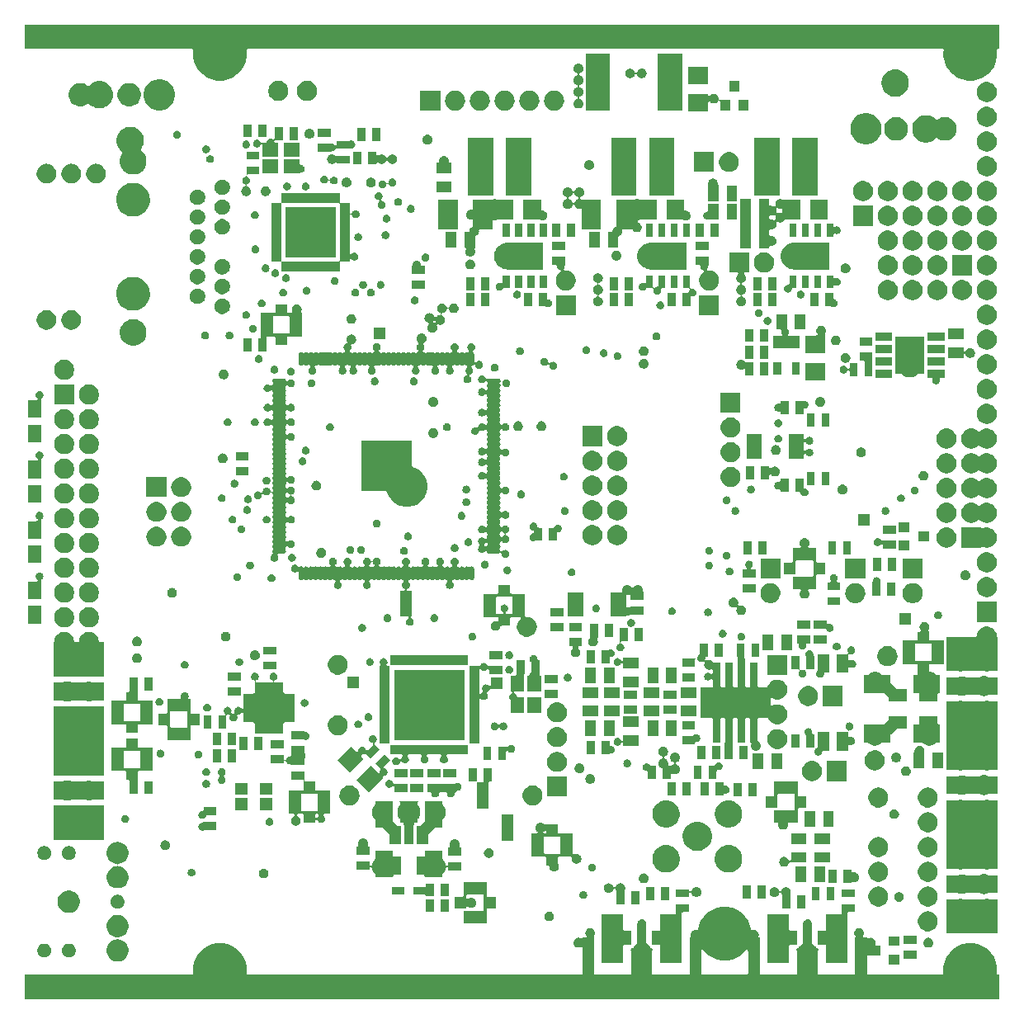
<source format=gts>
G04 #@! TF.GenerationSoftware,KiCad,Pcbnew,5.0.2-bee76a0~70~ubuntu16.04.1*
G04 #@! TF.CreationDate,2019-08-15T12:52:49-07:00*
G04 #@! TF.ProjectId,hermeslite,6865726d-6573-46c6-9974-652e6b696361,2.0-build9*
G04 #@! TF.SameCoordinates,PX42c1d80PY2625a00*
G04 #@! TF.FileFunction,Soldermask,Top*
G04 #@! TF.FilePolarity,Negative*
%FSLAX46Y46*%
G04 Gerber Fmt 4.6, Leading zero omitted, Abs format (unit mm)*
G04 Created by KiCad (PCBNEW 5.0.2-bee76a0~70~ubuntu16.04.1) date Thu 15 Aug 2019 12:52:49 PM PDT*
%MOMM*%
%LPD*%
G01*
G04 APERTURE LIST*
%ADD10C,0.100000*%
G04 APERTURE END LIST*
D10*
G36*
X72602145Y-90655681D02*
X73102612Y-90862981D01*
X73553026Y-91163938D01*
X73936062Y-91546974D01*
X74237019Y-91997388D01*
X74444319Y-92497855D01*
X74508543Y-92820730D01*
X74515656Y-92844179D01*
X74527207Y-92865790D01*
X74542753Y-92884732D01*
X74561695Y-92900278D01*
X74583306Y-92911829D01*
X74606755Y-92918942D01*
X74631141Y-92921344D01*
X74655527Y-92918942D01*
X74750754Y-92900000D01*
X74849246Y-92900000D01*
X74944473Y-92918942D01*
X74945845Y-92919215D01*
X74967880Y-92928342D01*
X75036839Y-92956906D01*
X75063918Y-92975000D01*
X75118734Y-93011627D01*
X75188373Y-93081266D01*
X75188375Y-93081269D01*
X75243094Y-93163161D01*
X75280785Y-93254155D01*
X75300000Y-93350754D01*
X75300000Y-93449246D01*
X75280785Y-93545845D01*
X75280784Y-93545848D01*
X75279836Y-93550613D01*
X75277434Y-93574999D01*
X75279836Y-93599385D01*
X75286949Y-93622835D01*
X75298500Y-93644446D01*
X75314045Y-93663388D01*
X75332987Y-93678933D01*
X75354598Y-93690485D01*
X75378047Y-93697598D01*
X75400000Y-93699760D01*
X75400000Y-97375000D01*
X75402402Y-97399386D01*
X75409515Y-97422835D01*
X75421066Y-97444446D01*
X75436612Y-97463388D01*
X75455554Y-97478934D01*
X75477165Y-97490485D01*
X75500614Y-97497598D01*
X75525000Y-97500000D01*
X79125000Y-97500000D01*
X79149386Y-97497598D01*
X79172835Y-97490485D01*
X79194446Y-97478934D01*
X79213388Y-97463388D01*
X79228934Y-97444446D01*
X79240485Y-97422835D01*
X79247598Y-97399386D01*
X79250000Y-97375000D01*
X79250000Y-95087500D01*
X79247598Y-95063114D01*
X79240485Y-95039665D01*
X79228934Y-95018054D01*
X79213388Y-94999112D01*
X79194446Y-94983566D01*
X79172835Y-94972015D01*
X79149386Y-94964902D01*
X79125000Y-94962500D01*
X79108578Y-94962500D01*
X79213388Y-94857690D01*
X79228934Y-94838748D01*
X79240485Y-94817137D01*
X79247598Y-94793688D01*
X79250000Y-94769302D01*
X79250000Y-94760000D01*
X79259302Y-94760000D01*
X79283688Y-94757598D01*
X79307137Y-94750485D01*
X79328748Y-94738934D01*
X79347690Y-94723388D01*
X79432690Y-94638388D01*
X79446528Y-94621528D01*
X79463388Y-94607690D01*
X79813388Y-94257690D01*
X79828934Y-94238748D01*
X79840485Y-94217137D01*
X79847598Y-94193688D01*
X79850000Y-94169302D01*
X79850000Y-92227895D01*
X79856511Y-92161787D01*
X79856512Y-92161785D01*
X79882243Y-92076960D01*
X79882243Y-92076959D01*
X79924029Y-91998784D01*
X79980262Y-91930262D01*
X80048783Y-91874029D01*
X80126958Y-91832243D01*
X80171502Y-91818731D01*
X80211785Y-91806511D01*
X80300000Y-91797823D01*
X80388214Y-91806511D01*
X80428497Y-91818731D01*
X80473041Y-91832243D01*
X80551216Y-91874029D01*
X80619738Y-91930262D01*
X80675971Y-91998783D01*
X80717757Y-92076958D01*
X80743489Y-92161786D01*
X80750000Y-92227894D01*
X80750000Y-94169302D01*
X80752402Y-94193688D01*
X80759515Y-94217137D01*
X80771066Y-94238748D01*
X80786612Y-94257690D01*
X81136612Y-94607690D01*
X81153472Y-94621528D01*
X81167310Y-94638388D01*
X81252310Y-94723388D01*
X81271252Y-94738934D01*
X81292863Y-94750485D01*
X81316312Y-94757598D01*
X81340698Y-94760000D01*
X81350000Y-94760000D01*
X81350000Y-94769302D01*
X81352402Y-94793688D01*
X81359515Y-94817137D01*
X81371066Y-94838748D01*
X81386612Y-94857690D01*
X81491422Y-94962500D01*
X81475000Y-94962500D01*
X81450614Y-94964902D01*
X81427165Y-94972015D01*
X81405554Y-94983566D01*
X81386612Y-94999112D01*
X81371066Y-95018054D01*
X81359515Y-95039665D01*
X81352402Y-95063114D01*
X81350000Y-95087500D01*
X81350000Y-97375000D01*
X81352402Y-97399386D01*
X81359515Y-97422835D01*
X81371066Y-97444446D01*
X81386612Y-97463388D01*
X81405554Y-97478934D01*
X81427165Y-97490485D01*
X81450614Y-97497598D01*
X81475000Y-97500000D01*
X85075000Y-97500000D01*
X85099386Y-97497598D01*
X85122835Y-97490485D01*
X85144446Y-97478934D01*
X85163388Y-97463388D01*
X85178934Y-97444446D01*
X85190485Y-97422835D01*
X85197598Y-97399386D01*
X85200000Y-97375000D01*
X85200000Y-93647882D01*
X85202820Y-93644446D01*
X85214371Y-93622835D01*
X85221484Y-93599386D01*
X85223886Y-93575000D01*
X85221484Y-93550614D01*
X85214371Y-93527165D01*
X85202820Y-93505554D01*
X85156905Y-93436838D01*
X85119215Y-93345845D01*
X85104076Y-93269737D01*
X85100000Y-93249246D01*
X85100000Y-93150754D01*
X85119215Y-93054155D01*
X85128024Y-93032888D01*
X85156905Y-92963163D01*
X85161086Y-92956906D01*
X85211625Y-92881269D01*
X85211627Y-92881266D01*
X85281266Y-92811627D01*
X85282360Y-92810896D01*
X85363161Y-92756906D01*
X85454155Y-92719215D01*
X85550754Y-92700000D01*
X85649246Y-92700000D01*
X85745845Y-92719215D01*
X85836839Y-92756906D01*
X85917640Y-92810896D01*
X85918734Y-92811627D01*
X85988373Y-92881266D01*
X85988375Y-92881269D01*
X86038915Y-92956906D01*
X86043095Y-92963163D01*
X86071976Y-93032888D01*
X86080785Y-93054155D01*
X86100000Y-93150754D01*
X86100000Y-93249246D01*
X86095924Y-93269737D01*
X86080785Y-93345845D01*
X86043095Y-93436838D01*
X85997180Y-93505554D01*
X85985629Y-93527165D01*
X85978516Y-93550614D01*
X85976114Y-93575000D01*
X85978516Y-93599386D01*
X85985629Y-93622835D01*
X85997180Y-93644446D01*
X86012726Y-93663388D01*
X86031668Y-93678934D01*
X86053279Y-93690485D01*
X86076728Y-93697598D01*
X86101114Y-93700000D01*
X86417399Y-93700000D01*
X86421066Y-93706860D01*
X86436612Y-93725802D01*
X86455554Y-93741348D01*
X86477165Y-93752899D01*
X86500614Y-93760012D01*
X86525000Y-93762414D01*
X86549386Y-93760012D01*
X86572835Y-93752899D01*
X86626059Y-93730853D01*
X86654155Y-93719215D01*
X86750754Y-93700000D01*
X86849246Y-93700000D01*
X86943412Y-93718731D01*
X86945845Y-93719215D01*
X87027166Y-93752899D01*
X87036839Y-93756906D01*
X87062999Y-93774386D01*
X87118734Y-93811627D01*
X87188373Y-93881266D01*
X87188375Y-93881269D01*
X87243094Y-93963161D01*
X87280785Y-94054155D01*
X87300000Y-94150754D01*
X87300000Y-94249246D01*
X87280785Y-94345845D01*
X87280784Y-94345848D01*
X87279836Y-94350613D01*
X87277434Y-94374999D01*
X87279836Y-94399385D01*
X87286949Y-94422835D01*
X87298500Y-94444446D01*
X87314045Y-94463388D01*
X87332987Y-94478933D01*
X87354598Y-94490485D01*
X87378047Y-94497598D01*
X87402434Y-94500000D01*
X87750000Y-94500000D01*
X87750000Y-95500000D01*
X86525000Y-95500000D01*
X86500614Y-95502402D01*
X86477165Y-95509515D01*
X86455554Y-95521066D01*
X86436612Y-95536612D01*
X86421066Y-95555554D01*
X86409515Y-95577165D01*
X86402402Y-95600614D01*
X86400000Y-95625000D01*
X86400000Y-97375000D01*
X86402402Y-97399386D01*
X86409515Y-97422835D01*
X86421066Y-97444446D01*
X86436612Y-97463388D01*
X86455554Y-97478934D01*
X86477165Y-97490485D01*
X86500614Y-97497598D01*
X86525000Y-97500000D01*
X94143268Y-97500000D01*
X94167654Y-97497598D01*
X94191103Y-97490485D01*
X94212714Y-97478934D01*
X94231656Y-97463388D01*
X94247202Y-97444446D01*
X94258753Y-97422835D01*
X94265866Y-97399386D01*
X94268268Y-97375000D01*
X94265866Y-97350613D01*
X94263069Y-97336550D01*
X94250000Y-97270851D01*
X94250000Y-96729149D01*
X94251201Y-96723112D01*
X94355681Y-96197855D01*
X94562981Y-95697388D01*
X94863938Y-95246974D01*
X95246974Y-94863938D01*
X95697388Y-94562981D01*
X96197855Y-94355681D01*
X96729147Y-94250000D01*
X97270853Y-94250000D01*
X97802145Y-94355681D01*
X98302612Y-94562981D01*
X98753026Y-94863938D01*
X99136062Y-95246974D01*
X99437019Y-95697388D01*
X99644319Y-96197855D01*
X99748800Y-96723112D01*
X99750000Y-96729149D01*
X99750000Y-97270851D01*
X99736932Y-97336550D01*
X99734134Y-97350613D01*
X99731732Y-97374999D01*
X99734134Y-97399386D01*
X99741247Y-97422835D01*
X99752798Y-97444446D01*
X99768343Y-97463388D01*
X99787285Y-97478933D01*
X99808896Y-97490485D01*
X99832345Y-97497598D01*
X99856732Y-97500000D01*
X99950000Y-97500000D01*
X99950000Y-100000000D01*
X0Y-100000000D01*
X0Y-97500000D01*
X17143268Y-97500000D01*
X17167654Y-97497598D01*
X17191103Y-97490485D01*
X17212714Y-97478934D01*
X17231656Y-97463388D01*
X17247202Y-97444446D01*
X17258753Y-97422835D01*
X17265866Y-97399386D01*
X17268268Y-97375000D01*
X17265866Y-97350613D01*
X17263069Y-97336550D01*
X17250000Y-97270851D01*
X17250000Y-96729149D01*
X17251201Y-96723112D01*
X17355681Y-96197855D01*
X17562981Y-95697388D01*
X17863938Y-95246974D01*
X18246974Y-94863938D01*
X18697388Y-94562981D01*
X19197855Y-94355681D01*
X19729147Y-94250000D01*
X20270853Y-94250000D01*
X20802145Y-94355681D01*
X21302612Y-94562981D01*
X21753026Y-94863938D01*
X22136062Y-95246974D01*
X22437019Y-95697388D01*
X22644319Y-96197855D01*
X22748800Y-96723112D01*
X22750000Y-96729149D01*
X22750000Y-97270851D01*
X22736932Y-97336550D01*
X22734134Y-97350613D01*
X22731732Y-97374999D01*
X22734134Y-97399386D01*
X22741247Y-97422835D01*
X22752798Y-97444446D01*
X22768343Y-97463388D01*
X22787285Y-97478933D01*
X22808896Y-97490485D01*
X22832345Y-97497598D01*
X22856732Y-97500000D01*
X57075000Y-97500000D01*
X57099386Y-97497598D01*
X57122835Y-97490485D01*
X57144446Y-97478934D01*
X57163388Y-97463388D01*
X57178934Y-97444446D01*
X57190485Y-97422835D01*
X57197598Y-97399386D01*
X57200000Y-97375000D01*
X57200000Y-94762586D01*
X57197598Y-94738200D01*
X57190485Y-94714751D01*
X57178934Y-94693140D01*
X57163388Y-94674198D01*
X57144446Y-94658652D01*
X57122835Y-94647101D01*
X57099386Y-94639988D01*
X57075000Y-94637586D01*
X57050614Y-94639988D01*
X57027166Y-94647101D01*
X56945845Y-94680785D01*
X56849246Y-94700000D01*
X56750754Y-94700000D01*
X56654155Y-94680785D01*
X56617947Y-94665787D01*
X56563163Y-94643095D01*
X56563162Y-94643095D01*
X56563161Y-94643094D01*
X56481269Y-94588375D01*
X56481266Y-94588373D01*
X56411627Y-94518734D01*
X56397504Y-94497598D01*
X56356906Y-94436839D01*
X56319215Y-94345845D01*
X56300000Y-94249246D01*
X56300000Y-94150754D01*
X56319215Y-94054155D01*
X56356906Y-93963161D01*
X56411625Y-93881269D01*
X56411627Y-93881266D01*
X56481266Y-93811627D01*
X56537001Y-93774386D01*
X56563161Y-93756906D01*
X56572835Y-93752899D01*
X56654155Y-93719215D01*
X56656588Y-93718731D01*
X56750754Y-93700000D01*
X56849246Y-93700000D01*
X56945845Y-93719215D01*
X56973942Y-93730853D01*
X57027165Y-93752899D01*
X57050614Y-93760012D01*
X57075000Y-93762414D01*
X57099386Y-93760012D01*
X57122836Y-93752899D01*
X57144446Y-93741348D01*
X57163388Y-93725802D01*
X57178934Y-93706860D01*
X57182601Y-93700000D01*
X57498886Y-93700000D01*
X57523272Y-93697598D01*
X57546721Y-93690485D01*
X57568332Y-93678934D01*
X57587274Y-93663388D01*
X57602820Y-93644446D01*
X57614371Y-93622835D01*
X57621484Y-93599386D01*
X57623886Y-93575000D01*
X57621484Y-93550614D01*
X57614371Y-93527165D01*
X57602820Y-93505554D01*
X57556905Y-93436838D01*
X57519215Y-93345845D01*
X57504076Y-93269737D01*
X57500000Y-93249246D01*
X57500000Y-93150754D01*
X57519215Y-93054155D01*
X57528024Y-93032888D01*
X57556905Y-92963163D01*
X57561086Y-92956906D01*
X57611625Y-92881269D01*
X57611627Y-92881266D01*
X57681266Y-92811627D01*
X57682360Y-92810896D01*
X57763161Y-92756906D01*
X57854155Y-92719215D01*
X57950754Y-92700000D01*
X58049246Y-92700000D01*
X58145845Y-92719215D01*
X58236839Y-92756906D01*
X58317640Y-92810896D01*
X58318734Y-92811627D01*
X58388373Y-92881266D01*
X58388375Y-92881269D01*
X58438915Y-92956906D01*
X58443095Y-92963163D01*
X58471976Y-93032888D01*
X58480785Y-93054155D01*
X58500000Y-93150754D01*
X58500000Y-93249246D01*
X58495924Y-93269737D01*
X58480785Y-93345845D01*
X58443095Y-93436838D01*
X58397180Y-93505554D01*
X58385629Y-93527165D01*
X58378516Y-93550614D01*
X58376114Y-93575000D01*
X58378516Y-93599386D01*
X58385629Y-93622835D01*
X58397180Y-93644446D01*
X58400000Y-93647882D01*
X58400000Y-97375000D01*
X58402402Y-97399386D01*
X58409515Y-97422835D01*
X58421066Y-97444446D01*
X58436612Y-97463388D01*
X58455554Y-97478934D01*
X58477165Y-97490485D01*
X58500614Y-97497598D01*
X58525000Y-97500000D01*
X62125000Y-97500000D01*
X62149386Y-97497598D01*
X62172835Y-97490485D01*
X62194446Y-97478934D01*
X62213388Y-97463388D01*
X62228934Y-97444446D01*
X62240485Y-97422835D01*
X62247598Y-97399386D01*
X62250000Y-97375000D01*
X62250000Y-95087500D01*
X62247598Y-95063114D01*
X62240485Y-95039665D01*
X62228934Y-95018054D01*
X62213388Y-94999112D01*
X62194446Y-94983566D01*
X62172835Y-94972015D01*
X62149386Y-94964902D01*
X62125000Y-94962500D01*
X62108578Y-94962500D01*
X62213388Y-94857690D01*
X62228934Y-94838748D01*
X62240485Y-94817137D01*
X62247598Y-94793688D01*
X62250000Y-94769302D01*
X62250000Y-94760000D01*
X62259302Y-94760000D01*
X62283688Y-94757598D01*
X62307137Y-94750485D01*
X62328748Y-94738934D01*
X62347690Y-94723388D01*
X62432690Y-94638388D01*
X62446528Y-94621528D01*
X62463388Y-94607690D01*
X62813388Y-94257690D01*
X62828934Y-94238748D01*
X62840485Y-94217137D01*
X62847598Y-94193688D01*
X62850000Y-94169302D01*
X62850000Y-92227895D01*
X62856511Y-92161787D01*
X62856512Y-92161785D01*
X62882243Y-92076960D01*
X62882243Y-92076959D01*
X62924029Y-91998784D01*
X62980262Y-91930262D01*
X63048783Y-91874029D01*
X63126958Y-91832243D01*
X63171502Y-91818731D01*
X63211785Y-91806511D01*
X63300000Y-91797823D01*
X63388214Y-91806511D01*
X63428497Y-91818731D01*
X63473041Y-91832243D01*
X63551216Y-91874029D01*
X63619738Y-91930262D01*
X63675971Y-91998783D01*
X63717757Y-92076958D01*
X63743489Y-92161786D01*
X63750000Y-92227894D01*
X63750000Y-94169302D01*
X63752402Y-94193688D01*
X63759515Y-94217137D01*
X63771066Y-94238748D01*
X63786612Y-94257690D01*
X64136612Y-94607690D01*
X64153472Y-94621528D01*
X64167310Y-94638388D01*
X64252310Y-94723388D01*
X64271252Y-94738934D01*
X64292863Y-94750485D01*
X64316312Y-94757598D01*
X64340698Y-94760000D01*
X64350000Y-94760000D01*
X64350000Y-94769302D01*
X64352402Y-94793688D01*
X64359515Y-94817137D01*
X64371066Y-94838748D01*
X64386612Y-94857690D01*
X64491422Y-94962500D01*
X64475000Y-94962500D01*
X64450614Y-94964902D01*
X64427165Y-94972015D01*
X64405554Y-94983566D01*
X64386612Y-94999112D01*
X64371066Y-95018054D01*
X64359515Y-95039665D01*
X64352402Y-95063114D01*
X64350000Y-95087500D01*
X64350000Y-97375000D01*
X64352402Y-97399386D01*
X64359515Y-97422835D01*
X64371066Y-97444446D01*
X64386612Y-97463388D01*
X64405554Y-97478934D01*
X64427165Y-97490485D01*
X64450614Y-97497598D01*
X64475000Y-97500000D01*
X68075000Y-97500000D01*
X68099386Y-97497598D01*
X68122835Y-97490485D01*
X68144446Y-97478934D01*
X68163388Y-97463388D01*
X68178934Y-97444446D01*
X68190485Y-97422835D01*
X68197598Y-97399386D01*
X68200000Y-97375000D01*
X68200000Y-95070085D01*
X69400000Y-95070085D01*
X69400000Y-97375000D01*
X69402402Y-97399386D01*
X69409515Y-97422835D01*
X69421066Y-97444446D01*
X69436612Y-97463388D01*
X69455554Y-97478934D01*
X69477165Y-97490485D01*
X69500614Y-97497598D01*
X69525000Y-97500000D01*
X74075000Y-97500000D01*
X74099386Y-97497598D01*
X74122835Y-97490485D01*
X74144446Y-97478934D01*
X74163388Y-97463388D01*
X74178934Y-97444446D01*
X74190485Y-97422835D01*
X74197598Y-97399386D01*
X74200000Y-97375000D01*
X74200000Y-95070085D01*
X74197598Y-95045699D01*
X74190485Y-95022250D01*
X74178934Y-95000639D01*
X74163388Y-94981697D01*
X74144446Y-94966151D01*
X74122835Y-94954600D01*
X74099386Y-94947487D01*
X74075000Y-94945085D01*
X74050614Y-94947487D01*
X74027165Y-94954600D01*
X74005554Y-94966151D01*
X73986612Y-94981697D01*
X73971066Y-95000639D01*
X73936062Y-95053026D01*
X73553026Y-95436062D01*
X73102612Y-95737019D01*
X72602145Y-95944319D01*
X72070853Y-96050000D01*
X71529147Y-96050000D01*
X70997855Y-95944319D01*
X70497388Y-95737019D01*
X70046974Y-95436062D01*
X69663938Y-95053026D01*
X69628934Y-95000639D01*
X69613388Y-94981697D01*
X69594446Y-94966151D01*
X69572835Y-94954600D01*
X69549386Y-94947487D01*
X69525000Y-94945085D01*
X69500614Y-94947487D01*
X69477165Y-94954600D01*
X69455554Y-94966151D01*
X69436612Y-94981697D01*
X69421066Y-95000639D01*
X69409515Y-95022250D01*
X69402402Y-95045699D01*
X69400000Y-95070085D01*
X68200000Y-95070085D01*
X68200000Y-93699760D01*
X68221952Y-93697598D01*
X68245401Y-93690485D01*
X68267012Y-93678934D01*
X68285954Y-93663388D01*
X68301500Y-93644446D01*
X68313051Y-93622835D01*
X68320164Y-93599386D01*
X68322566Y-93575000D01*
X68320164Y-93550613D01*
X68319216Y-93545848D01*
X68319215Y-93545845D01*
X68300000Y-93449246D01*
X68300000Y-93350754D01*
X68319215Y-93254155D01*
X68356906Y-93163161D01*
X68411625Y-93081269D01*
X68411627Y-93081266D01*
X68481266Y-93011627D01*
X68536082Y-92975000D01*
X68563161Y-92956906D01*
X68632121Y-92928342D01*
X68654155Y-92919215D01*
X68655527Y-92918942D01*
X68750754Y-92900000D01*
X68849246Y-92900000D01*
X68944473Y-92918942D01*
X68968859Y-92921344D01*
X68993245Y-92918942D01*
X69016694Y-92911829D01*
X69038305Y-92900278D01*
X69057247Y-92884733D01*
X69072793Y-92865791D01*
X69084344Y-92844180D01*
X69091457Y-92820730D01*
X69155681Y-92497855D01*
X69362981Y-91997388D01*
X69663938Y-91546974D01*
X70046974Y-91163938D01*
X70497388Y-90862981D01*
X70997855Y-90655681D01*
X71529147Y-90550000D01*
X72070853Y-90550000D01*
X72602145Y-90655681D01*
X72602145Y-90655681D01*
G37*
G36*
X89750000Y-96450000D02*
X88650000Y-96450000D01*
X88650000Y-95450000D01*
X89750000Y-95450000D01*
X89750000Y-96450000D01*
X89750000Y-96450000D01*
G37*
G36*
X85171500Y-91079500D02*
X84525000Y-91079500D01*
X84500614Y-91081902D01*
X84477165Y-91089015D01*
X84455554Y-91100566D01*
X84436612Y-91116112D01*
X84421066Y-91135054D01*
X84409515Y-91156665D01*
X84402402Y-91180114D01*
X84400000Y-91204500D01*
X84400000Y-96300000D01*
X82200000Y-96300000D01*
X82200000Y-94550000D01*
X82197598Y-94525614D01*
X82190485Y-94502165D01*
X82178934Y-94480554D01*
X82163388Y-94461612D01*
X82144446Y-94446066D01*
X82122835Y-94434515D01*
X82099386Y-94427402D01*
X82075000Y-94425000D01*
X81350000Y-94425000D01*
X81350000Y-92975000D01*
X82075000Y-92975000D01*
X82099386Y-92972598D01*
X82122835Y-92965485D01*
X82144446Y-92953934D01*
X82163388Y-92938388D01*
X82178934Y-92919446D01*
X82190485Y-92897835D01*
X82197598Y-92874386D01*
X82200000Y-92850000D01*
X82200000Y-91300000D01*
X83703500Y-91300000D01*
X83727886Y-91297598D01*
X83751335Y-91290485D01*
X83772946Y-91278934D01*
X83791888Y-91263388D01*
X83807434Y-91244446D01*
X83818985Y-91222835D01*
X83826098Y-91199386D01*
X83828500Y-91175000D01*
X83828500Y-90244500D01*
X85171500Y-90244500D01*
X85171500Y-91079500D01*
X85171500Y-91079500D01*
G37*
G36*
X61400000Y-92850000D02*
X61402402Y-92874386D01*
X61409515Y-92897835D01*
X61421066Y-92919446D01*
X61436612Y-92938388D01*
X61455554Y-92953934D01*
X61477165Y-92965485D01*
X61500614Y-92972598D01*
X61525000Y-92975000D01*
X62250000Y-92975000D01*
X62250000Y-94425000D01*
X61525000Y-94425000D01*
X61500614Y-94427402D01*
X61477165Y-94434515D01*
X61455554Y-94446066D01*
X61436612Y-94461612D01*
X61421066Y-94480554D01*
X61409515Y-94502165D01*
X61402402Y-94525614D01*
X61400000Y-94550000D01*
X61400000Y-96300000D01*
X59200000Y-96300000D01*
X59200000Y-91300000D01*
X61400000Y-91300000D01*
X61400000Y-92850000D01*
X61400000Y-92850000D01*
G37*
G36*
X68171500Y-91079500D02*
X67525000Y-91079500D01*
X67500614Y-91081902D01*
X67477165Y-91089015D01*
X67455554Y-91100566D01*
X67436612Y-91116112D01*
X67421066Y-91135054D01*
X67409515Y-91156665D01*
X67402402Y-91180114D01*
X67400000Y-91204500D01*
X67400000Y-96300000D01*
X65200000Y-96300000D01*
X65200000Y-94550000D01*
X65197598Y-94525614D01*
X65190485Y-94502165D01*
X65178934Y-94480554D01*
X65163388Y-94461612D01*
X65144446Y-94446066D01*
X65122835Y-94434515D01*
X65099386Y-94427402D01*
X65075000Y-94425000D01*
X64350000Y-94425000D01*
X64350000Y-92975000D01*
X65075000Y-92975000D01*
X65099386Y-92972598D01*
X65122835Y-92965485D01*
X65144446Y-92953934D01*
X65163388Y-92938388D01*
X65178934Y-92919446D01*
X65190485Y-92897835D01*
X65197598Y-92874386D01*
X65200000Y-92850000D01*
X65200000Y-91300000D01*
X66703500Y-91300000D01*
X66727886Y-91297598D01*
X66751335Y-91290485D01*
X66772946Y-91278934D01*
X66791888Y-91263388D01*
X66807434Y-91244446D01*
X66818985Y-91222835D01*
X66826098Y-91199386D01*
X66828500Y-91175000D01*
X66828500Y-90244500D01*
X68171500Y-90244500D01*
X68171500Y-91079500D01*
X68171500Y-91079500D01*
G37*
G36*
X78400000Y-92850000D02*
X78402402Y-92874386D01*
X78409515Y-92897835D01*
X78421066Y-92919446D01*
X78436612Y-92938388D01*
X78455554Y-92953934D01*
X78477165Y-92965485D01*
X78500614Y-92972598D01*
X78525000Y-92975000D01*
X79250000Y-92975000D01*
X79250000Y-94425000D01*
X78525000Y-94425000D01*
X78500614Y-94427402D01*
X78477165Y-94434515D01*
X78455554Y-94446066D01*
X78436612Y-94461612D01*
X78421066Y-94480554D01*
X78409515Y-94502165D01*
X78402402Y-94525614D01*
X78400000Y-94550000D01*
X78400000Y-96300000D01*
X76200000Y-96300000D01*
X76200000Y-91300000D01*
X78400000Y-91300000D01*
X78400000Y-92850000D01*
X78400000Y-92850000D01*
G37*
G36*
X9500516Y-93774386D02*
X9507629Y-93797836D01*
X9519180Y-93819446D01*
X9534726Y-93838388D01*
X9553668Y-93853934D01*
X9575279Y-93865485D01*
X9598728Y-93872598D01*
X9610803Y-93875000D01*
X9828150Y-93918233D01*
X10032887Y-94003038D01*
X10181210Y-94102145D01*
X10217148Y-94126158D01*
X10373842Y-94282852D01*
X10373844Y-94282855D01*
X10496962Y-94467113D01*
X10581767Y-94671850D01*
X10625000Y-94889197D01*
X10625000Y-95110803D01*
X10581767Y-95328150D01*
X10496962Y-95532887D01*
X10403275Y-95673099D01*
X10373842Y-95717148D01*
X10217148Y-95873842D01*
X10217145Y-95873844D01*
X10032887Y-95996962D01*
X9828150Y-96081767D01*
X9665140Y-96114192D01*
X9610804Y-96125000D01*
X9389196Y-96125000D01*
X9334860Y-96114192D01*
X9171850Y-96081767D01*
X8967113Y-95996962D01*
X8782855Y-95873844D01*
X8782852Y-95873842D01*
X8626158Y-95717148D01*
X8596725Y-95673099D01*
X8503038Y-95532887D01*
X8418233Y-95328150D01*
X8375000Y-95110803D01*
X8375000Y-94889197D01*
X8418233Y-94671850D01*
X8503038Y-94467113D01*
X8626156Y-94282855D01*
X8626158Y-94282852D01*
X8782852Y-94126158D01*
X8818790Y-94102145D01*
X8967113Y-94003038D01*
X9171850Y-93918233D01*
X9389197Y-93875000D01*
X9401272Y-93872598D01*
X9424722Y-93865485D01*
X9446332Y-93853934D01*
X9465274Y-93838388D01*
X9480820Y-93819446D01*
X9492371Y-93797835D01*
X9499484Y-93774386D01*
X9500000Y-93769147D01*
X9500516Y-93774386D01*
X9500516Y-93774386D01*
G37*
G36*
X91471500Y-95879500D02*
X90128500Y-95879500D01*
X90128500Y-95044500D01*
X91471500Y-95044500D01*
X91471500Y-95879500D01*
X91471500Y-95879500D01*
G37*
G36*
X2204183Y-94326900D02*
X2320302Y-94374999D01*
X2331574Y-94379668D01*
X2446224Y-94456274D01*
X2543726Y-94553776D01*
X2606083Y-94647101D01*
X2620332Y-94668426D01*
X2673100Y-94795817D01*
X2700000Y-94931055D01*
X2700000Y-95068945D01*
X2673100Y-95204183D01*
X2621750Y-95328150D01*
X2620332Y-95331574D01*
X2543726Y-95446224D01*
X2446224Y-95543726D01*
X2361084Y-95600614D01*
X2331574Y-95620332D01*
X2204183Y-95673100D01*
X2068945Y-95700000D01*
X1931055Y-95700000D01*
X1795817Y-95673100D01*
X1668426Y-95620332D01*
X1638916Y-95600614D01*
X1553776Y-95543726D01*
X1456274Y-95446224D01*
X1379668Y-95331574D01*
X1378250Y-95328150D01*
X1326900Y-95204183D01*
X1300000Y-95068945D01*
X1300000Y-94931055D01*
X1326900Y-94795817D01*
X1379668Y-94668426D01*
X1393917Y-94647101D01*
X1456274Y-94553776D01*
X1553776Y-94456274D01*
X1668426Y-94379668D01*
X1679698Y-94374999D01*
X1795817Y-94326900D01*
X1931055Y-94300000D01*
X2068945Y-94300000D01*
X2204183Y-94326900D01*
X2204183Y-94326900D01*
G37*
G36*
X4704183Y-94326900D02*
X4820302Y-94374999D01*
X4831574Y-94379668D01*
X4946224Y-94456274D01*
X5043726Y-94553776D01*
X5106083Y-94647101D01*
X5120332Y-94668426D01*
X5173100Y-94795817D01*
X5200000Y-94931055D01*
X5200000Y-95068945D01*
X5173100Y-95204183D01*
X5121750Y-95328150D01*
X5120332Y-95331574D01*
X5043726Y-95446224D01*
X4946224Y-95543726D01*
X4861084Y-95600614D01*
X4831574Y-95620332D01*
X4704183Y-95673100D01*
X4568945Y-95700000D01*
X4431055Y-95700000D01*
X4295817Y-95673100D01*
X4168426Y-95620332D01*
X4138916Y-95600614D01*
X4053776Y-95543726D01*
X3956274Y-95446224D01*
X3879668Y-95331574D01*
X3878250Y-95328150D01*
X3826900Y-95204183D01*
X3800000Y-95068945D01*
X3800000Y-94931055D01*
X3826900Y-94795817D01*
X3879668Y-94668426D01*
X3893917Y-94647101D01*
X3956274Y-94553776D01*
X4053776Y-94456274D01*
X4168426Y-94379668D01*
X4179698Y-94374999D01*
X4295817Y-94326900D01*
X4431055Y-94300000D01*
X4568945Y-94300000D01*
X4704183Y-94326900D01*
X4704183Y-94326900D01*
G37*
G36*
X92843412Y-93718731D02*
X92845845Y-93719215D01*
X92927166Y-93752899D01*
X92936839Y-93756906D01*
X92962999Y-93774386D01*
X93018734Y-93811627D01*
X93088373Y-93881266D01*
X93088375Y-93881269D01*
X93143094Y-93963161D01*
X93180785Y-94054155D01*
X93200000Y-94150754D01*
X93200000Y-94249246D01*
X93180785Y-94345845D01*
X93143094Y-94436839D01*
X93102496Y-94497598D01*
X93088373Y-94518734D01*
X93018734Y-94588373D01*
X93018731Y-94588375D01*
X92936839Y-94643094D01*
X92936838Y-94643095D01*
X92936837Y-94643095D01*
X92882053Y-94665787D01*
X92845845Y-94680785D01*
X92749246Y-94700000D01*
X92650754Y-94700000D01*
X92554155Y-94680785D01*
X92517947Y-94665787D01*
X92463163Y-94643095D01*
X92463162Y-94643095D01*
X92463161Y-94643094D01*
X92381269Y-94588375D01*
X92381266Y-94588373D01*
X92311627Y-94518734D01*
X92297504Y-94497598D01*
X92256906Y-94436839D01*
X92219215Y-94345845D01*
X92200000Y-94249246D01*
X92200000Y-94150754D01*
X92219215Y-94054155D01*
X92256906Y-93963161D01*
X92311625Y-93881269D01*
X92311627Y-93881266D01*
X92381266Y-93811627D01*
X92437001Y-93774386D01*
X92463161Y-93756906D01*
X92472835Y-93752899D01*
X92554155Y-93719215D01*
X92556588Y-93718731D01*
X92650754Y-93700000D01*
X92749246Y-93700000D01*
X92843412Y-93718731D01*
X92843412Y-93718731D01*
G37*
G36*
X89750000Y-94550000D02*
X88650000Y-94550000D01*
X88650000Y-93550000D01*
X89750000Y-93550000D01*
X89750000Y-94550000D01*
X89750000Y-94550000D01*
G37*
G36*
X91471500Y-94355500D02*
X90128500Y-94355500D01*
X90128500Y-93520500D01*
X91471500Y-93520500D01*
X91471500Y-94355500D01*
X91471500Y-94355500D01*
G37*
G36*
X9665140Y-91385808D02*
X9828150Y-91418233D01*
X10032887Y-91503038D01*
X10214657Y-91624493D01*
X10217148Y-91626158D01*
X10373842Y-91782852D01*
X10373844Y-91782855D01*
X10496962Y-91967113D01*
X10581767Y-92171850D01*
X10625000Y-92389197D01*
X10625000Y-92610803D01*
X10581767Y-92828150D01*
X10496962Y-93032887D01*
X10418205Y-93150754D01*
X10373842Y-93217148D01*
X10217148Y-93373842D01*
X10217145Y-93373844D01*
X10032887Y-93496962D01*
X9828150Y-93581767D01*
X9610803Y-93625000D01*
X9598728Y-93627402D01*
X9575278Y-93634515D01*
X9553668Y-93646066D01*
X9534726Y-93661612D01*
X9519180Y-93680554D01*
X9507629Y-93702165D01*
X9500516Y-93725614D01*
X9500000Y-93730853D01*
X9499484Y-93725614D01*
X9492371Y-93702164D01*
X9480820Y-93680554D01*
X9465274Y-93661612D01*
X9446332Y-93646066D01*
X9424721Y-93634515D01*
X9401272Y-93627402D01*
X9389197Y-93625000D01*
X9171850Y-93581767D01*
X8967113Y-93496962D01*
X8782855Y-93373844D01*
X8782852Y-93373842D01*
X8626158Y-93217148D01*
X8581795Y-93150754D01*
X8503038Y-93032887D01*
X8418233Y-92828150D01*
X8375000Y-92610803D01*
X8375000Y-92389197D01*
X8418233Y-92171850D01*
X8503038Y-91967113D01*
X8626156Y-91782855D01*
X8626158Y-91782852D01*
X8782852Y-91626158D01*
X8785343Y-91624493D01*
X8967113Y-91503038D01*
X9171850Y-91418233D01*
X9334860Y-91385808D01*
X9389196Y-91375000D01*
X9610804Y-91375000D01*
X9665140Y-91385808D01*
X9665140Y-91385808D01*
G37*
G36*
X96269836Y-89747598D02*
X96294222Y-89750000D01*
X98410778Y-89750000D01*
X98435164Y-89747598D01*
X98599045Y-89715000D01*
X98800955Y-89715000D01*
X98964836Y-89747598D01*
X98989222Y-89750000D01*
X99800000Y-89750000D01*
X99800000Y-93250000D01*
X94600000Y-93250000D01*
X94600000Y-89750000D01*
X95715778Y-89750000D01*
X95740164Y-89747598D01*
X95904045Y-89715000D01*
X96105955Y-89715000D01*
X96269836Y-89747598D01*
X96269836Y-89747598D01*
G37*
G36*
X92766091Y-91000000D02*
X92938982Y-91034390D01*
X93125520Y-91111656D01*
X93293400Y-91223830D01*
X93436170Y-91366600D01*
X93548344Y-91534480D01*
X93625610Y-91721018D01*
X93665000Y-91919046D01*
X93665000Y-92120954D01*
X93625610Y-92318982D01*
X93548344Y-92505520D01*
X93436170Y-92673400D01*
X93293400Y-92816170D01*
X93125520Y-92928344D01*
X92938982Y-93005610D01*
X92801845Y-93032888D01*
X92740955Y-93045000D01*
X92539045Y-93045000D01*
X92478155Y-93032888D01*
X92341018Y-93005610D01*
X92154480Y-92928344D01*
X91986600Y-92816170D01*
X91843830Y-92673400D01*
X91731656Y-92505520D01*
X91654390Y-92318982D01*
X91615000Y-92120954D01*
X91615000Y-91919046D01*
X91654390Y-91721018D01*
X91731656Y-91534480D01*
X91843830Y-91366600D01*
X91986600Y-91223830D01*
X92154480Y-91111656D01*
X92341018Y-91034390D01*
X92513909Y-91000000D01*
X92539045Y-90995000D01*
X92740955Y-90995000D01*
X92766091Y-91000000D01*
X92766091Y-91000000D01*
G37*
G36*
X47400000Y-89375000D02*
X47402402Y-89399386D01*
X47409515Y-89422835D01*
X47421066Y-89444446D01*
X47436612Y-89463388D01*
X47455554Y-89478934D01*
X47477165Y-89490485D01*
X47500614Y-89497598D01*
X47525000Y-89500000D01*
X48300000Y-89500000D01*
X48300000Y-90700000D01*
X47525000Y-90700000D01*
X47500614Y-90702402D01*
X47477165Y-90709515D01*
X47455554Y-90721066D01*
X47436612Y-90736612D01*
X47421066Y-90755554D01*
X47409515Y-90777165D01*
X47402402Y-90800614D01*
X47400000Y-90825000D01*
X47400000Y-92200000D01*
X45000000Y-92200000D01*
X45000000Y-90950000D01*
X46975000Y-90950000D01*
X46999386Y-90947598D01*
X47022835Y-90940485D01*
X47044446Y-90928934D01*
X47063388Y-90913388D01*
X47078934Y-90894446D01*
X47090485Y-90872835D01*
X47097598Y-90849386D01*
X47100000Y-90825000D01*
X47100000Y-89375000D01*
X47097598Y-89350614D01*
X47090485Y-89327165D01*
X47078934Y-89305554D01*
X47063388Y-89286612D01*
X47044446Y-89271066D01*
X47022835Y-89259515D01*
X46999386Y-89252402D01*
X46975000Y-89250000D01*
X45425000Y-89250000D01*
X45400614Y-89252402D01*
X45377165Y-89259515D01*
X45355554Y-89271066D01*
X45336612Y-89286612D01*
X45321066Y-89305554D01*
X45309515Y-89327165D01*
X45302402Y-89350614D01*
X45300000Y-89375000D01*
X45300000Y-89598886D01*
X45302402Y-89623272D01*
X45309515Y-89646721D01*
X45321066Y-89668332D01*
X45336612Y-89687274D01*
X45355554Y-89702820D01*
X45377165Y-89714371D01*
X45400614Y-89721484D01*
X45425000Y-89723886D01*
X45449386Y-89721484D01*
X45472835Y-89714371D01*
X45494446Y-89702820D01*
X45563162Y-89656905D01*
X45654155Y-89619215D01*
X45750754Y-89600000D01*
X45849246Y-89600000D01*
X45945845Y-89619215D01*
X46012251Y-89646721D01*
X46036839Y-89656906D01*
X46117640Y-89710896D01*
X46118734Y-89711627D01*
X46188373Y-89781266D01*
X46188375Y-89781269D01*
X46213409Y-89818734D01*
X46243095Y-89863163D01*
X46280785Y-89954155D01*
X46300000Y-90050755D01*
X46300000Y-90149245D01*
X46280785Y-90245845D01*
X46243095Y-90336837D01*
X46188373Y-90418734D01*
X46118734Y-90488373D01*
X46118731Y-90488375D01*
X46036839Y-90543094D01*
X46036838Y-90543095D01*
X46036837Y-90543095D01*
X45955639Y-90576728D01*
X45945845Y-90580785D01*
X45849246Y-90600000D01*
X45750754Y-90600000D01*
X45654155Y-90580785D01*
X45563162Y-90543095D01*
X45494446Y-90497180D01*
X45472835Y-90485629D01*
X45449386Y-90478516D01*
X45425000Y-90476114D01*
X45400614Y-90478516D01*
X45377165Y-90485629D01*
X45355554Y-90497180D01*
X45336612Y-90512726D01*
X45321066Y-90531668D01*
X45309515Y-90553279D01*
X45302402Y-90576728D01*
X45300000Y-90601114D01*
X45300000Y-90700000D01*
X44100000Y-90700000D01*
X44100000Y-89500000D01*
X44875000Y-89500000D01*
X44899386Y-89497598D01*
X44922835Y-89490485D01*
X44944446Y-89478934D01*
X44963388Y-89463388D01*
X44978934Y-89444446D01*
X44990485Y-89422835D01*
X44997598Y-89399386D01*
X45000000Y-89375000D01*
X45000000Y-88000000D01*
X47400000Y-88000000D01*
X47400000Y-89375000D01*
X47400000Y-89375000D01*
G37*
G36*
X53945845Y-91019215D02*
X54036839Y-91056906D01*
X54058680Y-91071500D01*
X54118734Y-91111627D01*
X54188373Y-91181266D01*
X54188375Y-91181269D01*
X54216816Y-91223833D01*
X54243095Y-91263163D01*
X54280785Y-91354155D01*
X54300000Y-91450755D01*
X54300000Y-91549245D01*
X54280785Y-91645845D01*
X54243095Y-91736837D01*
X54188373Y-91818734D01*
X54118734Y-91888373D01*
X54118731Y-91888375D01*
X54036839Y-91943094D01*
X54036838Y-91943095D01*
X54036837Y-91943095D01*
X53978852Y-91967113D01*
X53945845Y-91980785D01*
X53849246Y-92000000D01*
X53750754Y-92000000D01*
X53654155Y-91980785D01*
X53621148Y-91967113D01*
X53563163Y-91943095D01*
X53563162Y-91943095D01*
X53563161Y-91943094D01*
X53481269Y-91888375D01*
X53481266Y-91888373D01*
X53411627Y-91818734D01*
X53356905Y-91736837D01*
X53319215Y-91645845D01*
X53300000Y-91549245D01*
X53300000Y-91450755D01*
X53319215Y-91354155D01*
X53356905Y-91263163D01*
X53383185Y-91223833D01*
X53411625Y-91181269D01*
X53411627Y-91181266D01*
X53481266Y-91111627D01*
X53541320Y-91071500D01*
X53563161Y-91056906D01*
X53654155Y-91019215D01*
X53750754Y-91000000D01*
X53849246Y-91000000D01*
X53945845Y-91019215D01*
X53945845Y-91019215D01*
G37*
G36*
X4835443Y-88894194D02*
X5044728Y-88980883D01*
X5233085Y-89106739D01*
X5393261Y-89266915D01*
X5519117Y-89455272D01*
X5605806Y-89664557D01*
X5650000Y-89886734D01*
X5650000Y-90113266D01*
X5605806Y-90335443D01*
X5519117Y-90544728D01*
X5393261Y-90733085D01*
X5233085Y-90893261D01*
X5044728Y-91019117D01*
X4835443Y-91105806D01*
X4613266Y-91150000D01*
X4386734Y-91150000D01*
X4164557Y-91105806D01*
X3955272Y-91019117D01*
X3766915Y-90893261D01*
X3606739Y-90733085D01*
X3480883Y-90544728D01*
X3394194Y-90335443D01*
X3350000Y-90113266D01*
X3350000Y-89886734D01*
X3394194Y-89664557D01*
X3480883Y-89455272D01*
X3606739Y-89266915D01*
X3766915Y-89106739D01*
X3955272Y-88980883D01*
X4164557Y-88894194D01*
X4386734Y-88850000D01*
X4613266Y-88850000D01*
X4835443Y-88894194D01*
X4835443Y-88894194D01*
G37*
G36*
X41955500Y-91071500D02*
X41120500Y-91071500D01*
X41120500Y-89728500D01*
X41955500Y-89728500D01*
X41955500Y-91071500D01*
X41955500Y-91071500D01*
G37*
G36*
X43479500Y-91071500D02*
X42644500Y-91071500D01*
X42644500Y-89728500D01*
X43479500Y-89728500D01*
X43479500Y-91071500D01*
X43479500Y-91071500D01*
G37*
G36*
X9704183Y-89326900D02*
X9824855Y-89376885D01*
X9831574Y-89379668D01*
X9946224Y-89456274D01*
X10043726Y-89553776D01*
X10090161Y-89623272D01*
X10120332Y-89668426D01*
X10173100Y-89795817D01*
X10200000Y-89931055D01*
X10200000Y-90068945D01*
X10173100Y-90204183D01*
X10143281Y-90276170D01*
X10120332Y-90331574D01*
X10043726Y-90446224D01*
X9946224Y-90543726D01*
X9890761Y-90580785D01*
X9831574Y-90620332D01*
X9704183Y-90673100D01*
X9568945Y-90700000D01*
X9431055Y-90700000D01*
X9295817Y-90673100D01*
X9168426Y-90620332D01*
X9109239Y-90580785D01*
X9053776Y-90543726D01*
X8956274Y-90446224D01*
X8879668Y-90331574D01*
X8856719Y-90276170D01*
X8826900Y-90204183D01*
X8800000Y-90068945D01*
X8800000Y-89931055D01*
X8826900Y-89795817D01*
X8879668Y-89668426D01*
X8909839Y-89623272D01*
X8956274Y-89553776D01*
X9053776Y-89456274D01*
X9168426Y-89379668D01*
X9175145Y-89376885D01*
X9295817Y-89326900D01*
X9431055Y-89300000D01*
X9568945Y-89300000D01*
X9704183Y-89326900D01*
X9704183Y-89326900D01*
G37*
G36*
X80079500Y-90671500D02*
X79244500Y-90671500D01*
X79244500Y-89328500D01*
X80079500Y-89328500D01*
X80079500Y-90671500D01*
X80079500Y-90671500D01*
G37*
G36*
X76967922Y-88503715D02*
X77045845Y-88519215D01*
X77121990Y-88550755D01*
X77136839Y-88556906D01*
X77217640Y-88610896D01*
X77218734Y-88611627D01*
X77288373Y-88681266D01*
X77343095Y-88763162D01*
X77361404Y-88807366D01*
X77373612Y-88836837D01*
X77384515Y-88863161D01*
X77396066Y-88884772D01*
X77411611Y-88903714D01*
X77430553Y-88919259D01*
X77452164Y-88930811D01*
X77475613Y-88937924D01*
X77499999Y-88940326D01*
X77524386Y-88937924D01*
X77547835Y-88930811D01*
X77569446Y-88919260D01*
X77588388Y-88903715D01*
X77603933Y-88884773D01*
X77615485Y-88863161D01*
X77626389Y-88836837D01*
X77638596Y-88807366D01*
X77656905Y-88763162D01*
X77711627Y-88681266D01*
X77781266Y-88611627D01*
X77782360Y-88610896D01*
X77863161Y-88556906D01*
X77878011Y-88550755D01*
X77954155Y-88519215D01*
X78032078Y-88503715D01*
X78050754Y-88500000D01*
X78149246Y-88500000D01*
X78167922Y-88503715D01*
X78245845Y-88519215D01*
X78321990Y-88550755D01*
X78336839Y-88556906D01*
X78417640Y-88610896D01*
X78418734Y-88611627D01*
X78488373Y-88681266D01*
X78488375Y-88681269D01*
X78531524Y-88745845D01*
X78543095Y-88763163D01*
X78573871Y-88837463D01*
X78580785Y-88854155D01*
X78600000Y-88950754D01*
X78600000Y-89049246D01*
X78582576Y-89136839D01*
X78580785Y-89145845D01*
X78565015Y-89183917D01*
X78557902Y-89207366D01*
X78555500Y-89231752D01*
X78555500Y-90671500D01*
X77720500Y-90671500D01*
X77720500Y-89369932D01*
X77718098Y-89345546D01*
X77710985Y-89322097D01*
X77699437Y-89300490D01*
X77656906Y-89236839D01*
X77619215Y-89145845D01*
X77619215Y-89145843D01*
X77615485Y-89136839D01*
X77603934Y-89115228D01*
X77588389Y-89096286D01*
X77569447Y-89080741D01*
X77547836Y-89069189D01*
X77524387Y-89062076D01*
X77500001Y-89059674D01*
X77475614Y-89062076D01*
X77452165Y-89069189D01*
X77430554Y-89080740D01*
X77411612Y-89096285D01*
X77396067Y-89115227D01*
X77384515Y-89136839D01*
X77343095Y-89236838D01*
X77288373Y-89318734D01*
X77218734Y-89388373D01*
X77218731Y-89388375D01*
X77136839Y-89443094D01*
X77136838Y-89443095D01*
X77136837Y-89443095D01*
X77087845Y-89463388D01*
X77045845Y-89480785D01*
X76949246Y-89500000D01*
X76850754Y-89500000D01*
X76754155Y-89480785D01*
X76712155Y-89463388D01*
X76663163Y-89443095D01*
X76663162Y-89443095D01*
X76663161Y-89443094D01*
X76581269Y-89388375D01*
X76581266Y-89388373D01*
X76511627Y-89318734D01*
X76479776Y-89271066D01*
X76456906Y-89236839D01*
X76419215Y-89145845D01*
X76400000Y-89049246D01*
X76400000Y-88950754D01*
X76419215Y-88854155D01*
X76426129Y-88837463D01*
X76456905Y-88763163D01*
X76468477Y-88745845D01*
X76511625Y-88681269D01*
X76511627Y-88681266D01*
X76581266Y-88611627D01*
X76582360Y-88610896D01*
X76663161Y-88556906D01*
X76678011Y-88550755D01*
X76754155Y-88519215D01*
X76832078Y-88503715D01*
X76850754Y-88500000D01*
X76949246Y-88500000D01*
X76967922Y-88503715D01*
X76967922Y-88503715D01*
G37*
G36*
X92784531Y-88463668D02*
X92938982Y-88494390D01*
X93125520Y-88571656D01*
X93293400Y-88683830D01*
X93436170Y-88826600D01*
X93548344Y-88994480D01*
X93625610Y-89181018D01*
X93646614Y-89286612D01*
X93665000Y-89379045D01*
X93665000Y-89580955D01*
X93655153Y-89630461D01*
X93625610Y-89778982D01*
X93548344Y-89965520D01*
X93436170Y-90133400D01*
X93293400Y-90276170D01*
X93125520Y-90388344D01*
X92938982Y-90465610D01*
X92790461Y-90495152D01*
X92740955Y-90505000D01*
X92539045Y-90505000D01*
X92489539Y-90495152D01*
X92341018Y-90465610D01*
X92154480Y-90388344D01*
X91986600Y-90276170D01*
X91843830Y-90133400D01*
X91731656Y-89965520D01*
X91654390Y-89778982D01*
X91624847Y-89630461D01*
X91615000Y-89580955D01*
X91615000Y-89379045D01*
X91633386Y-89286612D01*
X91654390Y-89181018D01*
X91731656Y-88994480D01*
X91843830Y-88826600D01*
X91986600Y-88683830D01*
X92154480Y-88571656D01*
X92341018Y-88494390D01*
X92495469Y-88463668D01*
X92539045Y-88455000D01*
X92740955Y-88455000D01*
X92784531Y-88463668D01*
X92784531Y-88463668D01*
G37*
G36*
X87704531Y-88463668D02*
X87858982Y-88494390D01*
X88045520Y-88571656D01*
X88213400Y-88683830D01*
X88356170Y-88826600D01*
X88468344Y-88994480D01*
X88545610Y-89181018D01*
X88566614Y-89286612D01*
X88585000Y-89379045D01*
X88585000Y-89580955D01*
X88575153Y-89630461D01*
X88545610Y-89778982D01*
X88468344Y-89965520D01*
X88356170Y-90133400D01*
X88213400Y-90276170D01*
X88045520Y-90388344D01*
X87858982Y-90465610D01*
X87710461Y-90495152D01*
X87660955Y-90505000D01*
X87459045Y-90505000D01*
X87409539Y-90495152D01*
X87261018Y-90465610D01*
X87074480Y-90388344D01*
X86906600Y-90276170D01*
X86763830Y-90133400D01*
X86651656Y-89965520D01*
X86574390Y-89778982D01*
X86544847Y-89630461D01*
X86535000Y-89580955D01*
X86535000Y-89379045D01*
X86553386Y-89286612D01*
X86574390Y-89181018D01*
X86651656Y-88994480D01*
X86763830Y-88826600D01*
X86906600Y-88683830D01*
X87074480Y-88571656D01*
X87261018Y-88494390D01*
X87415469Y-88463668D01*
X87459045Y-88455000D01*
X87660955Y-88455000D01*
X87704531Y-88463668D01*
X87704531Y-88463668D01*
G37*
G36*
X63079500Y-90271500D02*
X62244500Y-90271500D01*
X62244500Y-88928500D01*
X63079500Y-88928500D01*
X63079500Y-90271500D01*
X63079500Y-90271500D01*
G37*
G36*
X60045845Y-88119215D02*
X60136839Y-88156906D01*
X60217640Y-88210896D01*
X60218734Y-88211627D01*
X60288373Y-88281266D01*
X60343095Y-88363162D01*
X60384515Y-88463161D01*
X60396066Y-88484772D01*
X60411611Y-88503714D01*
X60430553Y-88519259D01*
X60452164Y-88530811D01*
X60475613Y-88537924D01*
X60499999Y-88540326D01*
X60524386Y-88537924D01*
X60547835Y-88530811D01*
X60569446Y-88519260D01*
X60588388Y-88503715D01*
X60603933Y-88484773D01*
X60615485Y-88463161D01*
X60656905Y-88363162D01*
X60711627Y-88281266D01*
X60781266Y-88211627D01*
X60782360Y-88210896D01*
X60863161Y-88156906D01*
X60954155Y-88119215D01*
X61050754Y-88100000D01*
X61149246Y-88100000D01*
X61245845Y-88119215D01*
X61336839Y-88156906D01*
X61417640Y-88210896D01*
X61418734Y-88211627D01*
X61488373Y-88281266D01*
X61488375Y-88281269D01*
X61543094Y-88363161D01*
X61580785Y-88454155D01*
X61600000Y-88550754D01*
X61600000Y-88649246D01*
X61582576Y-88736839D01*
X61580785Y-88745845D01*
X61565015Y-88783917D01*
X61557902Y-88807366D01*
X61555500Y-88831752D01*
X61555500Y-90271500D01*
X60720500Y-90271500D01*
X60720500Y-88969932D01*
X60718098Y-88945546D01*
X60710985Y-88922097D01*
X60699437Y-88900490D01*
X60656906Y-88836839D01*
X60619215Y-88745845D01*
X60619215Y-88745843D01*
X60615485Y-88736839D01*
X60603934Y-88715228D01*
X60588389Y-88696286D01*
X60569447Y-88680741D01*
X60547836Y-88669189D01*
X60524387Y-88662076D01*
X60500001Y-88659674D01*
X60475614Y-88662076D01*
X60452165Y-88669189D01*
X60430554Y-88680740D01*
X60411612Y-88696285D01*
X60396067Y-88715227D01*
X60384515Y-88736839D01*
X60380785Y-88745844D01*
X60380785Y-88745845D01*
X60367402Y-88778154D01*
X60343095Y-88836838D01*
X60288373Y-88918734D01*
X60218734Y-88988373D01*
X60218731Y-88988375D01*
X60136839Y-89043094D01*
X60136838Y-89043095D01*
X60136837Y-89043095D01*
X60082244Y-89065708D01*
X60045845Y-89080785D01*
X59949246Y-89100000D01*
X59850754Y-89100000D01*
X59754155Y-89080785D01*
X59717756Y-89065708D01*
X59663163Y-89043095D01*
X59663162Y-89043095D01*
X59663161Y-89043094D01*
X59581269Y-88988375D01*
X59581266Y-88988373D01*
X59511627Y-88918734D01*
X59468870Y-88854744D01*
X59456906Y-88836839D01*
X59426388Y-88763161D01*
X59419215Y-88745845D01*
X59417424Y-88736839D01*
X59400000Y-88649246D01*
X59400000Y-88550754D01*
X59419215Y-88454155D01*
X59456906Y-88363161D01*
X59511625Y-88281269D01*
X59511627Y-88281266D01*
X59581266Y-88211627D01*
X59582360Y-88210896D01*
X59663161Y-88156906D01*
X59754155Y-88119215D01*
X59850754Y-88100000D01*
X59949246Y-88100000D01*
X60045845Y-88119215D01*
X60045845Y-88119215D01*
G37*
G36*
X89845845Y-89019215D02*
X89930203Y-89054157D01*
X89936839Y-89056906D01*
X89995773Y-89096285D01*
X90018734Y-89111627D01*
X90088373Y-89181266D01*
X90088375Y-89181269D01*
X90141385Y-89260603D01*
X90143095Y-89263163D01*
X90152808Y-89286612D01*
X90180785Y-89354155D01*
X90200000Y-89450754D01*
X90200000Y-89549246D01*
X90180785Y-89645845D01*
X90143094Y-89736839D01*
X90103686Y-89795817D01*
X90088373Y-89818734D01*
X90018734Y-89888373D01*
X90018731Y-89888375D01*
X89936839Y-89943094D01*
X89936838Y-89943095D01*
X89936837Y-89943095D01*
X89882698Y-89965520D01*
X89845845Y-89980785D01*
X89749246Y-90000000D01*
X89650754Y-90000000D01*
X89554155Y-89980785D01*
X89517302Y-89965520D01*
X89463163Y-89943095D01*
X89463162Y-89943095D01*
X89463161Y-89943094D01*
X89381269Y-89888375D01*
X89381266Y-89888373D01*
X89311627Y-89818734D01*
X89296314Y-89795817D01*
X89256906Y-89736839D01*
X89219215Y-89645845D01*
X89200000Y-89549246D01*
X89200000Y-89450754D01*
X89219215Y-89354155D01*
X89247192Y-89286612D01*
X89256905Y-89263163D01*
X89258616Y-89260603D01*
X89311625Y-89181269D01*
X89311627Y-89181266D01*
X89381266Y-89111627D01*
X89404227Y-89096285D01*
X89463161Y-89056906D01*
X89469798Y-89054157D01*
X89554155Y-89019215D01*
X89650754Y-89000000D01*
X89749246Y-89000000D01*
X89845845Y-89019215D01*
X89845845Y-89019215D01*
G37*
G36*
X83079500Y-89871500D02*
X82244500Y-89871500D01*
X82244500Y-88528500D01*
X83079500Y-88528500D01*
X83079500Y-89871500D01*
X83079500Y-89871500D01*
G37*
G36*
X66079500Y-89871500D02*
X65244500Y-89871500D01*
X65244500Y-88528500D01*
X66079500Y-88528500D01*
X66079500Y-89871500D01*
X66079500Y-89871500D01*
G37*
G36*
X64555500Y-89871500D02*
X63720500Y-89871500D01*
X63720500Y-88528500D01*
X64555500Y-88528500D01*
X64555500Y-89871500D01*
X64555500Y-89871500D01*
G37*
G36*
X81555500Y-89871500D02*
X80720500Y-89871500D01*
X80720500Y-88528500D01*
X81555500Y-88528500D01*
X81555500Y-89871500D01*
X81555500Y-89871500D01*
G37*
G36*
X57358073Y-88903715D02*
X57416676Y-88915372D01*
X57489468Y-88945523D01*
X57489471Y-88945525D01*
X57553601Y-88988375D01*
X57554989Y-88989303D01*
X57610697Y-89045011D01*
X57610699Y-89045014D01*
X57610700Y-89045015D01*
X57644957Y-89096285D01*
X57654477Y-89110532D01*
X57668860Y-89145256D01*
X57684628Y-89183324D01*
X57700000Y-89260603D01*
X57700000Y-89339397D01*
X57688067Y-89399386D01*
X57684628Y-89416676D01*
X57654477Y-89489468D01*
X57654475Y-89489471D01*
X57614535Y-89549246D01*
X57610697Y-89554989D01*
X57554989Y-89610697D01*
X57554986Y-89610699D01*
X57554985Y-89610700D01*
X57502387Y-89645845D01*
X57489468Y-89654477D01*
X57416676Y-89684628D01*
X57339397Y-89700000D01*
X57260603Y-89700000D01*
X57183324Y-89684628D01*
X57110532Y-89654477D01*
X57097613Y-89645845D01*
X57045015Y-89610700D01*
X57045014Y-89610699D01*
X57045011Y-89610697D01*
X56989303Y-89554989D01*
X56985466Y-89549246D01*
X56945525Y-89489471D01*
X56945523Y-89489468D01*
X56915372Y-89416676D01*
X56911933Y-89399386D01*
X56900000Y-89339397D01*
X56900000Y-89260603D01*
X56915372Y-89183324D01*
X56931140Y-89145256D01*
X56945523Y-89110532D01*
X56955043Y-89096285D01*
X56989300Y-89045015D01*
X56989301Y-89045014D01*
X56989303Y-89045011D01*
X57045011Y-88989303D01*
X57046400Y-88988375D01*
X57110529Y-88945525D01*
X57110532Y-88945523D01*
X57183324Y-88915372D01*
X57241927Y-88903715D01*
X57260603Y-88900000D01*
X57339397Y-88900000D01*
X57358073Y-88903715D01*
X57358073Y-88903715D01*
G37*
G36*
X75979500Y-89671500D02*
X75144500Y-89671500D01*
X75144500Y-88328500D01*
X75979500Y-88328500D01*
X75979500Y-89671500D01*
X75979500Y-89671500D01*
G37*
G36*
X74455500Y-89671500D02*
X73620500Y-89671500D01*
X73620500Y-88328500D01*
X74455500Y-88328500D01*
X74455500Y-89671500D01*
X74455500Y-89671500D01*
G37*
G36*
X68967922Y-88503715D02*
X69045845Y-88519215D01*
X69121990Y-88550755D01*
X69136839Y-88556906D01*
X69217640Y-88610896D01*
X69218734Y-88611627D01*
X69288373Y-88681266D01*
X69288375Y-88681269D01*
X69331524Y-88745845D01*
X69343095Y-88763163D01*
X69373871Y-88837463D01*
X69380785Y-88854155D01*
X69400000Y-88950754D01*
X69400000Y-89049246D01*
X69380785Y-89145845D01*
X69343094Y-89236839D01*
X69320224Y-89271066D01*
X69288373Y-89318734D01*
X69218734Y-89388373D01*
X69218731Y-89388375D01*
X69136839Y-89443094D01*
X69136838Y-89443095D01*
X69136837Y-89443095D01*
X69087845Y-89463388D01*
X69045845Y-89480785D01*
X68949246Y-89500000D01*
X68850754Y-89500000D01*
X68754155Y-89480785D01*
X68712155Y-89463388D01*
X68663163Y-89443095D01*
X68663162Y-89443095D01*
X68663161Y-89443094D01*
X68581269Y-89388375D01*
X68581266Y-89388373D01*
X68511627Y-89318734D01*
X68479776Y-89271066D01*
X68456906Y-89236839D01*
X68419215Y-89145845D01*
X68419098Y-89145254D01*
X68411985Y-89121807D01*
X68400434Y-89100196D01*
X68384889Y-89081254D01*
X68365946Y-89065708D01*
X68344336Y-89054157D01*
X68320887Y-89047044D01*
X68296500Y-89044642D01*
X68272114Y-89047044D01*
X68248665Y-89054157D01*
X68227054Y-89065708D01*
X68208112Y-89081253D01*
X68192566Y-89100196D01*
X68181015Y-89121806D01*
X68173902Y-89145255D01*
X68171500Y-89169642D01*
X68171500Y-89555500D01*
X66828500Y-89555500D01*
X66828500Y-88720500D01*
X68171500Y-88720500D01*
X68171500Y-88830358D01*
X68173902Y-88854744D01*
X68181015Y-88878193D01*
X68192566Y-88899804D01*
X68208112Y-88918746D01*
X68227054Y-88934292D01*
X68248665Y-88945843D01*
X68272114Y-88952956D01*
X68296500Y-88955358D01*
X68320886Y-88952956D01*
X68344335Y-88945843D01*
X68365946Y-88934292D01*
X68384888Y-88918746D01*
X68400434Y-88899804D01*
X68411985Y-88878193D01*
X68419098Y-88854744D01*
X68419215Y-88854155D01*
X68456905Y-88763163D01*
X68468477Y-88745845D01*
X68511625Y-88681269D01*
X68511627Y-88681266D01*
X68581266Y-88611627D01*
X68582360Y-88610896D01*
X68663161Y-88556906D01*
X68678011Y-88550755D01*
X68754155Y-88519215D01*
X68832078Y-88503715D01*
X68850754Y-88500000D01*
X68949246Y-88500000D01*
X68967922Y-88503715D01*
X68967922Y-88503715D01*
G37*
G36*
X85171500Y-89555500D02*
X83828500Y-89555500D01*
X83828500Y-88720500D01*
X85171500Y-88720500D01*
X85171500Y-89555500D01*
X85171500Y-89555500D01*
G37*
G36*
X43479500Y-89471500D02*
X42644500Y-89471500D01*
X42644500Y-88128500D01*
X43479500Y-88128500D01*
X43479500Y-89471500D01*
X43479500Y-89471500D01*
G37*
G36*
X41955500Y-89471500D02*
X41120500Y-89471500D01*
X41120500Y-89424720D01*
X41118098Y-89400334D01*
X41110985Y-89376885D01*
X41099434Y-89355274D01*
X41083888Y-89336332D01*
X41064946Y-89320786D01*
X41043335Y-89309235D01*
X41019886Y-89302122D01*
X40995500Y-89299720D01*
X39899440Y-89299720D01*
X39899440Y-88500280D01*
X40995500Y-88500280D01*
X41019886Y-88497878D01*
X41043335Y-88490765D01*
X41064946Y-88479214D01*
X41083888Y-88463668D01*
X41099434Y-88444726D01*
X41110985Y-88423115D01*
X41118098Y-88399666D01*
X41120500Y-88375280D01*
X41120500Y-88128500D01*
X41955500Y-88128500D01*
X41955500Y-89471500D01*
X41955500Y-89471500D01*
G37*
G36*
X38900560Y-89299720D02*
X37699800Y-89299720D01*
X37699800Y-88500280D01*
X38900560Y-88500280D01*
X38900560Y-89299720D01*
X38900560Y-89299720D01*
G37*
G36*
X98547471Y-87181269D02*
X98713982Y-87214390D01*
X98897706Y-87290491D01*
X98921137Y-87297598D01*
X98945524Y-87300000D01*
X99800000Y-87300000D01*
X99800000Y-89100000D01*
X98945524Y-89100000D01*
X98921138Y-89102402D01*
X98897706Y-89109509D01*
X98713982Y-89185610D01*
X98565461Y-89215153D01*
X98515955Y-89225000D01*
X98314045Y-89225000D01*
X98264539Y-89215153D01*
X98116018Y-89185610D01*
X97932294Y-89109509D01*
X97908863Y-89102402D01*
X97884476Y-89100000D01*
X96625197Y-89100000D01*
X96600811Y-89102402D01*
X96577372Y-89109512D01*
X96451689Y-89161571D01*
X96353921Y-89181018D01*
X96258493Y-89200000D01*
X96061507Y-89200000D01*
X95966079Y-89181018D01*
X95868311Y-89161571D01*
X95742628Y-89109512D01*
X95719189Y-89102402D01*
X95694803Y-89100000D01*
X94600000Y-89100000D01*
X94600000Y-87300000D01*
X95694803Y-87300000D01*
X95719189Y-87297598D01*
X95742628Y-87290488D01*
X95868311Y-87238429D01*
X96003065Y-87211625D01*
X96061507Y-87200000D01*
X96258493Y-87200000D01*
X96316935Y-87211625D01*
X96451689Y-87238429D01*
X96577372Y-87290488D01*
X96600811Y-87297598D01*
X96625197Y-87300000D01*
X97884476Y-87300000D01*
X97908862Y-87297598D01*
X97932294Y-87290491D01*
X98116018Y-87214390D01*
X98282529Y-87181269D01*
X98314045Y-87175000D01*
X98515955Y-87175000D01*
X98547471Y-87181269D01*
X98547471Y-87181269D01*
G37*
G36*
X9500516Y-86274386D02*
X9507629Y-86297836D01*
X9519180Y-86319446D01*
X9534726Y-86338388D01*
X9553668Y-86353934D01*
X9575279Y-86365485D01*
X9598728Y-86372598D01*
X9610803Y-86375000D01*
X9828150Y-86418233D01*
X10032887Y-86503038D01*
X10115653Y-86558341D01*
X10217148Y-86626158D01*
X10373842Y-86782852D01*
X10373844Y-86782855D01*
X10496962Y-86967113D01*
X10581767Y-87171850D01*
X10625000Y-87389197D01*
X10625000Y-87610803D01*
X10581767Y-87828150D01*
X10496962Y-88032887D01*
X10452118Y-88100000D01*
X10373842Y-88217148D01*
X10217148Y-88373842D01*
X10217145Y-88373844D01*
X10032887Y-88496962D01*
X9828150Y-88581767D01*
X9665140Y-88614192D01*
X9610804Y-88625000D01*
X9389196Y-88625000D01*
X9334860Y-88614192D01*
X9171850Y-88581767D01*
X8967113Y-88496962D01*
X8782855Y-88373844D01*
X8782852Y-88373842D01*
X8626158Y-88217148D01*
X8547882Y-88100000D01*
X8503038Y-88032887D01*
X8418233Y-87828150D01*
X8375000Y-87610803D01*
X8375000Y-87389197D01*
X8418233Y-87171850D01*
X8503038Y-86967113D01*
X8626156Y-86782855D01*
X8626158Y-86782852D01*
X8782852Y-86626158D01*
X8884347Y-86558341D01*
X8967113Y-86503038D01*
X9171850Y-86418233D01*
X9389197Y-86375000D01*
X9401272Y-86372598D01*
X9424722Y-86365485D01*
X9446332Y-86353934D01*
X9465274Y-86338388D01*
X9480820Y-86319446D01*
X9492371Y-86297835D01*
X9499484Y-86274386D01*
X9500000Y-86269147D01*
X9500516Y-86274386D01*
X9500516Y-86274386D01*
G37*
G36*
X63607688Y-87111625D02*
X63645845Y-87119215D01*
X63698811Y-87141154D01*
X63736839Y-87156906D01*
X63801333Y-87200000D01*
X63818734Y-87211627D01*
X63888373Y-87281266D01*
X63888375Y-87281269D01*
X63925505Y-87336837D01*
X63943095Y-87363163D01*
X63955868Y-87394000D01*
X63980785Y-87454155D01*
X64000000Y-87550754D01*
X64000000Y-87649246D01*
X63982577Y-87736837D01*
X63980785Y-87745845D01*
X63946695Y-87828147D01*
X63943094Y-87836839D01*
X63895337Y-87908311D01*
X63888373Y-87918734D01*
X63818734Y-87988373D01*
X63818731Y-87988375D01*
X63736839Y-88043094D01*
X63736838Y-88043095D01*
X63736837Y-88043095D01*
X63668261Y-88071500D01*
X63645845Y-88080785D01*
X63549246Y-88100000D01*
X63450754Y-88100000D01*
X63354155Y-88080785D01*
X63331739Y-88071500D01*
X63263163Y-88043095D01*
X63263162Y-88043095D01*
X63263161Y-88043094D01*
X63181269Y-87988375D01*
X63181266Y-87988373D01*
X63111627Y-87918734D01*
X63104663Y-87908311D01*
X63056906Y-87836839D01*
X63053306Y-87828147D01*
X63019215Y-87745845D01*
X63017423Y-87736837D01*
X63000000Y-87649246D01*
X63000000Y-87550754D01*
X63019215Y-87454155D01*
X63044132Y-87394000D01*
X63056905Y-87363163D01*
X63074496Y-87336837D01*
X63111625Y-87281269D01*
X63111627Y-87281266D01*
X63181266Y-87211627D01*
X63198667Y-87200000D01*
X63263161Y-87156906D01*
X63301190Y-87141154D01*
X63354155Y-87119215D01*
X63392312Y-87111625D01*
X63450754Y-87100000D01*
X63549246Y-87100000D01*
X63607688Y-87111625D01*
X63607688Y-87111625D01*
G37*
G36*
X83305500Y-88071500D02*
X82470500Y-88071500D01*
X82470500Y-86728500D01*
X83305500Y-86728500D01*
X83305500Y-88071500D01*
X83305500Y-88071500D01*
G37*
G36*
X84829500Y-86891698D02*
X84831902Y-86916084D01*
X84839015Y-86939533D01*
X84850566Y-86961144D01*
X84866112Y-86980086D01*
X84885054Y-86995632D01*
X84906665Y-87007183D01*
X84930114Y-87014296D01*
X84954500Y-87016698D01*
X84978881Y-87014297D01*
X85050754Y-87000000D01*
X85149246Y-87000000D01*
X85221116Y-87014296D01*
X85245845Y-87019215D01*
X85321990Y-87050755D01*
X85336839Y-87056906D01*
X85417640Y-87110896D01*
X85418734Y-87111627D01*
X85488373Y-87181266D01*
X85488375Y-87181269D01*
X85537634Y-87254989D01*
X85543095Y-87263163D01*
X85580785Y-87354155D01*
X85594981Y-87425520D01*
X85600000Y-87450755D01*
X85600000Y-87549245D01*
X85580785Y-87645845D01*
X85543095Y-87736837D01*
X85488373Y-87818734D01*
X85418734Y-87888373D01*
X85418731Y-87888375D01*
X85336839Y-87943094D01*
X85245845Y-87980785D01*
X85149246Y-88000000D01*
X85050754Y-88000000D01*
X84978881Y-87985703D01*
X84954501Y-87983302D01*
X84930115Y-87985704D01*
X84906665Y-87992817D01*
X84885055Y-88004368D01*
X84866112Y-88019913D01*
X84850567Y-88038855D01*
X84839015Y-88060466D01*
X84835668Y-88071500D01*
X83994500Y-88071500D01*
X83994500Y-86728500D01*
X84829500Y-86728500D01*
X84829500Y-86891698D01*
X84829500Y-86891698D01*
G37*
G36*
X82097000Y-87998500D02*
X81008000Y-87998500D01*
X81008000Y-86401500D01*
X82097000Y-86401500D01*
X82097000Y-87998500D01*
X82097000Y-87998500D01*
G37*
G36*
X80192000Y-87998500D02*
X79103000Y-87998500D01*
X79103000Y-86401500D01*
X80192000Y-86401500D01*
X80192000Y-87998500D01*
X80192000Y-87998500D01*
G37*
G36*
X92767710Y-85920322D02*
X92938982Y-85954390D01*
X93125520Y-86031656D01*
X93293400Y-86143830D01*
X93436170Y-86286600D01*
X93548344Y-86454480D01*
X93625610Y-86641018D01*
X93653822Y-86782852D01*
X93665000Y-86839045D01*
X93665000Y-87040955D01*
X93661827Y-87056905D01*
X93625610Y-87238982D01*
X93548344Y-87425520D01*
X93436170Y-87593400D01*
X93293400Y-87736170D01*
X93125520Y-87848344D01*
X92938982Y-87925610D01*
X92790461Y-87955152D01*
X92740955Y-87965000D01*
X92539045Y-87965000D01*
X92489539Y-87955152D01*
X92341018Y-87925610D01*
X92154480Y-87848344D01*
X91986600Y-87736170D01*
X91843830Y-87593400D01*
X91731656Y-87425520D01*
X91654390Y-87238982D01*
X91618173Y-87056905D01*
X91615000Y-87040955D01*
X91615000Y-86839045D01*
X91626178Y-86782852D01*
X91654390Y-86641018D01*
X91731656Y-86454480D01*
X91843830Y-86286600D01*
X91986600Y-86143830D01*
X92154480Y-86031656D01*
X92341018Y-85954390D01*
X92512290Y-85920322D01*
X92539045Y-85915000D01*
X92740955Y-85915000D01*
X92767710Y-85920322D01*
X92767710Y-85920322D01*
G37*
G36*
X87687710Y-85920322D02*
X87858982Y-85954390D01*
X88045520Y-86031656D01*
X88213400Y-86143830D01*
X88356170Y-86286600D01*
X88468344Y-86454480D01*
X88545610Y-86641018D01*
X88573822Y-86782852D01*
X88585000Y-86839045D01*
X88585000Y-87040955D01*
X88581827Y-87056905D01*
X88545610Y-87238982D01*
X88468344Y-87425520D01*
X88356170Y-87593400D01*
X88213400Y-87736170D01*
X88045520Y-87848344D01*
X87858982Y-87925610D01*
X87710461Y-87955152D01*
X87660955Y-87965000D01*
X87459045Y-87965000D01*
X87409539Y-87955152D01*
X87261018Y-87925610D01*
X87074480Y-87848344D01*
X86906600Y-87736170D01*
X86763830Y-87593400D01*
X86651656Y-87425520D01*
X86574390Y-87238982D01*
X86538173Y-87056905D01*
X86535000Y-87040955D01*
X86535000Y-86839045D01*
X86546178Y-86782852D01*
X86574390Y-86641018D01*
X86651656Y-86454480D01*
X86763830Y-86286600D01*
X86906600Y-86143830D01*
X87074480Y-86031656D01*
X87261018Y-85954390D01*
X87432290Y-85920322D01*
X87459045Y-85915000D01*
X87660955Y-85915000D01*
X87687710Y-85920322D01*
X87687710Y-85920322D01*
G37*
G36*
X24626525Y-86615372D02*
X24645845Y-86619215D01*
X24725966Y-86652402D01*
X24736839Y-86656906D01*
X24817640Y-86710896D01*
X24818734Y-86711627D01*
X24888373Y-86781266D01*
X24888375Y-86781269D01*
X24929686Y-86843094D01*
X24943095Y-86863163D01*
X24974728Y-86939533D01*
X24980785Y-86954155D01*
X25000000Y-87050754D01*
X25000000Y-87149246D01*
X24991999Y-87189468D01*
X24980785Y-87245845D01*
X24953923Y-87310697D01*
X24943094Y-87336839D01*
X24914254Y-87380000D01*
X24888373Y-87418734D01*
X24818734Y-87488373D01*
X24818731Y-87488375D01*
X24736839Y-87543094D01*
X24736838Y-87543095D01*
X24736837Y-87543095D01*
X24721987Y-87549246D01*
X24645845Y-87580785D01*
X24549246Y-87600000D01*
X24450754Y-87600000D01*
X24354155Y-87580785D01*
X24278013Y-87549246D01*
X24263163Y-87543095D01*
X24263162Y-87543095D01*
X24263161Y-87543094D01*
X24181269Y-87488375D01*
X24181266Y-87488373D01*
X24111627Y-87418734D01*
X24085746Y-87380000D01*
X24056906Y-87336839D01*
X24046078Y-87310697D01*
X24019215Y-87245845D01*
X24008001Y-87189468D01*
X24000000Y-87149246D01*
X24000000Y-87050754D01*
X24019215Y-86954155D01*
X24025272Y-86939533D01*
X24056905Y-86863163D01*
X24070315Y-86843094D01*
X24111625Y-86781269D01*
X24111627Y-86781266D01*
X24181266Y-86711627D01*
X24182360Y-86710896D01*
X24263161Y-86656906D01*
X24274035Y-86652402D01*
X24354155Y-86619215D01*
X24373475Y-86615372D01*
X24450754Y-86600000D01*
X24549246Y-86600000D01*
X24626525Y-86615372D01*
X24626525Y-86615372D01*
G37*
G36*
X42865000Y-85599011D02*
X42867402Y-85623397D01*
X42874515Y-85646846D01*
X42886066Y-85668457D01*
X42901607Y-85687393D01*
X42970751Y-85756537D01*
X43080189Y-85920322D01*
X43155571Y-86102311D01*
X43167675Y-86163162D01*
X43180902Y-86229659D01*
X43188015Y-86253108D01*
X43199566Y-86274719D01*
X43215112Y-86293661D01*
X43234054Y-86309207D01*
X43255665Y-86320758D01*
X43279114Y-86327871D01*
X43303500Y-86330273D01*
X43327886Y-86327871D01*
X43351335Y-86320758D01*
X43372946Y-86309207D01*
X43391888Y-86293661D01*
X43407434Y-86274719D01*
X43418985Y-86253108D01*
X43426098Y-86229659D01*
X43428500Y-86205273D01*
X43428500Y-85944500D01*
X44771500Y-85944500D01*
X44771500Y-86779500D01*
X43428500Y-86779500D01*
X43428500Y-86582727D01*
X43426098Y-86558341D01*
X43418985Y-86534892D01*
X43407434Y-86513281D01*
X43391888Y-86494339D01*
X43372946Y-86478793D01*
X43351335Y-86467242D01*
X43327886Y-86460129D01*
X43303500Y-86457727D01*
X43279114Y-86460129D01*
X43255665Y-86467242D01*
X43234054Y-86478793D01*
X43215112Y-86494339D01*
X43199566Y-86513281D01*
X43188015Y-86534892D01*
X43180902Y-86558341D01*
X43155571Y-86685689D01*
X43080189Y-86867678D01*
X42970751Y-87031463D01*
X42901607Y-87100607D01*
X42886066Y-87119543D01*
X42874515Y-87141154D01*
X42867402Y-87164603D01*
X42865000Y-87188989D01*
X42865000Y-87510000D01*
X41015000Y-87510000D01*
X41015000Y-87380000D01*
X41012598Y-87355614D01*
X41005485Y-87332165D01*
X40993934Y-87310554D01*
X40978388Y-87291612D01*
X40959446Y-87276066D01*
X40937835Y-87264515D01*
X40914386Y-87257402D01*
X40890000Y-87255000D01*
X40190000Y-87255000D01*
X40190000Y-85405000D01*
X40890000Y-85405000D01*
X40914386Y-85402598D01*
X40937835Y-85395485D01*
X40959446Y-85383934D01*
X40978388Y-85368388D01*
X40993934Y-85349446D01*
X41005485Y-85327835D01*
X41012598Y-85304386D01*
X41015000Y-85280000D01*
X41015000Y-84770000D01*
X42865000Y-84770000D01*
X42865000Y-85599011D01*
X42865000Y-85599011D01*
G37*
G36*
X37785000Y-85280000D02*
X37787402Y-85304386D01*
X37794515Y-85327835D01*
X37806066Y-85349446D01*
X37821612Y-85368388D01*
X37840554Y-85383934D01*
X37862165Y-85395485D01*
X37885614Y-85402598D01*
X37910000Y-85405000D01*
X38610000Y-85405000D01*
X38610000Y-87255000D01*
X37910000Y-87255000D01*
X37885614Y-87257402D01*
X37862165Y-87264515D01*
X37840554Y-87276066D01*
X37821612Y-87291612D01*
X37806066Y-87310554D01*
X37794515Y-87332165D01*
X37787402Y-87355614D01*
X37785000Y-87380000D01*
X37785000Y-87510000D01*
X35935000Y-87510000D01*
X35935000Y-87188989D01*
X35932598Y-87164603D01*
X35925485Y-87141154D01*
X35913934Y-87119543D01*
X35898393Y-87100607D01*
X35829249Y-87031463D01*
X35719811Y-86867678D01*
X35644429Y-86685689D01*
X35619098Y-86558341D01*
X35611985Y-86534892D01*
X35600434Y-86513281D01*
X35584888Y-86494339D01*
X35565946Y-86478793D01*
X35544335Y-86467242D01*
X35520886Y-86460129D01*
X35496500Y-86457727D01*
X35472114Y-86460129D01*
X35448665Y-86467242D01*
X35427054Y-86478793D01*
X35408112Y-86494339D01*
X35392566Y-86513281D01*
X35381015Y-86534892D01*
X35373902Y-86558341D01*
X35371500Y-86582727D01*
X35371500Y-86679500D01*
X34028500Y-86679500D01*
X34028500Y-85844500D01*
X35371500Y-85844500D01*
X35371500Y-86205273D01*
X35373902Y-86229659D01*
X35381015Y-86253108D01*
X35392566Y-86274719D01*
X35408112Y-86293661D01*
X35427054Y-86309207D01*
X35448665Y-86320758D01*
X35472114Y-86327871D01*
X35496500Y-86330273D01*
X35520886Y-86327871D01*
X35544335Y-86320758D01*
X35565946Y-86309207D01*
X35584888Y-86293661D01*
X35600434Y-86274719D01*
X35611985Y-86253108D01*
X35619098Y-86229659D01*
X35632325Y-86163162D01*
X35644429Y-86102311D01*
X35719811Y-85920322D01*
X35829249Y-85756537D01*
X35898393Y-85687393D01*
X35913934Y-85668457D01*
X35925485Y-85646846D01*
X35932598Y-85623397D01*
X35935000Y-85599011D01*
X35935000Y-84770000D01*
X37785000Y-84770000D01*
X37785000Y-85280000D01*
X37785000Y-85280000D01*
G37*
G36*
X17216676Y-86615372D02*
X17289468Y-86645523D01*
X17289471Y-86645525D01*
X17352218Y-86687451D01*
X17354989Y-86689303D01*
X17410697Y-86745011D01*
X17410699Y-86745014D01*
X17410700Y-86745015D01*
X17417364Y-86754989D01*
X17454477Y-86810532D01*
X17484628Y-86883324D01*
X17500000Y-86960604D01*
X17500000Y-87039396D01*
X17484628Y-87116676D01*
X17454477Y-87189468D01*
X17410697Y-87254989D01*
X17354989Y-87310697D01*
X17289468Y-87354477D01*
X17227849Y-87380000D01*
X17216676Y-87384628D01*
X17139397Y-87400000D01*
X17060603Y-87400000D01*
X16983324Y-87384628D01*
X16972151Y-87380000D01*
X16910532Y-87354477D01*
X16845011Y-87310697D01*
X16789303Y-87254989D01*
X16745523Y-87189468D01*
X16715372Y-87116676D01*
X16700000Y-87039396D01*
X16700000Y-86960604D01*
X16715372Y-86883324D01*
X16745523Y-86810532D01*
X16782636Y-86754989D01*
X16789300Y-86745015D01*
X16789301Y-86745014D01*
X16789303Y-86745011D01*
X16845011Y-86689303D01*
X16847783Y-86687451D01*
X16910529Y-86645525D01*
X16910532Y-86645523D01*
X16983324Y-86615372D01*
X17060603Y-86600000D01*
X17139397Y-86600000D01*
X17216676Y-86615372D01*
X17216676Y-86615372D01*
G37*
G36*
X72437862Y-84219886D02*
X72608365Y-84253801D01*
X72719899Y-84300000D01*
X72808837Y-84336839D01*
X72863149Y-84359336D01*
X73024447Y-84467112D01*
X73092451Y-84512551D01*
X73287449Y-84707549D01*
X73287451Y-84707552D01*
X73440664Y-84936851D01*
X73546199Y-85191635D01*
X73558902Y-85255500D01*
X73600000Y-85462111D01*
X73600000Y-85737889D01*
X73592802Y-85774076D01*
X73546199Y-86008365D01*
X73489386Y-86145523D01*
X73444390Y-86254155D01*
X73440664Y-86263149D01*
X73304293Y-86467242D01*
X73287449Y-86492451D01*
X73092451Y-86687449D01*
X73092448Y-86687451D01*
X72863149Y-86840664D01*
X72863148Y-86840665D01*
X72863147Y-86840665D01*
X72808832Y-86863163D01*
X72608365Y-86946199D01*
X72533231Y-86961144D01*
X72337889Y-87000000D01*
X72062111Y-87000000D01*
X71866769Y-86961144D01*
X71791635Y-86946199D01*
X71591168Y-86863163D01*
X71536853Y-86840665D01*
X71536852Y-86840665D01*
X71536851Y-86840664D01*
X71307552Y-86687451D01*
X71307549Y-86687449D01*
X71112551Y-86492451D01*
X71095707Y-86467242D01*
X70959336Y-86263149D01*
X70955611Y-86254155D01*
X70910614Y-86145523D01*
X70853801Y-86008365D01*
X70807198Y-85774076D01*
X70800000Y-85737889D01*
X70800000Y-85462111D01*
X70841098Y-85255500D01*
X70853801Y-85191635D01*
X70959336Y-84936851D01*
X71112549Y-84707552D01*
X71112551Y-84707549D01*
X71307549Y-84512551D01*
X71375553Y-84467112D01*
X71536851Y-84359336D01*
X71591164Y-84336839D01*
X71680101Y-84300000D01*
X71791635Y-84253801D01*
X71962138Y-84219886D01*
X72062111Y-84200000D01*
X72337889Y-84200000D01*
X72437862Y-84219886D01*
X72437862Y-84219886D01*
G37*
G36*
X66037862Y-84219886D02*
X66208365Y-84253801D01*
X66319899Y-84300000D01*
X66408837Y-84336839D01*
X66463149Y-84359336D01*
X66624447Y-84467112D01*
X66692451Y-84512551D01*
X66887449Y-84707549D01*
X66887451Y-84707552D01*
X67040664Y-84936851D01*
X67146199Y-85191635D01*
X67158902Y-85255500D01*
X67200000Y-85462111D01*
X67200000Y-85737889D01*
X67192802Y-85774076D01*
X67146199Y-86008365D01*
X67089386Y-86145523D01*
X67044390Y-86254155D01*
X67040664Y-86263149D01*
X66904293Y-86467242D01*
X66887449Y-86492451D01*
X66692451Y-86687449D01*
X66692448Y-86687451D01*
X66463149Y-86840664D01*
X66463148Y-86840665D01*
X66463147Y-86840665D01*
X66408832Y-86863163D01*
X66208365Y-86946199D01*
X66133231Y-86961144D01*
X65937889Y-87000000D01*
X65662111Y-87000000D01*
X65466769Y-86961144D01*
X65391635Y-86946199D01*
X65191168Y-86863163D01*
X65136853Y-86840665D01*
X65136852Y-86840665D01*
X65136851Y-86840664D01*
X64907552Y-86687451D01*
X64907549Y-86687449D01*
X64712551Y-86492451D01*
X64695707Y-86467242D01*
X64559336Y-86263149D01*
X64555611Y-86254155D01*
X64510614Y-86145523D01*
X64453801Y-86008365D01*
X64407198Y-85774076D01*
X64400000Y-85737889D01*
X64400000Y-85462111D01*
X64441098Y-85255500D01*
X64453801Y-85191635D01*
X64559336Y-84936851D01*
X64712549Y-84707552D01*
X64712551Y-84707549D01*
X64907549Y-84512551D01*
X64975553Y-84467112D01*
X65136851Y-84359336D01*
X65191164Y-84336839D01*
X65280101Y-84300000D01*
X65391635Y-84253801D01*
X65562138Y-84219886D01*
X65662111Y-84200000D01*
X65937889Y-84200000D01*
X66037862Y-84219886D01*
X66037862Y-84219886D01*
G37*
G36*
X58282546Y-86108583D02*
X58316676Y-86115372D01*
X58389468Y-86145523D01*
X58389471Y-86145525D01*
X58441896Y-86180554D01*
X58454989Y-86189303D01*
X58510697Y-86245011D01*
X58510699Y-86245014D01*
X58510700Y-86245015D01*
X58538485Y-86286598D01*
X58554477Y-86310532D01*
X58584628Y-86383324D01*
X58600000Y-86460604D01*
X58600000Y-86539396D01*
X58584628Y-86616676D01*
X58554477Y-86689468D01*
X58554475Y-86689471D01*
X58517362Y-86745015D01*
X58510697Y-86754989D01*
X58454989Y-86810697D01*
X58454986Y-86810699D01*
X58454985Y-86810700D01*
X58410139Y-86840665D01*
X58389468Y-86854477D01*
X58325954Y-86880785D01*
X58316676Y-86884628D01*
X58239397Y-86900000D01*
X58160603Y-86900000D01*
X58083324Y-86884628D01*
X58074046Y-86880785D01*
X58010532Y-86854477D01*
X57989861Y-86840665D01*
X57945015Y-86810700D01*
X57945014Y-86810699D01*
X57945011Y-86810697D01*
X57889303Y-86754989D01*
X57882639Y-86745015D01*
X57845525Y-86689471D01*
X57845523Y-86689468D01*
X57815372Y-86616676D01*
X57800000Y-86539396D01*
X57800000Y-86460604D01*
X57815372Y-86383324D01*
X57845523Y-86310532D01*
X57861515Y-86286598D01*
X57889300Y-86245015D01*
X57889301Y-86245014D01*
X57889303Y-86245011D01*
X57945011Y-86189303D01*
X57958105Y-86180554D01*
X58010529Y-86145525D01*
X58010532Y-86145523D01*
X58083324Y-86115372D01*
X58117454Y-86108583D01*
X58160603Y-86100000D01*
X58239397Y-86100000D01*
X58282546Y-86108583D01*
X58282546Y-86108583D01*
G37*
G36*
X53008598Y-81911806D02*
X53045845Y-81919215D01*
X53114740Y-81947752D01*
X53136839Y-81956906D01*
X53155838Y-81969601D01*
X53218734Y-82011627D01*
X53286612Y-82079505D01*
X53305554Y-82095051D01*
X53327165Y-82106602D01*
X53350614Y-82113715D01*
X53375000Y-82116117D01*
X53399386Y-82113715D01*
X53422835Y-82106602D01*
X53435187Y-82100000D01*
X54700000Y-82100000D01*
X54700000Y-82875000D01*
X54702402Y-82899386D01*
X54709515Y-82922835D01*
X54721066Y-82944446D01*
X54736612Y-82963388D01*
X54755554Y-82978934D01*
X54777165Y-82990485D01*
X54800614Y-82997598D01*
X54825000Y-83000000D01*
X56200000Y-83000000D01*
X56200000Y-85037414D01*
X56202402Y-85061800D01*
X56209515Y-85085249D01*
X56221066Y-85106860D01*
X56236612Y-85125802D01*
X56255554Y-85141348D01*
X56277165Y-85152899D01*
X56300614Y-85160012D01*
X56325000Y-85162414D01*
X56349386Y-85160012D01*
X56372835Y-85152899D01*
X56454155Y-85119215D01*
X56550754Y-85100000D01*
X56649246Y-85100000D01*
X56745845Y-85119215D01*
X56827166Y-85152899D01*
X56836839Y-85156906D01*
X56895597Y-85196167D01*
X56918734Y-85211627D01*
X56988373Y-85281266D01*
X56988375Y-85281269D01*
X57013409Y-85318734D01*
X57043095Y-85363163D01*
X57066312Y-85419215D01*
X57080785Y-85454155D01*
X57100000Y-85550754D01*
X57100000Y-85649246D01*
X57080785Y-85745845D01*
X57043094Y-85836839D01*
X57018369Y-85873842D01*
X56988373Y-85918734D01*
X56918734Y-85988373D01*
X56918731Y-85988375D01*
X56836839Y-86043094D01*
X56745845Y-86080785D01*
X56649246Y-86100000D01*
X56550754Y-86100000D01*
X56454155Y-86080785D01*
X56363161Y-86043094D01*
X56281269Y-85988375D01*
X56281266Y-85988373D01*
X56211627Y-85918734D01*
X56181631Y-85873842D01*
X56156906Y-85836839D01*
X56119215Y-85745845D01*
X56100000Y-85649246D01*
X56100000Y-85550754D01*
X56100272Y-85549386D01*
X56102674Y-85525000D01*
X56100272Y-85500614D01*
X56093159Y-85477165D01*
X56081608Y-85455554D01*
X56066062Y-85436612D01*
X56047120Y-85421066D01*
X56025510Y-85409515D01*
X56002060Y-85402402D01*
X55977674Y-85400000D01*
X54825000Y-85400000D01*
X54800614Y-85402402D01*
X54777165Y-85409515D01*
X54755554Y-85421066D01*
X54736612Y-85436612D01*
X54721066Y-85455554D01*
X54709515Y-85477165D01*
X54702402Y-85500614D01*
X54700000Y-85525000D01*
X54700000Y-86060748D01*
X54702402Y-86085134D01*
X54709515Y-86108583D01*
X54721066Y-86130194D01*
X54743095Y-86163162D01*
X54771133Y-86230853D01*
X54780785Y-86254155D01*
X54800000Y-86350754D01*
X54800000Y-86449246D01*
X54780785Y-86545845D01*
X54743094Y-86636839D01*
X54710455Y-86685686D01*
X54688373Y-86718734D01*
X54618734Y-86788373D01*
X54618731Y-86788375D01*
X54536839Y-86843094D01*
X54445845Y-86880785D01*
X54349246Y-86900000D01*
X54250754Y-86900000D01*
X54154155Y-86880785D01*
X54063161Y-86843094D01*
X53981269Y-86788375D01*
X53981266Y-86788373D01*
X53911627Y-86718734D01*
X53889545Y-86685686D01*
X53856906Y-86636839D01*
X53819215Y-86545845D01*
X53800000Y-86449246D01*
X53800000Y-86425000D01*
X53797598Y-86400614D01*
X53790485Y-86377165D01*
X53778934Y-86355554D01*
X53763388Y-86336612D01*
X53744446Y-86321066D01*
X53722835Y-86309515D01*
X53699386Y-86302402D01*
X53675000Y-86300000D01*
X53500000Y-86300000D01*
X53500000Y-85525000D01*
X53497598Y-85500614D01*
X53490485Y-85477165D01*
X53478934Y-85455554D01*
X53463388Y-85436612D01*
X53444446Y-85421066D01*
X53422835Y-85409515D01*
X53399386Y-85402402D01*
X53375000Y-85400000D01*
X52000000Y-85400000D01*
X52000000Y-83425000D01*
X53250000Y-83425000D01*
X53250000Y-84975000D01*
X53252402Y-84999386D01*
X53259515Y-85022835D01*
X53271066Y-85044446D01*
X53286612Y-85063388D01*
X53305554Y-85078934D01*
X53327165Y-85090485D01*
X53350614Y-85097598D01*
X53375000Y-85100000D01*
X54825000Y-85100000D01*
X54849386Y-85097598D01*
X54872835Y-85090485D01*
X54894446Y-85078934D01*
X54913388Y-85063388D01*
X54928934Y-85044446D01*
X54940485Y-85022835D01*
X54947598Y-84999386D01*
X54950000Y-84975000D01*
X54950000Y-83425000D01*
X54947598Y-83400614D01*
X54940485Y-83377165D01*
X54928934Y-83355554D01*
X54913388Y-83336612D01*
X54894446Y-83321066D01*
X54872835Y-83309515D01*
X54849386Y-83302402D01*
X54825000Y-83300000D01*
X53375000Y-83300000D01*
X53350614Y-83302402D01*
X53327165Y-83309515D01*
X53305554Y-83321066D01*
X53286612Y-83336612D01*
X53271066Y-83355554D01*
X53259515Y-83377165D01*
X53252402Y-83400614D01*
X53250000Y-83425000D01*
X52000000Y-83425000D01*
X52000000Y-83000000D01*
X52491117Y-83000000D01*
X52515503Y-82997598D01*
X52538952Y-82990485D01*
X52560563Y-82978934D01*
X52579505Y-82963388D01*
X52595051Y-82944446D01*
X52606602Y-82922835D01*
X52613715Y-82899386D01*
X52616117Y-82875000D01*
X53183883Y-82875000D01*
X53186285Y-82899386D01*
X53193398Y-82922835D01*
X53204949Y-82944446D01*
X53220495Y-82963388D01*
X53239437Y-82978934D01*
X53261048Y-82990485D01*
X53284497Y-82997598D01*
X53308883Y-83000000D01*
X53375000Y-83000000D01*
X53399386Y-82997598D01*
X53422835Y-82990485D01*
X53444446Y-82978934D01*
X53463388Y-82963388D01*
X53478934Y-82944446D01*
X53490485Y-82922835D01*
X53497598Y-82899386D01*
X53500000Y-82875000D01*
X53500000Y-82808883D01*
X53497598Y-82784497D01*
X53490485Y-82761048D01*
X53478934Y-82739437D01*
X53463388Y-82720495D01*
X53444446Y-82704949D01*
X53422835Y-82693398D01*
X53399386Y-82686285D01*
X53375000Y-82683883D01*
X53350614Y-82686285D01*
X53327165Y-82693398D01*
X53305554Y-82704949D01*
X53286612Y-82720495D01*
X53220495Y-82786612D01*
X53204949Y-82805554D01*
X53193398Y-82827165D01*
X53186285Y-82850614D01*
X53183883Y-82875000D01*
X52616117Y-82875000D01*
X52613715Y-82850614D01*
X52606602Y-82827165D01*
X52595051Y-82805554D01*
X52579505Y-82786612D01*
X52511627Y-82718734D01*
X52488314Y-82683844D01*
X52456906Y-82636839D01*
X52419215Y-82545845D01*
X52400000Y-82449246D01*
X52400000Y-82350754D01*
X52419215Y-82254155D01*
X52440017Y-82203934D01*
X52456905Y-82163163D01*
X52459699Y-82158982D01*
X52511625Y-82081269D01*
X52511627Y-82081266D01*
X52581266Y-82011627D01*
X52644162Y-81969601D01*
X52663161Y-81956906D01*
X52685261Y-81947752D01*
X52754155Y-81919215D01*
X52791402Y-81911806D01*
X52850754Y-81900000D01*
X52949246Y-81900000D01*
X53008598Y-81911806D01*
X53008598Y-81911806D01*
G37*
G36*
X96269836Y-79587598D02*
X96294222Y-79590000D01*
X98410778Y-79590000D01*
X98435164Y-79587598D01*
X98599045Y-79555000D01*
X98800955Y-79555000D01*
X98964836Y-79587598D01*
X98989222Y-79590000D01*
X99800000Y-79590000D01*
X99800000Y-86650000D01*
X98989222Y-86650000D01*
X98964836Y-86652402D01*
X98800955Y-86685000D01*
X98599045Y-86685000D01*
X98435164Y-86652402D01*
X98410778Y-86650000D01*
X96294222Y-86650000D01*
X96269836Y-86652402D01*
X96105955Y-86685000D01*
X95904045Y-86685000D01*
X95740164Y-86652402D01*
X95715778Y-86650000D01*
X94600000Y-86650000D01*
X94600000Y-79590000D01*
X95715778Y-79590000D01*
X95740164Y-79587598D01*
X95904045Y-79555000D01*
X96105955Y-79555000D01*
X96269836Y-79587598D01*
X96269836Y-79587598D01*
G37*
G36*
X80198500Y-85997000D02*
X78484539Y-85997000D01*
X78460153Y-85999402D01*
X78436704Y-86006515D01*
X78415093Y-86018066D01*
X78396151Y-86033612D01*
X78380605Y-86052554D01*
X78369056Y-86074161D01*
X78364511Y-86085134D01*
X78343095Y-86136838D01*
X78288373Y-86218734D01*
X78218734Y-86288373D01*
X78218731Y-86288375D01*
X78136839Y-86343094D01*
X78136838Y-86343095D01*
X78136837Y-86343095D01*
X78065610Y-86372598D01*
X78045845Y-86380785D01*
X77949246Y-86400000D01*
X77850754Y-86400000D01*
X77754155Y-86380785D01*
X77734390Y-86372598D01*
X77663163Y-86343095D01*
X77663162Y-86343095D01*
X77663161Y-86343094D01*
X77581269Y-86288375D01*
X77581266Y-86288373D01*
X77511627Y-86218734D01*
X77473459Y-86161612D01*
X77456906Y-86136839D01*
X77454154Y-86130194D01*
X77419215Y-86045845D01*
X77411760Y-86008365D01*
X77400000Y-85949246D01*
X77400000Y-85850754D01*
X77419215Y-85754155D01*
X77446866Y-85687399D01*
X77456905Y-85663163D01*
X77466205Y-85649245D01*
X77511625Y-85581269D01*
X77511627Y-85581266D01*
X77581266Y-85511627D01*
X77655370Y-85462112D01*
X77663161Y-85456906D01*
X77688950Y-85446224D01*
X77754155Y-85419215D01*
X77825618Y-85405000D01*
X77850754Y-85400000D01*
X77949246Y-85400000D01*
X77974382Y-85405000D01*
X78045845Y-85419215D01*
X78111051Y-85446224D01*
X78136839Y-85456906D01*
X78144630Y-85462112D01*
X78218734Y-85511627D01*
X78288373Y-85581266D01*
X78288375Y-85581269D01*
X78333796Y-85649245D01*
X78343095Y-85663163D01*
X78361015Y-85706426D01*
X78372566Y-85728037D01*
X78388111Y-85746979D01*
X78407053Y-85762524D01*
X78428664Y-85774076D01*
X78452113Y-85781189D01*
X78476500Y-85783591D01*
X78500886Y-85781189D01*
X78524335Y-85774076D01*
X78545946Y-85762525D01*
X78564888Y-85746980D01*
X78580433Y-85728038D01*
X78591985Y-85706427D01*
X78599098Y-85682978D01*
X78601500Y-85658591D01*
X78601500Y-84908000D01*
X80198500Y-84908000D01*
X80198500Y-85997000D01*
X80198500Y-85997000D01*
G37*
G36*
X9665140Y-83885808D02*
X9828150Y-83918233D01*
X10032887Y-84003038D01*
X10179528Y-84101021D01*
X10217148Y-84126158D01*
X10373842Y-84282852D01*
X10373844Y-84282855D01*
X10496962Y-84467113D01*
X10581767Y-84671850D01*
X10625000Y-84889197D01*
X10625000Y-85110803D01*
X10581767Y-85328150D01*
X10496962Y-85532887D01*
X10419213Y-85649246D01*
X10373842Y-85717148D01*
X10217148Y-85873842D01*
X10217145Y-85873844D01*
X10032887Y-85996962D01*
X9828150Y-86081767D01*
X9610803Y-86125000D01*
X9598728Y-86127402D01*
X9575278Y-86134515D01*
X9553668Y-86146066D01*
X9534726Y-86161612D01*
X9519180Y-86180554D01*
X9507629Y-86202165D01*
X9500516Y-86225614D01*
X9500000Y-86230853D01*
X9499484Y-86225614D01*
X9492371Y-86202164D01*
X9480820Y-86180554D01*
X9465274Y-86161612D01*
X9446332Y-86146066D01*
X9424721Y-86134515D01*
X9401272Y-86127402D01*
X9389197Y-86125000D01*
X9171850Y-86081767D01*
X8967113Y-85996962D01*
X8782855Y-85873844D01*
X8782852Y-85873842D01*
X8626158Y-85717148D01*
X8580787Y-85649246D01*
X8503038Y-85532887D01*
X8418233Y-85328150D01*
X8375000Y-85110803D01*
X8375000Y-84889197D01*
X8418233Y-84671850D01*
X8503038Y-84467113D01*
X8626156Y-84282855D01*
X8626158Y-84282852D01*
X8782852Y-84126158D01*
X8820472Y-84101021D01*
X8967113Y-84003038D01*
X9171850Y-83918233D01*
X9334860Y-83885808D01*
X9389196Y-83875000D01*
X9610804Y-83875000D01*
X9665140Y-83885808D01*
X9665140Y-83885808D01*
G37*
G36*
X82598500Y-85997000D02*
X81001500Y-85997000D01*
X81001500Y-84908000D01*
X82598500Y-84908000D01*
X82598500Y-85997000D01*
X82598500Y-85997000D01*
G37*
G36*
X2204183Y-84326900D02*
X2331574Y-84379668D01*
X2446224Y-84456274D01*
X2543726Y-84553776D01*
X2620332Y-84668426D01*
X2673100Y-84795817D01*
X2700000Y-84931055D01*
X2700000Y-85068945D01*
X2673100Y-85204183D01*
X2621750Y-85328150D01*
X2620332Y-85331574D01*
X2543726Y-85446224D01*
X2446224Y-85543726D01*
X2390041Y-85581266D01*
X2331574Y-85620332D01*
X2204183Y-85673100D01*
X2068945Y-85700000D01*
X1931055Y-85700000D01*
X1795817Y-85673100D01*
X1668426Y-85620332D01*
X1609959Y-85581266D01*
X1553776Y-85543726D01*
X1456274Y-85446224D01*
X1379668Y-85331574D01*
X1378250Y-85328150D01*
X1326900Y-85204183D01*
X1300000Y-85068945D01*
X1300000Y-84931055D01*
X1326900Y-84795817D01*
X1379668Y-84668426D01*
X1456274Y-84553776D01*
X1553776Y-84456274D01*
X1668426Y-84379668D01*
X1795817Y-84326900D01*
X1931055Y-84300000D01*
X2068945Y-84300000D01*
X2204183Y-84326900D01*
X2204183Y-84326900D01*
G37*
G36*
X4704183Y-84326900D02*
X4831574Y-84379668D01*
X4946224Y-84456274D01*
X5043726Y-84553776D01*
X5120332Y-84668426D01*
X5173100Y-84795817D01*
X5200000Y-84931055D01*
X5200000Y-85068945D01*
X5173100Y-85204183D01*
X5121750Y-85328150D01*
X5120332Y-85331574D01*
X5043726Y-85446224D01*
X4946224Y-85543726D01*
X4890041Y-85581266D01*
X4831574Y-85620332D01*
X4704183Y-85673100D01*
X4568945Y-85700000D01*
X4431055Y-85700000D01*
X4295817Y-85673100D01*
X4168426Y-85620332D01*
X4109959Y-85581266D01*
X4053776Y-85543726D01*
X3956274Y-85446224D01*
X3879668Y-85331574D01*
X3878250Y-85328150D01*
X3826900Y-85204183D01*
X3800000Y-85068945D01*
X3800000Y-84931055D01*
X3826900Y-84795817D01*
X3879668Y-84668426D01*
X3956274Y-84553776D01*
X4053776Y-84456274D01*
X4168426Y-84379668D01*
X4295817Y-84326900D01*
X4431055Y-84300000D01*
X4568945Y-84300000D01*
X4704183Y-84326900D01*
X4704183Y-84326900D01*
G37*
G36*
X47745845Y-84519215D02*
X47836839Y-84556906D01*
X47872576Y-84580785D01*
X47918734Y-84611627D01*
X47988373Y-84681266D01*
X47988375Y-84681269D01*
X48043094Y-84763161D01*
X48080785Y-84854155D01*
X48100000Y-84950754D01*
X48100000Y-85049246D01*
X48080785Y-85145845D01*
X48043094Y-85236839D01*
X47997960Y-85304386D01*
X47988373Y-85318734D01*
X47918734Y-85388373D01*
X47918731Y-85388375D01*
X47836839Y-85443094D01*
X47836838Y-85443095D01*
X47836837Y-85443095D01*
X47803494Y-85456906D01*
X47745845Y-85480785D01*
X47649246Y-85500000D01*
X47550754Y-85500000D01*
X47454155Y-85480785D01*
X47396506Y-85456906D01*
X47363163Y-85443095D01*
X47363162Y-85443095D01*
X47363161Y-85443094D01*
X47281269Y-85388375D01*
X47281266Y-85388373D01*
X47211627Y-85318734D01*
X47202040Y-85304386D01*
X47156906Y-85236839D01*
X47119215Y-85145845D01*
X47100000Y-85049246D01*
X47100000Y-84950754D01*
X47119215Y-84854155D01*
X47156906Y-84763161D01*
X47211625Y-84681269D01*
X47211627Y-84681266D01*
X47281266Y-84611627D01*
X47327424Y-84580785D01*
X47363161Y-84556906D01*
X47454155Y-84519215D01*
X47550754Y-84500000D01*
X47649246Y-84500000D01*
X47745845Y-84519215D01*
X47745845Y-84519215D01*
G37*
G36*
X92790461Y-83384848D02*
X92938982Y-83414390D01*
X93125520Y-83491656D01*
X93293400Y-83603830D01*
X93436170Y-83746600D01*
X93548344Y-83914480D01*
X93625610Y-84101018D01*
X93649254Y-84219886D01*
X93661780Y-84282855D01*
X93665000Y-84299046D01*
X93665000Y-84500954D01*
X93625610Y-84698982D01*
X93548344Y-84885520D01*
X93436170Y-85053400D01*
X93293400Y-85196170D01*
X93125520Y-85308344D01*
X92938982Y-85385610D01*
X92790461Y-85415152D01*
X92740955Y-85425000D01*
X92539045Y-85425000D01*
X92489539Y-85415152D01*
X92341018Y-85385610D01*
X92154480Y-85308344D01*
X91986600Y-85196170D01*
X91843830Y-85053400D01*
X91731656Y-84885520D01*
X91654390Y-84698982D01*
X91615000Y-84500954D01*
X91615000Y-84299046D01*
X91618221Y-84282855D01*
X91630746Y-84219886D01*
X91654390Y-84101018D01*
X91731656Y-83914480D01*
X91843830Y-83746600D01*
X91986600Y-83603830D01*
X92154480Y-83491656D01*
X92341018Y-83414390D01*
X92489539Y-83384848D01*
X92539045Y-83375000D01*
X92740955Y-83375000D01*
X92790461Y-83384848D01*
X92790461Y-83384848D01*
G37*
G36*
X87710461Y-83384848D02*
X87858982Y-83414390D01*
X88045520Y-83491656D01*
X88213400Y-83603830D01*
X88356170Y-83746600D01*
X88468344Y-83914480D01*
X88545610Y-84101018D01*
X88569254Y-84219886D01*
X88581780Y-84282855D01*
X88585000Y-84299046D01*
X88585000Y-84500954D01*
X88545610Y-84698982D01*
X88468344Y-84885520D01*
X88356170Y-85053400D01*
X88213400Y-85196170D01*
X88045520Y-85308344D01*
X87858982Y-85385610D01*
X87710461Y-85415152D01*
X87660955Y-85425000D01*
X87459045Y-85425000D01*
X87409539Y-85415152D01*
X87261018Y-85385610D01*
X87074480Y-85308344D01*
X86906600Y-85196170D01*
X86763830Y-85053400D01*
X86651656Y-84885520D01*
X86574390Y-84698982D01*
X86535000Y-84500954D01*
X86535000Y-84299046D01*
X86538221Y-84282855D01*
X86550746Y-84219886D01*
X86574390Y-84101018D01*
X86651656Y-83914480D01*
X86763830Y-83746600D01*
X86906600Y-83603830D01*
X87074480Y-83491656D01*
X87261018Y-83414390D01*
X87409539Y-83384848D01*
X87459045Y-83375000D01*
X87660955Y-83375000D01*
X87710461Y-83384848D01*
X87710461Y-83384848D01*
G37*
G36*
X44207688Y-83611625D02*
X44245845Y-83619215D01*
X44320167Y-83650000D01*
X44336839Y-83656906D01*
X44373296Y-83681266D01*
X44418734Y-83711627D01*
X44488373Y-83781266D01*
X44488375Y-83781269D01*
X44543094Y-83863161D01*
X44580785Y-83954155D01*
X44600000Y-84050754D01*
X44600000Y-84149246D01*
X44585949Y-84219886D01*
X44580784Y-84245848D01*
X44580031Y-84247666D01*
X44572918Y-84271115D01*
X44570516Y-84295501D01*
X44572918Y-84319887D01*
X44580031Y-84343336D01*
X44591583Y-84364947D01*
X44607128Y-84383889D01*
X44626071Y-84399434D01*
X44647682Y-84410985D01*
X44671131Y-84418098D01*
X44695516Y-84420500D01*
X44771500Y-84420500D01*
X44771500Y-85255500D01*
X43428500Y-85255500D01*
X43428500Y-84420500D01*
X43504484Y-84420500D01*
X43528870Y-84418098D01*
X43552319Y-84410985D01*
X43573930Y-84399434D01*
X43592872Y-84383888D01*
X43608418Y-84364946D01*
X43619969Y-84343335D01*
X43627082Y-84319886D01*
X43629484Y-84295500D01*
X43627082Y-84271114D01*
X43619969Y-84247666D01*
X43619216Y-84245848D01*
X43614052Y-84219886D01*
X43600000Y-84149246D01*
X43600000Y-84050754D01*
X43619215Y-83954155D01*
X43656906Y-83863161D01*
X43711625Y-83781269D01*
X43711627Y-83781266D01*
X43781266Y-83711627D01*
X43826704Y-83681266D01*
X43863161Y-83656906D01*
X43879834Y-83650000D01*
X43954155Y-83619215D01*
X43992312Y-83611625D01*
X44050754Y-83600000D01*
X44149246Y-83600000D01*
X44207688Y-83611625D01*
X44207688Y-83611625D01*
G37*
G36*
X34845845Y-83519215D02*
X34936839Y-83556906D01*
X35009594Y-83605520D01*
X35018734Y-83611627D01*
X35088373Y-83681266D01*
X35088375Y-83681269D01*
X35138915Y-83756906D01*
X35143095Y-83763163D01*
X35163169Y-83811627D01*
X35180785Y-83854155D01*
X35200000Y-83950754D01*
X35200000Y-84049246D01*
X35189702Y-84101018D01*
X35180784Y-84145848D01*
X35180031Y-84147666D01*
X35172918Y-84171115D01*
X35170516Y-84195501D01*
X35172918Y-84219887D01*
X35180031Y-84243336D01*
X35191583Y-84264947D01*
X35207128Y-84283889D01*
X35226071Y-84299434D01*
X35247682Y-84310985D01*
X35271131Y-84318098D01*
X35295516Y-84320500D01*
X35371500Y-84320500D01*
X35371500Y-85155500D01*
X34028500Y-85155500D01*
X34028500Y-84320500D01*
X34104484Y-84320500D01*
X34128870Y-84318098D01*
X34152319Y-84310985D01*
X34173930Y-84299434D01*
X34192872Y-84283888D01*
X34208418Y-84264946D01*
X34219969Y-84243335D01*
X34227082Y-84219886D01*
X34229484Y-84195500D01*
X34227082Y-84171114D01*
X34219969Y-84147666D01*
X34219216Y-84145848D01*
X34210299Y-84101018D01*
X34200000Y-84049246D01*
X34200000Y-83950754D01*
X34219215Y-83854155D01*
X34236831Y-83811627D01*
X34256905Y-83763163D01*
X34261086Y-83756906D01*
X34311625Y-83681269D01*
X34311627Y-83681266D01*
X34381266Y-83611627D01*
X34390406Y-83605520D01*
X34463161Y-83556906D01*
X34554155Y-83519215D01*
X34650754Y-83500000D01*
X34749246Y-83500000D01*
X34845845Y-83519215D01*
X34845845Y-83519215D01*
G37*
G36*
X69340935Y-81838429D02*
X69437534Y-81857644D01*
X69604038Y-81926612D01*
X69686950Y-81960955D01*
X69710517Y-81970717D01*
X69952920Y-82132687D01*
X69956197Y-82134876D01*
X70165124Y-82343803D01*
X70165126Y-82343806D01*
X70306660Y-82555625D01*
X70329284Y-82589485D01*
X70356904Y-82656167D01*
X70437447Y-82850614D01*
X70442356Y-82862467D01*
X70500000Y-83152261D01*
X70500000Y-83447739D01*
X70485782Y-83519215D01*
X70442356Y-83737534D01*
X70394050Y-83854155D01*
X70332381Y-84003039D01*
X70329283Y-84010517D01*
X70252015Y-84126156D01*
X70165124Y-84256197D01*
X69956197Y-84465124D01*
X69956194Y-84465126D01*
X69710517Y-84629283D01*
X69437534Y-84742356D01*
X69340935Y-84761571D01*
X69147739Y-84800000D01*
X68852261Y-84800000D01*
X68659065Y-84761571D01*
X68562466Y-84742356D01*
X68289483Y-84629283D01*
X68043806Y-84465126D01*
X68043803Y-84465124D01*
X67834876Y-84256197D01*
X67747985Y-84126156D01*
X67670717Y-84010517D01*
X67667620Y-84003039D01*
X67605950Y-83854155D01*
X67557644Y-83737534D01*
X67514218Y-83519215D01*
X67500000Y-83447739D01*
X67500000Y-83152261D01*
X67557644Y-82862467D01*
X67562554Y-82850614D01*
X67643096Y-82656167D01*
X67670716Y-82589485D01*
X67693341Y-82555625D01*
X67834874Y-82343806D01*
X67834876Y-82343803D01*
X68043803Y-82134876D01*
X68047080Y-82132687D01*
X68289483Y-81970717D01*
X68313051Y-81960955D01*
X68395962Y-81926612D01*
X68562466Y-81857644D01*
X68659065Y-81838429D01*
X68852261Y-81800000D01*
X69147739Y-81800000D01*
X69340935Y-81838429D01*
X69340935Y-81838429D01*
G37*
G36*
X14507688Y-83711625D02*
X14545845Y-83719215D01*
X14611954Y-83746598D01*
X14636839Y-83756906D01*
X14673296Y-83781266D01*
X14718734Y-83811627D01*
X14788373Y-83881266D01*
X14788375Y-83881269D01*
X14843094Y-83963161D01*
X14880785Y-84054155D01*
X14900000Y-84150754D01*
X14900000Y-84249246D01*
X14884553Y-84326900D01*
X14880785Y-84345845D01*
X14863169Y-84388375D01*
X14843094Y-84436839D01*
X14830108Y-84456274D01*
X14788373Y-84518734D01*
X14718734Y-84588373D01*
X14718731Y-84588375D01*
X14636839Y-84643094D01*
X14545845Y-84680785D01*
X14449246Y-84700000D01*
X14350754Y-84700000D01*
X14254155Y-84680785D01*
X14163161Y-84643094D01*
X14081269Y-84588375D01*
X14081266Y-84588373D01*
X14011627Y-84518734D01*
X13969892Y-84456274D01*
X13956906Y-84436839D01*
X13936832Y-84388375D01*
X13919215Y-84345845D01*
X13915447Y-84326900D01*
X13900000Y-84249246D01*
X13900000Y-84150754D01*
X13919215Y-84054155D01*
X13956906Y-83963161D01*
X14011625Y-83881269D01*
X14011627Y-83881266D01*
X14081266Y-83811627D01*
X14126704Y-83781266D01*
X14163161Y-83756906D01*
X14188047Y-83746598D01*
X14254155Y-83719215D01*
X14292312Y-83711625D01*
X14350754Y-83700000D01*
X14449246Y-83700000D01*
X14507688Y-83711625D01*
X14507688Y-83711625D01*
G37*
G36*
X82598500Y-84092000D02*
X81001500Y-84092000D01*
X81001500Y-83003000D01*
X82598500Y-83003000D01*
X82598500Y-84092000D01*
X82598500Y-84092000D01*
G37*
G36*
X80198500Y-84092000D02*
X78601500Y-84092000D01*
X78601500Y-83003000D01*
X80198500Y-83003000D01*
X80198500Y-84092000D01*
X80198500Y-84092000D01*
G37*
G36*
X37785000Y-81719695D02*
X37787402Y-81744081D01*
X37794515Y-81767530D01*
X37806066Y-81789141D01*
X37821612Y-81808083D01*
X38201917Y-82188388D01*
X38220859Y-82203934D01*
X38242470Y-82215485D01*
X38265919Y-82222598D01*
X38290305Y-82225000D01*
X38610000Y-82225000D01*
X38610000Y-84075000D01*
X37395000Y-84075000D01*
X37395000Y-83130305D01*
X37392598Y-83105919D01*
X37385485Y-83082470D01*
X37373934Y-83060859D01*
X37358388Y-83041917D01*
X36783083Y-82466612D01*
X36764141Y-82451066D01*
X36742530Y-82439515D01*
X36719081Y-82432402D01*
X36694695Y-82430000D01*
X35935000Y-82430000D01*
X35935000Y-81600989D01*
X35932598Y-81576603D01*
X35925485Y-81553154D01*
X35913934Y-81531543D01*
X35898393Y-81512607D01*
X35829249Y-81443463D01*
X35719811Y-81279678D01*
X35644429Y-81097689D01*
X35615382Y-80951658D01*
X35606000Y-80904493D01*
X35606000Y-80707507D01*
X35621629Y-80628934D01*
X35644429Y-80514311D01*
X35719811Y-80332322D01*
X35829249Y-80168537D01*
X35898393Y-80099393D01*
X35913934Y-80080457D01*
X35925485Y-80058846D01*
X35932598Y-80035397D01*
X35935000Y-80011011D01*
X35935000Y-79690000D01*
X37785000Y-79690000D01*
X37785000Y-81719695D01*
X37785000Y-81719695D01*
G37*
G36*
X39591973Y-79671656D02*
X39672119Y-79687598D01*
X39696505Y-79690000D01*
X40349274Y-79690000D01*
X40326917Y-79816193D01*
X40325000Y-79837999D01*
X40325000Y-80082497D01*
X40327402Y-80106883D01*
X40334515Y-80130332D01*
X40346066Y-80151943D01*
X40419117Y-80261272D01*
X40505806Y-80470557D01*
X40550000Y-80692734D01*
X40550000Y-80919266D01*
X40505806Y-81141443D01*
X40419117Y-81350728D01*
X40346066Y-81460057D01*
X40334515Y-81481668D01*
X40327402Y-81505117D01*
X40325000Y-81529503D01*
X40325000Y-81890000D01*
X40064311Y-81890000D01*
X40039925Y-81892402D01*
X40016476Y-81899515D01*
X39994865Y-81911066D01*
X39975923Y-81926612D01*
X39960377Y-81945554D01*
X39948826Y-81967165D01*
X39941228Y-81993194D01*
X39881917Y-82327973D01*
X39880000Y-82349779D01*
X39880000Y-84075000D01*
X38920000Y-84075000D01*
X38920000Y-82349779D01*
X38918083Y-82327973D01*
X38858772Y-81993194D01*
X38852153Y-81969601D01*
X38841058Y-81947752D01*
X38825914Y-81928488D01*
X38807303Y-81912548D01*
X38785939Y-81900545D01*
X38762645Y-81892941D01*
X38735689Y-81890000D01*
X38475000Y-81890000D01*
X38475000Y-81529503D01*
X38472598Y-81505117D01*
X38465485Y-81481668D01*
X38453934Y-81460057D01*
X38380883Y-81350728D01*
X38294194Y-81141443D01*
X38250000Y-80919266D01*
X38250000Y-80692734D01*
X38294194Y-80470557D01*
X38380883Y-80261272D01*
X38453934Y-80151943D01*
X38465485Y-80130332D01*
X38472598Y-80106883D01*
X38475000Y-80082497D01*
X38475000Y-79837999D01*
X38473083Y-79816193D01*
X38450726Y-79690000D01*
X39103495Y-79690000D01*
X39127881Y-79687598D01*
X39208027Y-79671656D01*
X39286734Y-79656000D01*
X39513266Y-79656000D01*
X39591973Y-79671656D01*
X39591973Y-79671656D01*
G37*
G36*
X42865000Y-80011011D02*
X42867402Y-80035397D01*
X42874515Y-80058846D01*
X42886066Y-80080457D01*
X42901607Y-80099393D01*
X42970751Y-80168537D01*
X43080189Y-80332322D01*
X43155571Y-80514311D01*
X43178371Y-80628934D01*
X43194000Y-80707507D01*
X43194000Y-80904493D01*
X43184618Y-80951658D01*
X43155571Y-81097689D01*
X43080189Y-81279678D01*
X42970751Y-81443463D01*
X42901607Y-81512607D01*
X42886066Y-81531543D01*
X42874515Y-81553154D01*
X42867402Y-81576603D01*
X42865000Y-81600989D01*
X42865000Y-82430000D01*
X42105305Y-82430000D01*
X42080919Y-82432402D01*
X42057470Y-82439515D01*
X42035859Y-82451066D01*
X42016917Y-82466612D01*
X41441612Y-83041917D01*
X41426066Y-83060859D01*
X41414515Y-83082470D01*
X41407402Y-83105919D01*
X41405000Y-83130305D01*
X41405000Y-84075000D01*
X40190000Y-84075000D01*
X40190000Y-82225000D01*
X40509695Y-82225000D01*
X40534081Y-82222598D01*
X40557530Y-82215485D01*
X40579141Y-82203934D01*
X40598083Y-82188388D01*
X40978388Y-81808083D01*
X40993934Y-81789141D01*
X41005485Y-81767530D01*
X41012598Y-81744081D01*
X41015000Y-81719695D01*
X41015000Y-79690000D01*
X42865000Y-79690000D01*
X42865000Y-80011011D01*
X42865000Y-80011011D01*
G37*
G36*
X50140000Y-83765000D02*
X48940000Y-83765000D01*
X48940000Y-81055000D01*
X50140000Y-81055000D01*
X50140000Y-83765000D01*
X50140000Y-83765000D01*
G37*
G36*
X4304836Y-80147598D02*
X4329222Y-80150000D01*
X6445778Y-80150000D01*
X6470164Y-80147598D01*
X6634045Y-80115000D01*
X6835955Y-80115000D01*
X6999836Y-80147598D01*
X7024222Y-80150000D01*
X8140000Y-80150000D01*
X8140000Y-83650000D01*
X2940000Y-83650000D01*
X2940000Y-80150000D01*
X3750778Y-80150000D01*
X3775164Y-80147598D01*
X3939045Y-80115000D01*
X4140955Y-80115000D01*
X4304836Y-80147598D01*
X4304836Y-80147598D01*
G37*
G36*
X92771209Y-80841018D02*
X92938982Y-80874390D01*
X93125520Y-80951656D01*
X93293400Y-81063830D01*
X93436170Y-81206600D01*
X93548344Y-81374480D01*
X93625610Y-81561018D01*
X93651160Y-81689468D01*
X93665000Y-81759045D01*
X93665000Y-81960955D01*
X93659516Y-81988523D01*
X93625610Y-82158982D01*
X93548344Y-82345520D01*
X93436170Y-82513400D01*
X93293400Y-82656170D01*
X93125520Y-82768344D01*
X92938982Y-82845610D01*
X92791228Y-82875000D01*
X92740955Y-82885000D01*
X92539045Y-82885000D01*
X92488772Y-82875000D01*
X92341018Y-82845610D01*
X92154480Y-82768344D01*
X91986600Y-82656170D01*
X91843830Y-82513400D01*
X91731656Y-82345520D01*
X91654390Y-82158982D01*
X91620484Y-81988523D01*
X91615000Y-81960955D01*
X91615000Y-81759045D01*
X91628840Y-81689468D01*
X91654390Y-81561018D01*
X91731656Y-81374480D01*
X91843830Y-81206600D01*
X91986600Y-81063830D01*
X92154480Y-80951656D01*
X92341018Y-80874390D01*
X92508791Y-80841018D01*
X92539045Y-80835000D01*
X92740955Y-80835000D01*
X92771209Y-80841018D01*
X92771209Y-80841018D01*
G37*
G36*
X19671500Y-82679500D02*
X18356534Y-82679500D01*
X18332148Y-82681902D01*
X18325746Y-82683844D01*
X18239496Y-82701000D01*
X18160504Y-82701000D01*
X18122287Y-82693398D01*
X18083033Y-82685590D01*
X18010055Y-82655361D01*
X17944378Y-82611477D01*
X17944375Y-82611475D01*
X17888525Y-82555625D01*
X17844639Y-82489945D01*
X17827781Y-82449246D01*
X17814410Y-82416967D01*
X17801240Y-82350755D01*
X17799000Y-82339496D01*
X17799000Y-82260504D01*
X17813345Y-82188388D01*
X17814410Y-82183033D01*
X17844639Y-82110055D01*
X17888523Y-82044378D01*
X17888525Y-82044375D01*
X17944375Y-81988525D01*
X18010055Y-81944639D01*
X18028886Y-81936839D01*
X18083033Y-81914410D01*
X18134681Y-81904137D01*
X18160504Y-81899000D01*
X18203500Y-81899000D01*
X18227886Y-81896598D01*
X18251335Y-81889485D01*
X18272946Y-81877934D01*
X18291888Y-81862388D01*
X18306569Y-81844500D01*
X19671500Y-81844500D01*
X19671500Y-82679500D01*
X19671500Y-82679500D01*
G37*
G36*
X79300000Y-79075000D02*
X79302402Y-79099386D01*
X79309515Y-79122835D01*
X79321066Y-79144446D01*
X79336612Y-79163388D01*
X79355554Y-79178934D01*
X79377165Y-79190485D01*
X79400614Y-79197598D01*
X79425000Y-79200000D01*
X80200000Y-79200000D01*
X80200000Y-80400000D01*
X79425000Y-80400000D01*
X79400614Y-80402402D01*
X79377165Y-80409515D01*
X79355554Y-80421066D01*
X79336612Y-80436612D01*
X79321066Y-80455554D01*
X79309515Y-80477165D01*
X79302402Y-80500614D01*
X79300000Y-80525000D01*
X79300000Y-81900000D01*
X78422326Y-81900000D01*
X78397940Y-81902402D01*
X78374491Y-81909515D01*
X78352880Y-81921066D01*
X78333938Y-81936612D01*
X78318392Y-81955554D01*
X78306841Y-81977165D01*
X78299728Y-82000614D01*
X78297326Y-82025000D01*
X78299728Y-82049386D01*
X78300000Y-82050754D01*
X78300000Y-82149246D01*
X78298064Y-82158979D01*
X78280785Y-82245845D01*
X78246767Y-82327973D01*
X78243094Y-82336839D01*
X78200891Y-82400000D01*
X78188373Y-82418734D01*
X78118734Y-82488373D01*
X78118731Y-82488375D01*
X78036839Y-82543094D01*
X77945845Y-82580785D01*
X77849246Y-82600000D01*
X77750754Y-82600000D01*
X77654155Y-82580785D01*
X77563161Y-82543094D01*
X77481269Y-82488375D01*
X77481266Y-82488373D01*
X77411627Y-82418734D01*
X77399109Y-82400000D01*
X77356906Y-82336839D01*
X77353234Y-82327973D01*
X77319215Y-82245845D01*
X77301936Y-82158979D01*
X77300000Y-82149246D01*
X77300000Y-82050754D01*
X77300272Y-82049386D01*
X77302674Y-82025000D01*
X77300272Y-82000614D01*
X77293159Y-81977165D01*
X77281608Y-81955554D01*
X77266062Y-81936612D01*
X77247120Y-81921066D01*
X77225510Y-81909515D01*
X77202060Y-81902402D01*
X77177674Y-81900000D01*
X76900000Y-81900000D01*
X76900000Y-80650000D01*
X78875000Y-80650000D01*
X78899386Y-80647598D01*
X78922835Y-80640485D01*
X78944446Y-80628934D01*
X78963388Y-80613388D01*
X78978934Y-80594446D01*
X78990485Y-80572835D01*
X78997598Y-80549386D01*
X79000000Y-80525000D01*
X79000000Y-79075000D01*
X78997598Y-79050614D01*
X78990485Y-79027165D01*
X78978934Y-79005554D01*
X78963388Y-78986612D01*
X78944446Y-78971066D01*
X78922835Y-78959515D01*
X78899386Y-78952402D01*
X78875000Y-78950000D01*
X77325000Y-78950000D01*
X77300614Y-78952402D01*
X77277165Y-78959515D01*
X77255554Y-78971066D01*
X77236612Y-78986612D01*
X77221066Y-79005554D01*
X77209515Y-79027165D01*
X77202402Y-79050614D01*
X77200000Y-79075000D01*
X77200000Y-80400000D01*
X76000000Y-80400000D01*
X76000000Y-79200000D01*
X76775000Y-79200000D01*
X76799386Y-79197598D01*
X76822835Y-79190485D01*
X76844446Y-79178934D01*
X76863388Y-79163388D01*
X76878934Y-79144446D01*
X76890485Y-79122835D01*
X76897598Y-79099386D01*
X76900000Y-79075000D01*
X76900000Y-77700000D01*
X79300000Y-77700000D01*
X79300000Y-79075000D01*
X79300000Y-79075000D01*
G37*
G36*
X72463572Y-79625000D02*
X72608365Y-79653801D01*
X72788523Y-79728425D01*
X72848819Y-79753400D01*
X72863149Y-79759336D01*
X72904377Y-79786884D01*
X73092451Y-79912551D01*
X73287449Y-80107549D01*
X73287451Y-80107552D01*
X73437640Y-80332325D01*
X73440665Y-80336853D01*
X73466821Y-80400000D01*
X73546199Y-80591635D01*
X73563464Y-80678434D01*
X73600000Y-80862111D01*
X73600000Y-81137889D01*
X73584982Y-81213388D01*
X73546199Y-81408365D01*
X73486225Y-81553154D01*
X73456251Y-81625520D01*
X73440664Y-81663149D01*
X73356479Y-81789141D01*
X73287449Y-81892451D01*
X73092451Y-82087449D01*
X73092448Y-82087451D01*
X72863149Y-82240664D01*
X72608365Y-82346199D01*
X72585465Y-82350754D01*
X72337889Y-82400000D01*
X72062111Y-82400000D01*
X71814535Y-82350754D01*
X71791635Y-82346199D01*
X71536851Y-82240664D01*
X71307552Y-82087451D01*
X71307549Y-82087449D01*
X71112551Y-81892451D01*
X71043521Y-81789141D01*
X70959336Y-81663149D01*
X70943750Y-81625520D01*
X70913775Y-81553154D01*
X70853801Y-81408365D01*
X70815018Y-81213388D01*
X70800000Y-81137889D01*
X70800000Y-80862111D01*
X70836536Y-80678434D01*
X70853801Y-80591635D01*
X70933179Y-80400000D01*
X70959335Y-80336853D01*
X70962361Y-80332325D01*
X71112549Y-80107552D01*
X71112551Y-80107549D01*
X71307549Y-79912551D01*
X71495623Y-79786884D01*
X71536851Y-79759336D01*
X71551182Y-79753400D01*
X71611477Y-79728425D01*
X71791635Y-79653801D01*
X71936428Y-79625000D01*
X72062111Y-79600000D01*
X72337889Y-79600000D01*
X72463572Y-79625000D01*
X72463572Y-79625000D01*
G37*
G36*
X66063572Y-79625000D02*
X66208365Y-79653801D01*
X66388523Y-79728425D01*
X66448819Y-79753400D01*
X66463149Y-79759336D01*
X66504377Y-79786884D01*
X66692451Y-79912551D01*
X66887449Y-80107549D01*
X66887451Y-80107552D01*
X67037640Y-80332325D01*
X67040665Y-80336853D01*
X67066821Y-80400000D01*
X67146199Y-80591635D01*
X67163464Y-80678434D01*
X67200000Y-80862111D01*
X67200000Y-81137889D01*
X67184982Y-81213388D01*
X67146199Y-81408365D01*
X67086225Y-81553154D01*
X67056251Y-81625520D01*
X67040664Y-81663149D01*
X66956479Y-81789141D01*
X66887449Y-81892451D01*
X66692451Y-82087449D01*
X66692448Y-82087451D01*
X66463149Y-82240664D01*
X66208365Y-82346199D01*
X66185465Y-82350754D01*
X65937889Y-82400000D01*
X65662111Y-82400000D01*
X65414535Y-82350754D01*
X65391635Y-82346199D01*
X65136851Y-82240664D01*
X64907552Y-82087451D01*
X64907549Y-82087449D01*
X64712551Y-81892451D01*
X64643521Y-81789141D01*
X64559336Y-81663149D01*
X64543750Y-81625520D01*
X64513775Y-81553154D01*
X64453801Y-81408365D01*
X64415018Y-81213388D01*
X64400000Y-81137889D01*
X64400000Y-80862111D01*
X64436536Y-80678434D01*
X64453801Y-80591635D01*
X64533179Y-80400000D01*
X64559335Y-80336853D01*
X64562361Y-80332325D01*
X64712549Y-80107552D01*
X64712551Y-80107549D01*
X64907549Y-79912551D01*
X65095623Y-79786884D01*
X65136851Y-79759336D01*
X65151182Y-79753400D01*
X65211477Y-79728425D01*
X65391635Y-79653801D01*
X65536428Y-79625000D01*
X65662111Y-79600000D01*
X65937889Y-79600000D01*
X66063572Y-79625000D01*
X66063572Y-79625000D01*
G37*
G36*
X82997000Y-82298500D02*
X81908000Y-82298500D01*
X81908000Y-80701500D01*
X82997000Y-80701500D01*
X82997000Y-82298500D01*
X82997000Y-82298500D01*
G37*
G36*
X81092000Y-82298500D02*
X80003000Y-82298500D01*
X80003000Y-80701500D01*
X81092000Y-80701500D01*
X81092000Y-82298500D01*
X81092000Y-82298500D01*
G37*
G36*
X25143819Y-81399860D02*
X25216967Y-81414410D01*
X25287106Y-81443463D01*
X25289945Y-81444639D01*
X25355625Y-81488525D01*
X25411475Y-81544375D01*
X25411477Y-81544378D01*
X25455361Y-81610055D01*
X25485590Y-81683033D01*
X25495863Y-81734681D01*
X25501000Y-81760504D01*
X25501000Y-81839496D01*
X25499737Y-81845845D01*
X25485590Y-81916967D01*
X25460655Y-81977165D01*
X25455361Y-81989945D01*
X25411475Y-82055625D01*
X25355625Y-82111475D01*
X25355622Y-82111477D01*
X25289945Y-82155361D01*
X25216967Y-82185590D01*
X25165319Y-82195863D01*
X25139496Y-82201000D01*
X25060504Y-82201000D01*
X25034681Y-82195863D01*
X24983033Y-82185590D01*
X24910055Y-82155361D01*
X24844378Y-82111477D01*
X24844375Y-82111475D01*
X24788525Y-82055625D01*
X24744639Y-81989945D01*
X24739345Y-81977165D01*
X24714410Y-81916967D01*
X24700263Y-81845845D01*
X24699000Y-81839496D01*
X24699000Y-81760504D01*
X24704137Y-81734681D01*
X24714410Y-81683033D01*
X24744639Y-81610055D01*
X24788523Y-81544378D01*
X24788525Y-81544375D01*
X24844375Y-81488525D01*
X24910055Y-81444639D01*
X24912894Y-81443463D01*
X24983033Y-81414410D01*
X25056181Y-81399860D01*
X25060504Y-81399000D01*
X25139496Y-81399000D01*
X25143819Y-81399860D01*
X25143819Y-81399860D01*
G37*
G36*
X28671500Y-77575000D02*
X28673902Y-77599386D01*
X28681015Y-77622835D01*
X28692566Y-77644446D01*
X28708112Y-77663388D01*
X28727054Y-77678934D01*
X28748665Y-77690485D01*
X28772114Y-77697598D01*
X28796500Y-77700000D01*
X29800000Y-77700000D01*
X29800000Y-78475000D01*
X29802402Y-78499386D01*
X29809515Y-78522835D01*
X29821066Y-78544446D01*
X29836612Y-78563388D01*
X29855554Y-78578934D01*
X29877165Y-78590485D01*
X29900614Y-78597598D01*
X29925000Y-78600000D01*
X31300000Y-78600000D01*
X31300000Y-81000000D01*
X30767462Y-81000000D01*
X30743076Y-81002402D01*
X30719627Y-81009515D01*
X30698016Y-81021066D01*
X30679074Y-81036612D01*
X30663528Y-81055554D01*
X30651977Y-81077165D01*
X30644864Y-81100614D01*
X30642462Y-81125000D01*
X30644864Y-81149386D01*
X30651977Y-81172835D01*
X30663528Y-81194446D01*
X30679074Y-81213388D01*
X30710697Y-81245011D01*
X30710699Y-81245014D01*
X30710700Y-81245015D01*
X30746936Y-81299246D01*
X30754477Y-81310532D01*
X30768466Y-81344306D01*
X30784628Y-81383324D01*
X30800000Y-81460603D01*
X30800000Y-81539397D01*
X30797064Y-81554155D01*
X30784628Y-81616676D01*
X30754477Y-81689468D01*
X30754475Y-81689471D01*
X30714535Y-81749246D01*
X30710697Y-81754989D01*
X30654989Y-81810697D01*
X30589468Y-81854477D01*
X30532837Y-81877934D01*
X30516676Y-81884628D01*
X30439397Y-81900000D01*
X30360603Y-81900000D01*
X30283324Y-81884628D01*
X30267163Y-81877934D01*
X30210532Y-81854477D01*
X30145011Y-81810697D01*
X30089303Y-81754989D01*
X30085466Y-81749246D01*
X30045525Y-81689471D01*
X30045523Y-81689468D01*
X30040485Y-81677305D01*
X30028934Y-81655694D01*
X30013388Y-81636752D01*
X29994446Y-81621206D01*
X29972835Y-81609655D01*
X29949386Y-81602542D01*
X29925000Y-81600140D01*
X29900614Y-81602542D01*
X29877165Y-81609655D01*
X29855554Y-81621206D01*
X29836612Y-81636752D01*
X29821066Y-81655694D01*
X29809515Y-81677305D01*
X29802402Y-81700754D01*
X29800000Y-81725140D01*
X29800000Y-81900000D01*
X28600000Y-81900000D01*
X28600000Y-81125000D01*
X29800000Y-81125000D01*
X29800000Y-81274860D01*
X29802402Y-81299246D01*
X29809515Y-81322695D01*
X29821066Y-81344306D01*
X29836612Y-81363248D01*
X29855554Y-81378794D01*
X29877165Y-81390345D01*
X29900614Y-81397458D01*
X29925000Y-81399860D01*
X29949386Y-81397458D01*
X29972835Y-81390345D01*
X29994446Y-81378794D01*
X30013388Y-81363248D01*
X30028934Y-81344306D01*
X30040485Y-81322695D01*
X30045523Y-81310532D01*
X30053064Y-81299246D01*
X30089300Y-81245015D01*
X30089301Y-81245014D01*
X30089303Y-81245011D01*
X30120926Y-81213388D01*
X30136472Y-81194446D01*
X30148023Y-81172835D01*
X30155136Y-81149386D01*
X30157538Y-81125000D01*
X30155136Y-81100614D01*
X30148023Y-81077165D01*
X30136472Y-81055554D01*
X30120926Y-81036612D01*
X30101984Y-81021066D01*
X30080373Y-81009515D01*
X30056924Y-81002402D01*
X30032538Y-81000000D01*
X29925000Y-81000000D01*
X29900614Y-81002402D01*
X29877165Y-81009515D01*
X29855554Y-81021066D01*
X29836612Y-81036612D01*
X29821066Y-81055554D01*
X29809515Y-81077165D01*
X29802402Y-81100614D01*
X29800000Y-81125000D01*
X28600000Y-81125000D01*
X28597598Y-81100614D01*
X28590485Y-81077165D01*
X28578934Y-81055554D01*
X28563388Y-81036612D01*
X28544446Y-81021066D01*
X28522835Y-81009515D01*
X28499386Y-81002402D01*
X28475000Y-81000000D01*
X28045030Y-81000000D01*
X28020644Y-81002402D01*
X27997195Y-81009515D01*
X27975584Y-81021066D01*
X27956642Y-81036612D01*
X27941096Y-81055554D01*
X27929545Y-81077165D01*
X27922432Y-81100614D01*
X27920030Y-81125000D01*
X27922432Y-81149386D01*
X27929545Y-81172835D01*
X27941096Y-81194446D01*
X27956642Y-81213388D01*
X27975584Y-81228934D01*
X27997194Y-81240485D01*
X28003208Y-81242975D01*
X28036838Y-81256905D01*
X28118734Y-81311627D01*
X28188373Y-81381266D01*
X28188375Y-81381269D01*
X28243094Y-81463161D01*
X28280785Y-81554155D01*
X28300000Y-81650754D01*
X28300000Y-81749246D01*
X28297760Y-81760505D01*
X28280785Y-81845845D01*
X28249628Y-81921066D01*
X28243094Y-81936839D01*
X28193123Y-82011625D01*
X28188373Y-82018734D01*
X28118734Y-82088373D01*
X28118731Y-82088375D01*
X28036839Y-82143094D01*
X28036838Y-82143095D01*
X28036837Y-82143095D01*
X27998482Y-82158982D01*
X27945845Y-82180785D01*
X27849246Y-82200000D01*
X27750754Y-82200000D01*
X27654155Y-82180785D01*
X27601518Y-82158982D01*
X27563163Y-82143095D01*
X27563162Y-82143095D01*
X27563161Y-82143094D01*
X27481269Y-82088375D01*
X27481266Y-82088373D01*
X27411627Y-82018734D01*
X27406877Y-82011625D01*
X27356906Y-81936839D01*
X27350373Y-81921066D01*
X27319215Y-81845845D01*
X27302240Y-81760505D01*
X27300000Y-81749246D01*
X27300000Y-81650754D01*
X27319215Y-81554155D01*
X27356906Y-81463161D01*
X27411625Y-81381269D01*
X27411627Y-81381266D01*
X27481266Y-81311627D01*
X27563162Y-81256905D01*
X27596792Y-81242975D01*
X27602806Y-81240485D01*
X27624416Y-81228934D01*
X27643358Y-81213389D01*
X27658903Y-81194447D01*
X27670455Y-81172836D01*
X27677568Y-81149387D01*
X27679970Y-81125001D01*
X27677568Y-81100614D01*
X27670455Y-81077165D01*
X27658904Y-81055554D01*
X27643359Y-81036612D01*
X27624417Y-81021067D01*
X27602806Y-81009515D01*
X27579357Y-81002402D01*
X27554970Y-81000000D01*
X27100000Y-81000000D01*
X27100000Y-79025000D01*
X28350000Y-79025000D01*
X28350000Y-80575000D01*
X28352402Y-80599386D01*
X28359515Y-80622835D01*
X28371066Y-80644446D01*
X28386612Y-80663388D01*
X28405554Y-80678934D01*
X28427165Y-80690485D01*
X28450614Y-80697598D01*
X28475000Y-80700000D01*
X29925000Y-80700000D01*
X29949386Y-80697598D01*
X29972835Y-80690485D01*
X29994446Y-80678934D01*
X30013388Y-80663388D01*
X30028934Y-80644446D01*
X30040485Y-80622835D01*
X30047598Y-80599386D01*
X30050000Y-80575000D01*
X30050000Y-79025000D01*
X30047598Y-79000614D01*
X30040485Y-78977165D01*
X30028934Y-78955554D01*
X30013388Y-78936612D01*
X29994446Y-78921066D01*
X29972835Y-78909515D01*
X29949386Y-78902402D01*
X29925000Y-78900000D01*
X28475000Y-78900000D01*
X28450614Y-78902402D01*
X28427165Y-78909515D01*
X28405554Y-78921066D01*
X28386612Y-78936612D01*
X28371066Y-78955554D01*
X28359515Y-78977165D01*
X28352402Y-79000614D01*
X28350000Y-79025000D01*
X27100000Y-79025000D01*
X27100000Y-78600000D01*
X28475000Y-78600000D01*
X28499386Y-78597598D01*
X28522835Y-78590485D01*
X28544446Y-78578934D01*
X28563388Y-78563388D01*
X28578934Y-78544446D01*
X28590485Y-78522835D01*
X28597598Y-78499386D01*
X28600000Y-78475000D01*
X28600000Y-77604500D01*
X28597598Y-77580114D01*
X28590485Y-77556665D01*
X28578934Y-77535054D01*
X28563388Y-77516112D01*
X28544446Y-77500566D01*
X28522835Y-77489015D01*
X28499386Y-77481902D01*
X28475000Y-77479500D01*
X27328500Y-77479500D01*
X27328500Y-76644500D01*
X28671500Y-76644500D01*
X28671500Y-77575000D01*
X28671500Y-77575000D01*
G37*
G36*
X10416676Y-81115372D02*
X10489468Y-81145523D01*
X10489471Y-81145525D01*
X10507995Y-81157902D01*
X10554989Y-81189303D01*
X10610697Y-81245011D01*
X10610699Y-81245014D01*
X10610700Y-81245015D01*
X10646936Y-81299246D01*
X10654477Y-81310532D01*
X10668466Y-81344306D01*
X10684628Y-81383324D01*
X10700000Y-81460603D01*
X10700000Y-81539397D01*
X10697064Y-81554155D01*
X10684628Y-81616676D01*
X10654477Y-81689468D01*
X10654475Y-81689471D01*
X10614535Y-81749246D01*
X10610697Y-81754989D01*
X10554989Y-81810697D01*
X10489468Y-81854477D01*
X10432837Y-81877934D01*
X10416676Y-81884628D01*
X10339397Y-81900000D01*
X10260603Y-81900000D01*
X10183324Y-81884628D01*
X10167163Y-81877934D01*
X10110532Y-81854477D01*
X10045011Y-81810697D01*
X9989303Y-81754989D01*
X9985466Y-81749246D01*
X9945525Y-81689471D01*
X9945523Y-81689468D01*
X9915372Y-81616676D01*
X9902936Y-81554155D01*
X9900000Y-81539397D01*
X9900000Y-81460603D01*
X9915372Y-81383324D01*
X9931534Y-81344306D01*
X9945523Y-81310532D01*
X9953064Y-81299246D01*
X9989300Y-81245015D01*
X9989301Y-81245014D01*
X9989303Y-81245011D01*
X10045011Y-81189303D01*
X10092006Y-81157902D01*
X10110529Y-81145525D01*
X10110532Y-81145523D01*
X10183324Y-81115372D01*
X10260603Y-81100000D01*
X10339397Y-81100000D01*
X10416676Y-81115372D01*
X10416676Y-81115372D01*
G37*
G36*
X19671500Y-81155500D02*
X18694032Y-81155500D01*
X18669646Y-81157902D01*
X18646197Y-81165015D01*
X18624586Y-81176566D01*
X18605644Y-81192112D01*
X18590098Y-81211054D01*
X18578547Y-81232663D01*
X18554919Y-81289708D01*
X18554918Y-81289709D01*
X18511087Y-81355307D01*
X18455307Y-81411087D01*
X18455304Y-81411089D01*
X18389708Y-81454919D01*
X18357920Y-81468086D01*
X18316819Y-81485111D01*
X18239448Y-81500500D01*
X18160552Y-81500500D01*
X18083181Y-81485111D01*
X18042080Y-81468086D01*
X18010292Y-81454919D01*
X17944696Y-81411089D01*
X17944693Y-81411087D01*
X17888913Y-81355307D01*
X17845082Y-81289709D01*
X17845081Y-81289708D01*
X17826567Y-81245011D01*
X17814889Y-81216819D01*
X17799500Y-81139448D01*
X17799500Y-81060552D01*
X17814889Y-80983181D01*
X17841364Y-80919266D01*
X17845081Y-80910292D01*
X17888911Y-80844696D01*
X17888913Y-80844693D01*
X17944693Y-80788913D01*
X17945579Y-80788321D01*
X18010292Y-80745081D01*
X18042080Y-80731914D01*
X18083181Y-80714889D01*
X18160552Y-80699500D01*
X18203500Y-80699500D01*
X18227886Y-80697098D01*
X18251335Y-80689985D01*
X18272946Y-80678434D01*
X18291888Y-80662888D01*
X18307434Y-80643946D01*
X18318985Y-80622335D01*
X18326098Y-80598886D01*
X18328500Y-80574500D01*
X18328500Y-80320500D01*
X19671500Y-80320500D01*
X19671500Y-81155500D01*
X19671500Y-81155500D01*
G37*
G36*
X89345845Y-80519215D02*
X89436839Y-80556906D01*
X89493021Y-80594446D01*
X89518734Y-80611627D01*
X89588373Y-80681266D01*
X89588375Y-80681269D01*
X89643094Y-80763161D01*
X89680785Y-80854155D01*
X89700000Y-80950754D01*
X89700000Y-81049246D01*
X89684931Y-81125000D01*
X89680785Y-81145845D01*
X89644519Y-81233400D01*
X89643094Y-81236839D01*
X89607768Y-81289708D01*
X89588373Y-81318734D01*
X89518734Y-81388373D01*
X89518731Y-81388375D01*
X89436839Y-81443094D01*
X89436838Y-81443095D01*
X89436837Y-81443095D01*
X89408291Y-81454919D01*
X89345845Y-81480785D01*
X89249246Y-81500000D01*
X89150754Y-81500000D01*
X89054155Y-81480785D01*
X88991709Y-81454919D01*
X88963163Y-81443095D01*
X88963162Y-81443095D01*
X88963161Y-81443094D01*
X88881269Y-81388375D01*
X88881266Y-81388373D01*
X88811627Y-81318734D01*
X88792232Y-81289708D01*
X88756906Y-81236839D01*
X88755482Y-81233400D01*
X88719215Y-81145845D01*
X88715069Y-81125000D01*
X88700000Y-81049246D01*
X88700000Y-80950754D01*
X88719215Y-80854155D01*
X88756906Y-80763161D01*
X88811625Y-80681269D01*
X88811627Y-80681266D01*
X88881266Y-80611627D01*
X88906979Y-80594446D01*
X88963161Y-80556906D01*
X89054155Y-80519215D01*
X89150754Y-80500000D01*
X89249246Y-80500000D01*
X89345845Y-80519215D01*
X89345845Y-80519215D01*
G37*
G36*
X25400000Y-80610000D02*
X24120000Y-80610000D01*
X24120000Y-79370000D01*
X25400000Y-79370000D01*
X25400000Y-80610000D01*
X25400000Y-80610000D01*
G37*
G36*
X22880000Y-80610000D02*
X21600000Y-80610000D01*
X21600000Y-79370000D01*
X22880000Y-79370000D01*
X22880000Y-80610000D01*
X22880000Y-80610000D01*
G37*
G36*
X46355500Y-77620000D02*
X46357902Y-77644386D01*
X46365015Y-77667835D01*
X46376566Y-77689446D01*
X46392112Y-77708388D01*
X46411054Y-77723934D01*
X46432665Y-77735485D01*
X46456114Y-77742598D01*
X46480500Y-77745000D01*
X46919500Y-77745000D01*
X46943886Y-77742598D01*
X46967335Y-77735485D01*
X46988946Y-77723934D01*
X47007888Y-77708388D01*
X47023434Y-77689446D01*
X47034985Y-77667835D01*
X47042098Y-77644386D01*
X47044500Y-77620000D01*
X47044500Y-76328500D01*
X47879500Y-76328500D01*
X47879500Y-77671500D01*
X47725000Y-77671500D01*
X47700614Y-77673902D01*
X47677165Y-77681015D01*
X47655554Y-77692566D01*
X47636612Y-77708112D01*
X47621066Y-77727054D01*
X47609515Y-77748665D01*
X47602402Y-77772114D01*
X47600000Y-77796500D01*
X47600000Y-80455000D01*
X46400000Y-80455000D01*
X46400000Y-77796500D01*
X46397598Y-77772114D01*
X46390485Y-77748665D01*
X46378934Y-77727054D01*
X46363388Y-77708112D01*
X46344446Y-77692566D01*
X46322835Y-77681015D01*
X46299386Y-77673902D01*
X46275000Y-77671500D01*
X45520500Y-77671500D01*
X45520500Y-76328500D01*
X46355500Y-76328500D01*
X46355500Y-77620000D01*
X46355500Y-77620000D01*
G37*
G36*
X87686091Y-78300000D02*
X87858982Y-78334390D01*
X88045520Y-78411656D01*
X88213400Y-78523830D01*
X88356170Y-78666600D01*
X88468344Y-78834480D01*
X88545610Y-79021018D01*
X88570161Y-79144446D01*
X88583495Y-79211477D01*
X88585000Y-79219046D01*
X88585000Y-79420954D01*
X88545610Y-79618982D01*
X88468344Y-79805520D01*
X88356170Y-79973400D01*
X88213400Y-80116170D01*
X88045520Y-80228344D01*
X87858982Y-80305610D01*
X87724691Y-80332322D01*
X87660955Y-80345000D01*
X87459045Y-80345000D01*
X87395309Y-80332322D01*
X87261018Y-80305610D01*
X87074480Y-80228344D01*
X86906600Y-80116170D01*
X86763830Y-79973400D01*
X86651656Y-79805520D01*
X86574390Y-79618982D01*
X86535000Y-79420954D01*
X86535000Y-79219046D01*
X86536506Y-79211477D01*
X86549839Y-79144446D01*
X86574390Y-79021018D01*
X86651656Y-78834480D01*
X86763830Y-78666600D01*
X86906600Y-78523830D01*
X87074480Y-78411656D01*
X87261018Y-78334390D01*
X87433909Y-78300000D01*
X87459045Y-78295000D01*
X87660955Y-78295000D01*
X87686091Y-78300000D01*
X87686091Y-78300000D01*
G37*
G36*
X92766091Y-78300000D02*
X92938982Y-78334390D01*
X93125520Y-78411656D01*
X93293400Y-78523830D01*
X93436170Y-78666600D01*
X93548344Y-78834480D01*
X93625610Y-79021018D01*
X93650161Y-79144446D01*
X93663495Y-79211477D01*
X93665000Y-79219046D01*
X93665000Y-79420954D01*
X93625610Y-79618982D01*
X93548344Y-79805520D01*
X93436170Y-79973400D01*
X93293400Y-80116170D01*
X93125520Y-80228344D01*
X92938982Y-80305610D01*
X92804691Y-80332322D01*
X92740955Y-80345000D01*
X92539045Y-80345000D01*
X92475309Y-80332322D01*
X92341018Y-80305610D01*
X92154480Y-80228344D01*
X91986600Y-80116170D01*
X91843830Y-79973400D01*
X91731656Y-79805520D01*
X91654390Y-79618982D01*
X91615000Y-79420954D01*
X91615000Y-79219046D01*
X91616506Y-79211477D01*
X91629839Y-79144446D01*
X91654390Y-79021018D01*
X91731656Y-78834480D01*
X91843830Y-78666600D01*
X91986600Y-78523830D01*
X92154480Y-78411656D01*
X92341018Y-78334390D01*
X92513909Y-78300000D01*
X92539045Y-78295000D01*
X92740955Y-78295000D01*
X92766091Y-78300000D01*
X92766091Y-78300000D01*
G37*
G36*
X52222068Y-78083178D02*
X52378982Y-78114390D01*
X52565520Y-78191656D01*
X52733400Y-78303830D01*
X52876170Y-78446600D01*
X52988344Y-78614480D01*
X53065610Y-78801018D01*
X53085661Y-78901824D01*
X53105000Y-78999045D01*
X53105000Y-79200955D01*
X53101401Y-79219046D01*
X53065610Y-79398982D01*
X52988344Y-79585520D01*
X52876170Y-79753400D01*
X52733400Y-79896170D01*
X52565520Y-80008344D01*
X52378982Y-80085610D01*
X52231228Y-80115000D01*
X52180955Y-80125000D01*
X51979045Y-80125000D01*
X51928772Y-80115000D01*
X51781018Y-80085610D01*
X51594480Y-80008344D01*
X51426600Y-79896170D01*
X51283830Y-79753400D01*
X51171656Y-79585520D01*
X51094390Y-79398982D01*
X51058599Y-79219046D01*
X51055000Y-79200955D01*
X51055000Y-78999045D01*
X51074339Y-78901824D01*
X51094390Y-78801018D01*
X51171656Y-78614480D01*
X51283830Y-78446600D01*
X51426600Y-78303830D01*
X51594480Y-78191656D01*
X51781018Y-78114390D01*
X51937932Y-78083178D01*
X51979045Y-78075000D01*
X52180955Y-78075000D01*
X52222068Y-78083178D01*
X52222068Y-78083178D01*
G37*
G36*
X33442068Y-78083178D02*
X33598982Y-78114390D01*
X33785520Y-78191656D01*
X33953400Y-78303830D01*
X34096170Y-78446600D01*
X34208344Y-78614480D01*
X34285610Y-78801018D01*
X34305661Y-78901824D01*
X34325000Y-78999045D01*
X34325000Y-79200955D01*
X34321401Y-79219046D01*
X34285610Y-79398982D01*
X34208344Y-79585520D01*
X34096170Y-79753400D01*
X33953400Y-79896170D01*
X33785520Y-80008344D01*
X33598982Y-80085610D01*
X33451228Y-80115000D01*
X33400955Y-80125000D01*
X33199045Y-80125000D01*
X33148772Y-80115000D01*
X33001018Y-80085610D01*
X32814480Y-80008344D01*
X32646600Y-79896170D01*
X32503830Y-79753400D01*
X32391656Y-79585520D01*
X32314390Y-79398982D01*
X32278599Y-79219046D01*
X32275000Y-79200955D01*
X32275000Y-78999045D01*
X32294339Y-78901824D01*
X32314390Y-78801018D01*
X32391656Y-78614480D01*
X32503830Y-78446600D01*
X32646600Y-78303830D01*
X32814480Y-78191656D01*
X33001018Y-78114390D01*
X33157932Y-78083178D01*
X33199045Y-78075000D01*
X33400955Y-78075000D01*
X33442068Y-78083178D01*
X33442068Y-78083178D01*
G37*
G36*
X4451664Y-77580114D02*
X4623982Y-77614390D01*
X4807706Y-77690491D01*
X4831137Y-77697598D01*
X4855524Y-77700000D01*
X6114803Y-77700000D01*
X6139189Y-77697598D01*
X6162628Y-77690488D01*
X6288311Y-77638429D01*
X6409165Y-77614390D01*
X6481507Y-77600000D01*
X6678493Y-77600000D01*
X6750835Y-77614390D01*
X6871689Y-77638429D01*
X6997372Y-77690488D01*
X7020811Y-77697598D01*
X7045197Y-77700000D01*
X8140000Y-77700000D01*
X8140000Y-79500000D01*
X7045197Y-79500000D01*
X7020811Y-79502402D01*
X6997372Y-79509512D01*
X6871689Y-79561571D01*
X6755770Y-79584628D01*
X6678493Y-79600000D01*
X6481507Y-79600000D01*
X6404230Y-79584628D01*
X6288311Y-79561571D01*
X6162628Y-79509512D01*
X6139189Y-79502402D01*
X6114803Y-79500000D01*
X4855524Y-79500000D01*
X4831138Y-79502402D01*
X4807706Y-79509509D01*
X4623982Y-79585610D01*
X4475461Y-79615153D01*
X4425955Y-79625000D01*
X4224045Y-79625000D01*
X4174539Y-79615153D01*
X4026018Y-79585610D01*
X3842294Y-79509509D01*
X3818863Y-79502402D01*
X3794476Y-79500000D01*
X2940000Y-79500000D01*
X2940000Y-77700000D01*
X3794476Y-77700000D01*
X3818862Y-77697598D01*
X3842294Y-77690491D01*
X4026018Y-77614390D01*
X4198336Y-77580114D01*
X4224045Y-77575000D01*
X4425955Y-77575000D01*
X4451664Y-77580114D01*
X4451664Y-77580114D01*
G37*
G36*
X44516819Y-77814889D02*
X44557920Y-77831914D01*
X44589708Y-77845081D01*
X44623015Y-77867336D01*
X44655307Y-77888913D01*
X44711087Y-77944693D01*
X44711089Y-77944696D01*
X44754919Y-78010292D01*
X44763300Y-78030526D01*
X44785111Y-78083181D01*
X44800500Y-78160552D01*
X44800500Y-78239448D01*
X44785111Y-78316819D01*
X44775930Y-78338982D01*
X44754919Y-78389708D01*
X44754918Y-78389709D01*
X44711088Y-78455306D01*
X44655307Y-78511087D01*
X44655304Y-78511089D01*
X44589708Y-78554919D01*
X44557920Y-78568086D01*
X44516819Y-78585111D01*
X44439448Y-78600500D01*
X44396500Y-78600500D01*
X44372114Y-78602902D01*
X44348665Y-78610015D01*
X44327054Y-78621566D01*
X44308112Y-78637112D01*
X44292566Y-78656054D01*
X44281015Y-78677665D01*
X44273902Y-78701114D01*
X44271500Y-78725500D01*
X44271500Y-78779500D01*
X44226000Y-78779500D01*
X44201614Y-78781902D01*
X44178165Y-78789015D01*
X44156554Y-78800566D01*
X44137612Y-78816112D01*
X44122066Y-78835054D01*
X44110515Y-78856665D01*
X44103402Y-78880114D01*
X44101000Y-78904500D01*
X44101000Y-78939496D01*
X44098433Y-78952402D01*
X44085590Y-79016967D01*
X44057194Y-79085520D01*
X44055361Y-79089945D01*
X44011475Y-79155625D01*
X43955625Y-79211475D01*
X43955622Y-79211477D01*
X43889945Y-79255361D01*
X43816967Y-79285590D01*
X43765319Y-79295863D01*
X43739496Y-79301000D01*
X43660504Y-79301000D01*
X43634681Y-79295863D01*
X43583033Y-79285590D01*
X43510055Y-79255361D01*
X43444378Y-79211477D01*
X43444375Y-79211475D01*
X43388525Y-79155625D01*
X43344639Y-79089945D01*
X43342806Y-79085520D01*
X43314410Y-79016967D01*
X43301567Y-78952402D01*
X43299000Y-78939496D01*
X43299000Y-78904500D01*
X43296598Y-78880114D01*
X43289485Y-78856665D01*
X43277934Y-78835054D01*
X43262388Y-78816112D01*
X43243446Y-78800566D01*
X43221835Y-78789015D01*
X43198386Y-78781902D01*
X43174000Y-78779500D01*
X42919542Y-78779500D01*
X42918985Y-78777665D01*
X42907434Y-78756054D01*
X42891888Y-78737112D01*
X42872946Y-78721566D01*
X42851335Y-78710015D01*
X42827886Y-78702902D01*
X42803500Y-78700500D01*
X42796500Y-78700500D01*
X42772114Y-78702902D01*
X42748665Y-78710015D01*
X42727054Y-78721566D01*
X42708112Y-78737112D01*
X42692566Y-78756054D01*
X42681015Y-78777665D01*
X42680458Y-78779500D01*
X42626000Y-78779500D01*
X42601614Y-78781902D01*
X42578165Y-78789015D01*
X42556554Y-78800566D01*
X42537612Y-78816112D01*
X42522066Y-78835054D01*
X42510515Y-78856665D01*
X42503402Y-78880114D01*
X42501000Y-78904500D01*
X42501000Y-78939496D01*
X42498433Y-78952402D01*
X42485590Y-79016967D01*
X42457194Y-79085520D01*
X42455361Y-79089945D01*
X42411475Y-79155625D01*
X42355625Y-79211475D01*
X42355622Y-79211477D01*
X42289945Y-79255361D01*
X42216967Y-79285590D01*
X42165319Y-79295863D01*
X42139496Y-79301000D01*
X42060504Y-79301000D01*
X42034681Y-79295863D01*
X41983033Y-79285590D01*
X41910055Y-79255361D01*
X41844378Y-79211477D01*
X41844375Y-79211475D01*
X41788525Y-79155625D01*
X41744639Y-79089945D01*
X41742806Y-79085520D01*
X41714410Y-79016967D01*
X41701567Y-78952402D01*
X41699000Y-78939496D01*
X41699000Y-78904500D01*
X41696598Y-78880114D01*
X41689485Y-78856665D01*
X41677934Y-78835054D01*
X41662388Y-78816112D01*
X41643446Y-78800566D01*
X41621835Y-78789015D01*
X41598386Y-78781902D01*
X41574000Y-78779500D01*
X41328500Y-78779500D01*
X41328500Y-77944500D01*
X42586831Y-77944500D01*
X42611217Y-77942098D01*
X42634664Y-77934986D01*
X42649450Y-77928861D01*
X42683181Y-77914889D01*
X42760552Y-77899500D01*
X42839448Y-77899500D01*
X42916819Y-77914889D01*
X42950550Y-77928861D01*
X42965336Y-77934986D01*
X42988782Y-77942098D01*
X43013169Y-77944500D01*
X44037330Y-77944500D01*
X44061716Y-77942098D01*
X44085165Y-77934985D01*
X44106776Y-77923434D01*
X44125718Y-77907888D01*
X44144693Y-77888913D01*
X44176985Y-77867336D01*
X44210292Y-77845081D01*
X44242080Y-77831914D01*
X44283181Y-77814889D01*
X44360552Y-77799500D01*
X44439448Y-77799500D01*
X44516819Y-77814889D01*
X44516819Y-77814889D01*
G37*
G36*
X55625000Y-79225000D02*
X53575000Y-79225000D01*
X53575000Y-77175000D01*
X55625000Y-77175000D01*
X55625000Y-79225000D01*
X55625000Y-79225000D01*
G37*
G36*
X75079500Y-79171500D02*
X74244500Y-79171500D01*
X74244500Y-77828500D01*
X75079500Y-77828500D01*
X75079500Y-79171500D01*
X75079500Y-79171500D01*
G37*
G36*
X73555500Y-79171500D02*
X72720500Y-79171500D01*
X72720500Y-77828500D01*
X73555500Y-77828500D01*
X73555500Y-79171500D01*
X73555500Y-79171500D01*
G37*
G36*
X68279500Y-79071500D02*
X67444500Y-79071500D01*
X67444500Y-77728500D01*
X68279500Y-77728500D01*
X68279500Y-79071500D01*
X68279500Y-79071500D01*
G37*
G36*
X66755500Y-79071500D02*
X65920500Y-79071500D01*
X65920500Y-77728500D01*
X66755500Y-77728500D01*
X66755500Y-79071500D01*
X66755500Y-79071500D01*
G37*
G36*
X70155500Y-79071500D02*
X69320500Y-79071500D01*
X69320500Y-77728500D01*
X70155500Y-77728500D01*
X70155500Y-79071500D01*
X70155500Y-79071500D01*
G37*
G36*
X71679500Y-77982691D02*
X71681902Y-78007077D01*
X71689015Y-78030526D01*
X71700566Y-78052137D01*
X71716112Y-78071079D01*
X71735054Y-78086625D01*
X71756665Y-78098176D01*
X71780114Y-78105289D01*
X71804500Y-78107691D01*
X71828886Y-78105289D01*
X71860504Y-78099000D01*
X71939496Y-78099000D01*
X71965319Y-78104137D01*
X72016967Y-78114410D01*
X72081049Y-78140954D01*
X72089945Y-78144639D01*
X72155625Y-78188525D01*
X72211475Y-78244375D01*
X72211477Y-78244378D01*
X72255361Y-78310055D01*
X72285590Y-78383033D01*
X72286918Y-78389709D01*
X72299966Y-78455304D01*
X72301000Y-78460505D01*
X72301000Y-78539495D01*
X72285590Y-78616967D01*
X72257364Y-78685109D01*
X72255361Y-78689945D01*
X72211475Y-78755625D01*
X72155625Y-78811475D01*
X72155622Y-78811477D01*
X72089945Y-78855361D01*
X72016967Y-78885590D01*
X71971112Y-78894711D01*
X71939496Y-78901000D01*
X71860504Y-78901000D01*
X71828886Y-78894711D01*
X71804499Y-78892309D01*
X71780113Y-78894711D01*
X71756664Y-78901824D01*
X71735053Y-78913376D01*
X71716111Y-78928921D01*
X71700566Y-78947863D01*
X71689015Y-78969474D01*
X71681902Y-78992923D01*
X71679500Y-79017309D01*
X71679500Y-79071500D01*
X70844500Y-79071500D01*
X70844500Y-77728500D01*
X71679500Y-77728500D01*
X71679500Y-77982691D01*
X71679500Y-77982691D01*
G37*
G36*
X98565461Y-77024848D02*
X98713982Y-77054390D01*
X98897706Y-77130491D01*
X98921137Y-77137598D01*
X98945524Y-77140000D01*
X99800000Y-77140000D01*
X99800000Y-78940000D01*
X98945524Y-78940000D01*
X98921138Y-78942402D01*
X98897706Y-78949509D01*
X98713982Y-79025610D01*
X98565461Y-79055152D01*
X98515955Y-79065000D01*
X98314045Y-79065000D01*
X98264539Y-79055152D01*
X98116018Y-79025610D01*
X97932294Y-78949509D01*
X97908863Y-78942402D01*
X97884476Y-78940000D01*
X96625197Y-78940000D01*
X96600811Y-78942402D01*
X96577372Y-78949512D01*
X96451689Y-79001571D01*
X96353921Y-79021018D01*
X96258493Y-79040000D01*
X96061507Y-79040000D01*
X95966079Y-79021018D01*
X95868311Y-79001571D01*
X95742628Y-78949512D01*
X95719189Y-78942402D01*
X95694803Y-78940000D01*
X94600000Y-78940000D01*
X94600000Y-77140000D01*
X95694803Y-77140000D01*
X95719189Y-77137598D01*
X95742628Y-77130488D01*
X95868311Y-77078429D01*
X96002125Y-77051812D01*
X96061507Y-77040000D01*
X96258493Y-77040000D01*
X96317875Y-77051812D01*
X96451689Y-77078429D01*
X96577372Y-77130488D01*
X96600811Y-77137598D01*
X96625197Y-77140000D01*
X97884476Y-77140000D01*
X97908862Y-77137598D01*
X97932294Y-77130491D01*
X98116018Y-77054390D01*
X98264539Y-77024848D01*
X98314045Y-77015000D01*
X98515955Y-77015000D01*
X98565461Y-77024848D01*
X98565461Y-77024848D01*
G37*
G36*
X22880000Y-79030000D02*
X21600000Y-79030000D01*
X21600000Y-77790000D01*
X22880000Y-77790000D01*
X22880000Y-79030000D01*
X22880000Y-79030000D01*
G37*
G36*
X25400000Y-79030000D02*
X24120000Y-79030000D01*
X24120000Y-77790000D01*
X25400000Y-77790000D01*
X25400000Y-79030000D01*
X25400000Y-79030000D01*
G37*
G36*
X13079500Y-78971500D02*
X12244500Y-78971500D01*
X12244500Y-77628500D01*
X13079500Y-77628500D01*
X13079500Y-78971500D01*
X13079500Y-78971500D01*
G37*
G36*
X11600000Y-74075000D02*
X11602402Y-74099386D01*
X11609515Y-74122835D01*
X11621066Y-74144446D01*
X11636612Y-74163388D01*
X11655554Y-74178934D01*
X11677165Y-74190485D01*
X11700614Y-74197598D01*
X11725000Y-74200000D01*
X13100000Y-74200000D01*
X13100000Y-76600000D01*
X11725000Y-76600000D01*
X11700614Y-76602402D01*
X11677165Y-76609515D01*
X11655554Y-76621066D01*
X11636612Y-76636612D01*
X11621066Y-76655554D01*
X11609515Y-76677165D01*
X11602402Y-76700614D01*
X11600000Y-76725000D01*
X11600000Y-77530138D01*
X11592112Y-77536612D01*
X11576566Y-77555554D01*
X11565015Y-77577165D01*
X11557902Y-77600614D01*
X11555500Y-77625000D01*
X11555500Y-78971500D01*
X10720500Y-78971500D01*
X10720500Y-77625000D01*
X10718098Y-77600614D01*
X10710985Y-77577165D01*
X10699434Y-77555554D01*
X10683888Y-77536612D01*
X10664946Y-77521066D01*
X10643335Y-77509515D01*
X10619886Y-77502402D01*
X10595500Y-77500000D01*
X10400000Y-77500000D01*
X10400000Y-76725000D01*
X10397598Y-76700614D01*
X10390485Y-76677165D01*
X10378934Y-76655554D01*
X10363388Y-76636612D01*
X10344446Y-76621066D01*
X10322835Y-76609515D01*
X10299386Y-76602402D01*
X10275000Y-76600000D01*
X8900000Y-76600000D01*
X8900000Y-74625000D01*
X10150000Y-74625000D01*
X10150000Y-76175000D01*
X10152402Y-76199386D01*
X10159515Y-76222835D01*
X10171066Y-76244446D01*
X10186612Y-76263388D01*
X10205554Y-76278934D01*
X10227165Y-76290485D01*
X10250614Y-76297598D01*
X10275000Y-76300000D01*
X11725000Y-76300000D01*
X11749386Y-76297598D01*
X11772835Y-76290485D01*
X11794446Y-76278934D01*
X11813388Y-76263388D01*
X11828934Y-76244446D01*
X11840485Y-76222835D01*
X11847598Y-76199386D01*
X11850000Y-76175000D01*
X11850000Y-74625000D01*
X11847598Y-74600614D01*
X11840485Y-74577165D01*
X11828934Y-74555554D01*
X11813388Y-74536612D01*
X11794446Y-74521066D01*
X11772835Y-74509515D01*
X11749386Y-74502402D01*
X11725000Y-74500000D01*
X10275000Y-74500000D01*
X10250614Y-74502402D01*
X10227165Y-74509515D01*
X10205554Y-74521066D01*
X10186612Y-74536612D01*
X10171066Y-74555554D01*
X10159515Y-74577165D01*
X10152402Y-74600614D01*
X10150000Y-74625000D01*
X8900000Y-74625000D01*
X8900000Y-74200000D01*
X10275000Y-74200000D01*
X10299386Y-74197598D01*
X10322835Y-74190485D01*
X10344446Y-74178934D01*
X10363388Y-74163388D01*
X10378934Y-74144446D01*
X10390485Y-74122835D01*
X10397598Y-74099386D01*
X10400000Y-74075000D01*
X10400000Y-73300000D01*
X11600000Y-73300000D01*
X11600000Y-74075000D01*
X11600000Y-74075000D01*
G37*
G36*
X40871500Y-78779500D02*
X39528500Y-78779500D01*
X39528500Y-77944500D01*
X40871500Y-77944500D01*
X40871500Y-78779500D01*
X40871500Y-78779500D01*
G37*
G36*
X37451472Y-77502402D02*
X37516676Y-77515372D01*
X37589468Y-77545523D01*
X37589471Y-77545525D01*
X37653240Y-77588134D01*
X37654989Y-77589303D01*
X37710697Y-77645011D01*
X37710699Y-77645014D01*
X37710700Y-77645015D01*
X37745835Y-77697598D01*
X37754477Y-77710532D01*
X37784628Y-77783324D01*
X37796675Y-77843887D01*
X37803788Y-77867336D01*
X37815340Y-77888947D01*
X37830885Y-77907889D01*
X37849828Y-77923434D01*
X37871438Y-77934985D01*
X37894888Y-77942098D01*
X37919273Y-77944500D01*
X39271500Y-77944500D01*
X39271500Y-78779500D01*
X37928500Y-78779500D01*
X37928500Y-78238962D01*
X37926098Y-78214576D01*
X37918985Y-78191127D01*
X37907434Y-78169516D01*
X37891888Y-78150574D01*
X37872946Y-78135028D01*
X37851335Y-78123477D01*
X37827886Y-78116364D01*
X37803500Y-78113962D01*
X37779114Y-78116364D01*
X37755665Y-78123477D01*
X37734054Y-78135028D01*
X37715112Y-78150574D01*
X37654989Y-78210697D01*
X37654986Y-78210699D01*
X37654985Y-78210700D01*
X37604587Y-78244375D01*
X37589468Y-78254477D01*
X37516676Y-78284628D01*
X37439397Y-78300000D01*
X37360603Y-78300000D01*
X37283324Y-78284628D01*
X37210532Y-78254477D01*
X37195413Y-78244375D01*
X37145015Y-78210700D01*
X37145014Y-78210699D01*
X37145011Y-78210697D01*
X37089303Y-78154989D01*
X37062236Y-78114480D01*
X37045525Y-78089471D01*
X37045523Y-78089468D01*
X37015372Y-78016676D01*
X37001054Y-77944696D01*
X37000000Y-77939397D01*
X37000000Y-77860603D01*
X37015372Y-77783324D01*
X37026845Y-77755625D01*
X37045523Y-77710532D01*
X37054165Y-77697598D01*
X37089300Y-77645015D01*
X37089301Y-77645014D01*
X37089303Y-77645011D01*
X37145011Y-77589303D01*
X37146761Y-77588134D01*
X37210529Y-77545525D01*
X37210532Y-77545523D01*
X37283324Y-77515372D01*
X37348528Y-77502402D01*
X37360603Y-77500000D01*
X37439397Y-77500000D01*
X37451472Y-77502402D01*
X37451472Y-77502402D01*
G37*
G36*
X37512525Y-75462880D02*
X37504054Y-75467407D01*
X37485112Y-75482953D01*
X36863129Y-76104936D01*
X36847583Y-76123878D01*
X36836032Y-76145489D01*
X36828919Y-76168938D01*
X36826517Y-76193324D01*
X36828919Y-76217710D01*
X36836032Y-76241159D01*
X36847583Y-76262770D01*
X36863129Y-76281712D01*
X36882071Y-76297258D01*
X36903682Y-76308809D01*
X36907679Y-76310021D01*
X36990183Y-76344195D01*
X37055942Y-76388134D01*
X37111866Y-76444058D01*
X37155805Y-76509817D01*
X37186071Y-76582886D01*
X37201500Y-76660454D01*
X37201500Y-76739546D01*
X37186071Y-76817114D01*
X37155805Y-76890183D01*
X37111866Y-76955942D01*
X37055942Y-77011866D01*
X36990183Y-77055805D01*
X36917114Y-77086071D01*
X36839546Y-77101500D01*
X36817491Y-77101500D01*
X36793105Y-77103902D01*
X36769656Y-77111015D01*
X36748045Y-77122566D01*
X36729103Y-77138112D01*
X36713557Y-77157054D01*
X36702006Y-77178665D01*
X36694893Y-77202114D01*
X36692491Y-77226500D01*
X36694893Y-77250886D01*
X36702006Y-77274335D01*
X36713557Y-77295946D01*
X36729103Y-77314888D01*
X36733453Y-77319238D01*
X35319238Y-78733453D01*
X34046445Y-77460660D01*
X35460660Y-76046445D01*
X36185112Y-76770897D01*
X36204054Y-76786443D01*
X36225665Y-76797994D01*
X36249114Y-76805107D01*
X36273500Y-76807509D01*
X36297886Y-76805107D01*
X36321335Y-76797994D01*
X36342946Y-76786443D01*
X36361888Y-76770897D01*
X36377434Y-76751955D01*
X36388985Y-76730344D01*
X36396098Y-76706895D01*
X36398500Y-76682509D01*
X36398500Y-76660454D01*
X36413929Y-76582886D01*
X36444195Y-76509817D01*
X36473710Y-76465645D01*
X36485262Y-76444034D01*
X36492375Y-76420585D01*
X36494777Y-76396199D01*
X36492375Y-76371812D01*
X36485262Y-76348363D01*
X36473711Y-76326752D01*
X36458165Y-76307810D01*
X35968775Y-75818420D01*
X36918420Y-74868775D01*
X37512525Y-75462880D01*
X37512525Y-75462880D01*
G37*
G36*
X18717114Y-77513929D02*
X18790183Y-77544195D01*
X18855942Y-77588134D01*
X18911866Y-77644058D01*
X18955805Y-77709817D01*
X18986071Y-77782886D01*
X19001500Y-77860454D01*
X19001500Y-77939546D01*
X18986071Y-78017114D01*
X18955805Y-78090183D01*
X18911866Y-78155942D01*
X18855942Y-78211866D01*
X18790183Y-78255805D01*
X18717114Y-78286071D01*
X18639546Y-78301500D01*
X18560454Y-78301500D01*
X18482886Y-78286071D01*
X18409817Y-78255805D01*
X18344058Y-78211866D01*
X18288134Y-78155942D01*
X18244195Y-78090183D01*
X18213929Y-78017114D01*
X18198500Y-77939546D01*
X18198500Y-77860454D01*
X18213929Y-77782886D01*
X18244195Y-77709817D01*
X18288134Y-77644058D01*
X18344058Y-77588134D01*
X18409817Y-77544195D01*
X18482886Y-77513929D01*
X18560454Y-77498500D01*
X18639546Y-77498500D01*
X18717114Y-77513929D01*
X18717114Y-77513929D01*
G37*
G36*
X20316819Y-76314889D02*
X20357871Y-76331894D01*
X20389708Y-76345081D01*
X20437409Y-76376954D01*
X20455307Y-76388913D01*
X20511087Y-76444693D01*
X20511089Y-76444696D01*
X20554919Y-76510292D01*
X20556196Y-76513376D01*
X20585111Y-76583181D01*
X20600500Y-76660552D01*
X20600500Y-76739448D01*
X20585111Y-76816819D01*
X20574227Y-76843094D01*
X20554919Y-76889708D01*
X20548724Y-76898979D01*
X20511087Y-76955307D01*
X20455135Y-77011259D01*
X20439589Y-77030201D01*
X20428038Y-77051812D01*
X20420925Y-77075261D01*
X20418523Y-77099647D01*
X20420925Y-77124033D01*
X20428038Y-77147482D01*
X20439589Y-77169093D01*
X20455135Y-77188035D01*
X20511475Y-77244375D01*
X20511477Y-77244378D01*
X20555361Y-77310055D01*
X20585590Y-77383033D01*
X20595863Y-77434681D01*
X20598761Y-77449246D01*
X20601000Y-77460505D01*
X20601000Y-77539495D01*
X20585590Y-77616967D01*
X20566361Y-77663388D01*
X20555361Y-77689945D01*
X20511475Y-77755625D01*
X20455625Y-77811475D01*
X20455622Y-77811477D01*
X20389945Y-77855361D01*
X20316967Y-77885590D01*
X20265319Y-77895863D01*
X20239496Y-77901000D01*
X20160504Y-77901000D01*
X20134681Y-77895863D01*
X20083033Y-77885590D01*
X20010055Y-77855361D01*
X19944378Y-77811477D01*
X19944375Y-77811475D01*
X19888525Y-77755625D01*
X19844639Y-77689945D01*
X19833639Y-77663388D01*
X19814410Y-77616967D01*
X19799000Y-77539495D01*
X19799000Y-77460505D01*
X19801240Y-77449246D01*
X19804137Y-77434681D01*
X19814410Y-77383033D01*
X19844639Y-77310055D01*
X19888523Y-77244378D01*
X19888525Y-77244375D01*
X19944865Y-77188035D01*
X19960411Y-77169093D01*
X19971962Y-77147482D01*
X19979075Y-77124033D01*
X19981477Y-77099647D01*
X19979075Y-77075261D01*
X19971962Y-77051812D01*
X19960411Y-77030201D01*
X19944865Y-77011259D01*
X19888913Y-76955307D01*
X19851276Y-76898979D01*
X19845081Y-76889708D01*
X19825773Y-76843094D01*
X19814889Y-76816819D01*
X19799500Y-76739448D01*
X19799500Y-76660552D01*
X19814889Y-76583181D01*
X19843804Y-76513376D01*
X19845081Y-76510292D01*
X19888911Y-76444696D01*
X19888913Y-76444693D01*
X19944693Y-76388913D01*
X19962591Y-76376954D01*
X20010292Y-76345081D01*
X20042129Y-76331894D01*
X20083181Y-76314889D01*
X20160552Y-76299500D01*
X20239448Y-76299500D01*
X20316819Y-76314889D01*
X20316819Y-76314889D01*
G37*
G36*
X58143412Y-76918731D02*
X58145845Y-76919215D01*
X58232972Y-76955304D01*
X58236839Y-76956906D01*
X58253957Y-76968344D01*
X58318734Y-77011627D01*
X58388373Y-77081266D01*
X58388375Y-77081269D01*
X58443094Y-77163161D01*
X58480785Y-77254155D01*
X58500000Y-77350754D01*
X58500000Y-77449246D01*
X58480785Y-77545845D01*
X58443094Y-77636839D01*
X58393855Y-77710529D01*
X58388373Y-77718734D01*
X58318734Y-77788373D01*
X58318731Y-77788375D01*
X58236839Y-77843094D01*
X58236838Y-77843095D01*
X58236837Y-77843095D01*
X58194569Y-77860603D01*
X58145845Y-77880785D01*
X58049246Y-77900000D01*
X57950754Y-77900000D01*
X57854155Y-77880785D01*
X57805431Y-77860603D01*
X57763163Y-77843095D01*
X57763162Y-77843095D01*
X57763161Y-77843094D01*
X57681269Y-77788375D01*
X57681266Y-77788373D01*
X57611627Y-77718734D01*
X57606145Y-77710529D01*
X57556906Y-77636839D01*
X57519215Y-77545845D01*
X57500000Y-77449246D01*
X57500000Y-77350754D01*
X57519215Y-77254155D01*
X57556906Y-77163161D01*
X57611625Y-77081269D01*
X57611627Y-77081266D01*
X57681266Y-77011627D01*
X57746043Y-76968344D01*
X57763161Y-76956906D01*
X57767029Y-76955304D01*
X57854155Y-76919215D01*
X57856588Y-76918731D01*
X57950754Y-76900000D01*
X58049246Y-76900000D01*
X58143412Y-76918731D01*
X58143412Y-76918731D01*
G37*
G36*
X80910461Y-75584848D02*
X81058982Y-75614390D01*
X81245520Y-75691656D01*
X81413400Y-75803830D01*
X81556170Y-75946600D01*
X81668344Y-76114480D01*
X81745610Y-76301018D01*
X81769376Y-76420500D01*
X81783679Y-76492402D01*
X81785000Y-76499046D01*
X81785000Y-76700954D01*
X81745610Y-76898982D01*
X81668344Y-77085520D01*
X81556170Y-77253400D01*
X81413400Y-77396170D01*
X81245520Y-77508344D01*
X81058982Y-77585610D01*
X80914294Y-77614390D01*
X80860955Y-77625000D01*
X80659045Y-77625000D01*
X80605706Y-77614390D01*
X80461018Y-77585610D01*
X80274480Y-77508344D01*
X80106600Y-77396170D01*
X79963830Y-77253400D01*
X79851656Y-77085520D01*
X79774390Y-76898982D01*
X79735000Y-76700954D01*
X79735000Y-76499046D01*
X79736322Y-76492402D01*
X79750624Y-76420500D01*
X79774390Y-76301018D01*
X79851656Y-76114480D01*
X79963830Y-75946600D01*
X80106600Y-75803830D01*
X80274480Y-75691656D01*
X80461018Y-75614390D01*
X80609539Y-75584848D01*
X80659045Y-75575000D01*
X80860955Y-75575000D01*
X80910461Y-75584848D01*
X80910461Y-75584848D01*
G37*
G36*
X84325000Y-77625000D02*
X82275000Y-77625000D01*
X82275000Y-75575000D01*
X84325000Y-75575000D01*
X84325000Y-77625000D01*
X84325000Y-77625000D01*
G37*
G36*
X69455500Y-77371500D02*
X68620500Y-77371500D01*
X68620500Y-76028500D01*
X69455500Y-76028500D01*
X69455500Y-77371500D01*
X69455500Y-77371500D01*
G37*
G36*
X65606944Y-74111477D02*
X65645845Y-74119215D01*
X65710136Y-74145845D01*
X65736839Y-74156906D01*
X65787093Y-74190485D01*
X65818734Y-74211627D01*
X65888373Y-74281266D01*
X65888375Y-74281269D01*
X65941319Y-74360504D01*
X65943095Y-74363163D01*
X65951265Y-74382887D01*
X65980785Y-74454155D01*
X66000000Y-74550754D01*
X66000000Y-74649246D01*
X65980785Y-74745845D01*
X65943094Y-74836839D01*
X65894533Y-74909515D01*
X65888373Y-74918734D01*
X65818734Y-74988373D01*
X65736838Y-75043095D01*
X65678154Y-75067402D01*
X65645845Y-75080785D01*
X65645844Y-75080785D01*
X65636839Y-75084515D01*
X65615228Y-75096066D01*
X65596286Y-75111611D01*
X65580741Y-75130553D01*
X65569189Y-75152164D01*
X65562076Y-75175613D01*
X65559674Y-75199999D01*
X65562076Y-75224386D01*
X65569189Y-75247835D01*
X65580740Y-75269446D01*
X65596285Y-75288388D01*
X65615227Y-75303933D01*
X65636839Y-75315485D01*
X65645844Y-75319215D01*
X65645845Y-75319215D01*
X65674837Y-75331224D01*
X65736838Y-75356905D01*
X65818734Y-75411627D01*
X65888373Y-75481266D01*
X65888375Y-75481269D01*
X65941287Y-75560456D01*
X65943095Y-75563163D01*
X65954287Y-75590183D01*
X65980785Y-75654155D01*
X65998784Y-75744639D01*
X66000000Y-75750755D01*
X66000000Y-75849247D01*
X65994059Y-75879114D01*
X65991657Y-75903500D01*
X65994059Y-75927886D01*
X66001172Y-75951335D01*
X66012723Y-75972946D01*
X66028269Y-75991888D01*
X66047211Y-76007434D01*
X66068822Y-76018985D01*
X66092271Y-76026098D01*
X66116657Y-76028500D01*
X66318095Y-76028500D01*
X66342481Y-76026098D01*
X66365930Y-76018985D01*
X66387541Y-76007434D01*
X66463162Y-75956905D01*
X66521846Y-75932598D01*
X66554155Y-75919215D01*
X66554156Y-75919215D01*
X66563161Y-75915485D01*
X66584772Y-75903934D01*
X66603714Y-75888389D01*
X66619259Y-75869447D01*
X66630811Y-75847836D01*
X66637924Y-75824387D01*
X66640326Y-75800001D01*
X66637924Y-75775614D01*
X66630811Y-75752165D01*
X66619260Y-75730554D01*
X66603715Y-75711612D01*
X66584773Y-75696067D01*
X66563161Y-75684515D01*
X66554156Y-75680785D01*
X66554155Y-75680785D01*
X66511013Y-75662915D01*
X66463162Y-75643095D01*
X66381266Y-75588373D01*
X66311627Y-75518734D01*
X66310544Y-75517113D01*
X66256906Y-75436839D01*
X66245714Y-75409818D01*
X66219215Y-75345845D01*
X66210096Y-75300000D01*
X66200000Y-75249246D01*
X66200000Y-75150754D01*
X66219215Y-75054155D01*
X66256906Y-74963161D01*
X66311625Y-74881269D01*
X66311627Y-74881266D01*
X66381266Y-74811627D01*
X66390850Y-74805223D01*
X66463161Y-74756906D01*
X66475831Y-74751658D01*
X66554155Y-74719215D01*
X66593066Y-74711475D01*
X66650754Y-74700000D01*
X66749246Y-74700000D01*
X66806934Y-74711475D01*
X66845845Y-74719215D01*
X66924170Y-74751658D01*
X66936839Y-74756906D01*
X67009150Y-74805223D01*
X67018734Y-74811627D01*
X67088373Y-74881266D01*
X67088375Y-74881269D01*
X67143094Y-74963161D01*
X67180785Y-75054155D01*
X67200000Y-75150754D01*
X67200000Y-75249246D01*
X67189904Y-75300000D01*
X67180785Y-75345845D01*
X67154287Y-75409818D01*
X67143094Y-75436839D01*
X67089456Y-75517113D01*
X67088373Y-75518734D01*
X67018734Y-75588373D01*
X66936838Y-75643095D01*
X66888987Y-75662915D01*
X66845845Y-75680785D01*
X66845844Y-75680785D01*
X66836839Y-75684515D01*
X66815228Y-75696066D01*
X66796286Y-75711611D01*
X66780741Y-75730553D01*
X66769189Y-75752164D01*
X66762076Y-75775613D01*
X66759674Y-75799999D01*
X66762076Y-75824386D01*
X66769189Y-75847835D01*
X66780740Y-75869446D01*
X66796285Y-75888388D01*
X66815227Y-75903933D01*
X66836839Y-75915485D01*
X66845844Y-75919215D01*
X66845845Y-75919215D01*
X66878154Y-75932598D01*
X66936838Y-75956905D01*
X67018734Y-76011627D01*
X67088373Y-76081266D01*
X67088375Y-76081269D01*
X67141319Y-76160504D01*
X67143095Y-76163163D01*
X67163169Y-76211627D01*
X67180785Y-76254155D01*
X67200000Y-76350754D01*
X67200000Y-76449246D01*
X67187951Y-76509818D01*
X67180785Y-76545845D01*
X67149628Y-76621066D01*
X67143094Y-76636839D01*
X67100253Y-76700954D01*
X67088373Y-76718734D01*
X67018734Y-76788373D01*
X67018731Y-76788375D01*
X66936839Y-76843094D01*
X66936838Y-76843095D01*
X66936837Y-76843095D01*
X66845845Y-76880785D01*
X66749246Y-76900000D01*
X66650754Y-76900000D01*
X66554155Y-76880785D01*
X66452335Y-76838610D01*
X66428886Y-76831497D01*
X66404500Y-76829095D01*
X66380113Y-76831497D01*
X66356664Y-76838610D01*
X66335053Y-76850162D01*
X66316111Y-76865707D01*
X66300566Y-76884649D01*
X66289015Y-76906260D01*
X66281902Y-76929709D01*
X66279500Y-76954095D01*
X66279500Y-77371500D01*
X65444500Y-77371500D01*
X65444500Y-76401340D01*
X65442098Y-76376954D01*
X65434985Y-76353505D01*
X65423434Y-76331894D01*
X65407888Y-76312952D01*
X65388946Y-76297406D01*
X65367335Y-76285855D01*
X65363828Y-76284791D01*
X65354158Y-76280786D01*
X65354155Y-76280785D01*
X65263161Y-76243094D01*
X65181269Y-76188375D01*
X65181266Y-76188373D01*
X65111627Y-76118734D01*
X65099109Y-76100000D01*
X65056906Y-76036839D01*
X65049511Y-76018985D01*
X65019215Y-75945845D01*
X65010792Y-75903500D01*
X65000000Y-75849246D01*
X65000000Y-75750754D01*
X65019215Y-75654155D01*
X65045713Y-75590183D01*
X65056905Y-75563163D01*
X65058714Y-75560456D01*
X65111625Y-75481269D01*
X65111627Y-75481266D01*
X65181266Y-75411627D01*
X65263162Y-75356905D01*
X65325163Y-75331224D01*
X65354155Y-75319215D01*
X65354156Y-75319215D01*
X65363161Y-75315485D01*
X65384772Y-75303934D01*
X65403714Y-75288389D01*
X65419259Y-75269447D01*
X65430811Y-75247836D01*
X65437924Y-75224387D01*
X65440326Y-75200001D01*
X65437924Y-75175614D01*
X65430811Y-75152165D01*
X65419260Y-75130554D01*
X65403715Y-75111612D01*
X65384773Y-75096067D01*
X65363161Y-75084515D01*
X65354156Y-75080785D01*
X65354155Y-75080785D01*
X65321846Y-75067402D01*
X65263162Y-75043095D01*
X65181266Y-74988373D01*
X65111627Y-74918734D01*
X65105467Y-74909515D01*
X65056906Y-74836839D01*
X65019215Y-74745845D01*
X65000000Y-74649246D01*
X65000000Y-74550754D01*
X65019215Y-74454155D01*
X65048735Y-74382887D01*
X65056905Y-74363163D01*
X65058682Y-74360504D01*
X65111625Y-74281269D01*
X65111627Y-74281266D01*
X65181266Y-74211627D01*
X65212907Y-74190485D01*
X65263161Y-74156906D01*
X65289865Y-74145845D01*
X65354155Y-74119215D01*
X65393056Y-74111477D01*
X65450754Y-74100000D01*
X65549246Y-74100000D01*
X65606944Y-74111477D01*
X65606944Y-74111477D01*
G37*
G36*
X71261957Y-75703468D02*
X71316967Y-75714410D01*
X71389945Y-75744639D01*
X71455625Y-75788525D01*
X71511475Y-75844375D01*
X71511477Y-75844378D01*
X71555361Y-75910055D01*
X71585590Y-75983033D01*
X71592741Y-76018985D01*
X71600093Y-76055942D01*
X71601000Y-76060505D01*
X71601000Y-76139495D01*
X71585590Y-76216967D01*
X71571594Y-76250755D01*
X71555361Y-76289945D01*
X71511475Y-76355625D01*
X71455625Y-76411475D01*
X71455622Y-76411477D01*
X71389945Y-76455361D01*
X71316967Y-76485590D01*
X71282720Y-76492402D01*
X71239496Y-76501000D01*
X71160504Y-76501000D01*
X71128886Y-76494711D01*
X71104499Y-76492309D01*
X71080113Y-76494711D01*
X71056664Y-76501824D01*
X71035053Y-76513376D01*
X71016111Y-76528921D01*
X71000566Y-76547863D01*
X70989015Y-76569474D01*
X70981902Y-76592923D01*
X70979500Y-76617309D01*
X70979500Y-77371500D01*
X70144500Y-77371500D01*
X70144500Y-76028500D01*
X70712055Y-76028500D01*
X70736441Y-76026098D01*
X70759890Y-76018985D01*
X70781501Y-76007434D01*
X70800443Y-75991888D01*
X70815989Y-75972946D01*
X70827540Y-75951335D01*
X70844638Y-75910056D01*
X70888525Y-75844375D01*
X70944375Y-75788525D01*
X71010055Y-75744639D01*
X71083033Y-75714410D01*
X71138043Y-75703468D01*
X71160504Y-75699000D01*
X71239496Y-75699000D01*
X71261957Y-75703468D01*
X71261957Y-75703468D01*
G37*
G36*
X63863777Y-75803830D02*
X63916967Y-75814410D01*
X63989308Y-75844375D01*
X63989945Y-75844639D01*
X64055625Y-75888525D01*
X64111477Y-75944377D01*
X64130567Y-75972947D01*
X64146112Y-75991889D01*
X64165054Y-76007434D01*
X64186665Y-76018985D01*
X64210114Y-76026098D01*
X64234500Y-76028500D01*
X64755500Y-76028500D01*
X64755500Y-77371500D01*
X63920500Y-77371500D01*
X63920500Y-76726000D01*
X63918098Y-76701614D01*
X63910985Y-76678165D01*
X63899434Y-76656554D01*
X63883888Y-76637612D01*
X63864946Y-76622066D01*
X63843335Y-76610515D01*
X63819886Y-76603402D01*
X63795500Y-76601000D01*
X63760504Y-76601000D01*
X63719899Y-76592923D01*
X63683033Y-76585590D01*
X63610055Y-76555361D01*
X63544378Y-76511477D01*
X63544375Y-76511475D01*
X63488525Y-76455625D01*
X63444639Y-76389945D01*
X63437128Y-76371812D01*
X63414410Y-76316967D01*
X63401240Y-76250755D01*
X63399000Y-76239496D01*
X63399000Y-76160504D01*
X63404137Y-76134681D01*
X63414410Y-76083033D01*
X63444639Y-76010055D01*
X63488523Y-75944378D01*
X63488524Y-75944377D01*
X63488525Y-75944375D01*
X63544375Y-75888525D01*
X63610055Y-75844639D01*
X63610692Y-75844375D01*
X63683033Y-75814410D01*
X63736223Y-75803830D01*
X63760504Y-75799000D01*
X63839496Y-75799000D01*
X63863777Y-75803830D01*
X63863777Y-75803830D01*
G37*
G36*
X40871500Y-77255500D02*
X39528500Y-77255500D01*
X39528500Y-76420500D01*
X40871500Y-76420500D01*
X40871500Y-77255500D01*
X40871500Y-77255500D01*
G37*
G36*
X44271500Y-77255500D02*
X42928500Y-77255500D01*
X42928500Y-76420500D01*
X44271500Y-76420500D01*
X44271500Y-77255500D01*
X44271500Y-77255500D01*
G37*
G36*
X39271500Y-77255500D02*
X37928500Y-77255500D01*
X37928500Y-76420500D01*
X39271500Y-76420500D01*
X39271500Y-77255500D01*
X39271500Y-77255500D01*
G37*
G36*
X42671500Y-77255500D02*
X41328500Y-77255500D01*
X41328500Y-76420500D01*
X42671500Y-76420500D01*
X42671500Y-77255500D01*
X42671500Y-77255500D01*
G37*
G36*
X18717114Y-76313929D02*
X18790183Y-76344195D01*
X18855942Y-76388134D01*
X18911866Y-76444058D01*
X18955805Y-76509817D01*
X18986071Y-76582886D01*
X19001500Y-76660454D01*
X19001500Y-76739546D01*
X18986071Y-76817114D01*
X18955805Y-76890183D01*
X18911866Y-76955942D01*
X18855942Y-77011866D01*
X18790183Y-77055805D01*
X18717114Y-77086071D01*
X18639546Y-77101500D01*
X18560454Y-77101500D01*
X18482886Y-77086071D01*
X18409817Y-77055805D01*
X18344058Y-77011866D01*
X18288134Y-76955942D01*
X18244195Y-76890183D01*
X18213929Y-76817114D01*
X18198500Y-76739546D01*
X18198500Y-76660454D01*
X18213929Y-76582886D01*
X18244195Y-76509817D01*
X18288134Y-76444058D01*
X18344058Y-76388134D01*
X18409817Y-76344195D01*
X18482886Y-76313929D01*
X18560454Y-76298500D01*
X18639546Y-76298500D01*
X18717114Y-76313929D01*
X18717114Y-76313929D01*
G37*
G36*
X90522041Y-76114480D02*
X90545845Y-76119215D01*
X90557103Y-76123878D01*
X90636839Y-76156906D01*
X90642225Y-76160505D01*
X90718734Y-76211627D01*
X90788373Y-76281266D01*
X90788375Y-76281269D01*
X90840302Y-76358982D01*
X90843095Y-76363163D01*
X90862021Y-76408854D01*
X90880785Y-76454155D01*
X90900000Y-76550754D01*
X90900000Y-76649246D01*
X90893383Y-76682509D01*
X90880785Y-76745845D01*
X90851265Y-76817114D01*
X90843094Y-76836839D01*
X90830177Y-76856170D01*
X90788373Y-76918734D01*
X90718734Y-76988373D01*
X90718731Y-76988375D01*
X90636839Y-77043094D01*
X90636838Y-77043095D01*
X90636837Y-77043095D01*
X90615792Y-77051812D01*
X90545845Y-77080785D01*
X90449246Y-77100000D01*
X90350754Y-77100000D01*
X90254155Y-77080785D01*
X90184208Y-77051812D01*
X90163163Y-77043095D01*
X90163162Y-77043095D01*
X90163161Y-77043094D01*
X90081269Y-76988375D01*
X90081266Y-76988373D01*
X90011627Y-76918734D01*
X89969823Y-76856170D01*
X89956906Y-76836839D01*
X89948736Y-76817114D01*
X89919215Y-76745845D01*
X89906617Y-76682509D01*
X89900000Y-76649246D01*
X89900000Y-76550754D01*
X89919215Y-76454155D01*
X89937979Y-76408854D01*
X89956905Y-76363163D01*
X89959699Y-76358982D01*
X90011625Y-76281269D01*
X90011627Y-76281266D01*
X90081266Y-76211627D01*
X90157775Y-76160505D01*
X90163161Y-76156906D01*
X90242898Y-76123878D01*
X90254155Y-76119215D01*
X90277959Y-76114480D01*
X90350754Y-76100000D01*
X90449246Y-76100000D01*
X90522041Y-76114480D01*
X90522041Y-76114480D01*
G37*
G36*
X4304836Y-69987598D02*
X4329222Y-69990000D01*
X6445778Y-69990000D01*
X6470164Y-69987598D01*
X6634045Y-69955000D01*
X6835955Y-69955000D01*
X6999836Y-69987598D01*
X7024222Y-69990000D01*
X8140000Y-69990000D01*
X8140000Y-77050000D01*
X7024222Y-77050000D01*
X6999836Y-77052402D01*
X6835955Y-77085000D01*
X6634045Y-77085000D01*
X6470164Y-77052402D01*
X6445778Y-77050000D01*
X4329222Y-77050000D01*
X4304836Y-77052402D01*
X4140955Y-77085000D01*
X3939045Y-77085000D01*
X3775164Y-77052402D01*
X3750778Y-77050000D01*
X2940000Y-77050000D01*
X2940000Y-69990000D01*
X3750778Y-69990000D01*
X3775164Y-69987598D01*
X3939045Y-69955000D01*
X4140955Y-69955000D01*
X4304836Y-69987598D01*
X4304836Y-69987598D01*
G37*
G36*
X57006934Y-75811475D02*
X57045845Y-75819215D01*
X57094929Y-75839546D01*
X57136839Y-75856906D01*
X57206571Y-75903500D01*
X57218734Y-75911627D01*
X57288373Y-75981266D01*
X57288375Y-75981269D01*
X57343094Y-76063161D01*
X57380785Y-76154155D01*
X57400000Y-76250754D01*
X57400000Y-76349246D01*
X57385810Y-76420585D01*
X57380785Y-76445845D01*
X57354287Y-76509818D01*
X57343094Y-76536839D01*
X57300891Y-76600000D01*
X57288373Y-76618734D01*
X57218734Y-76688373D01*
X57218731Y-76688375D01*
X57136839Y-76743094D01*
X57136838Y-76743095D01*
X57136837Y-76743095D01*
X57111584Y-76753555D01*
X57045845Y-76780785D01*
X56949246Y-76800000D01*
X56850754Y-76800000D01*
X56754155Y-76780785D01*
X56688416Y-76753555D01*
X56663163Y-76743095D01*
X56663162Y-76743095D01*
X56663161Y-76743094D01*
X56581269Y-76688375D01*
X56581266Y-76688373D01*
X56511627Y-76618734D01*
X56499109Y-76600000D01*
X56456906Y-76536839D01*
X56445714Y-76509818D01*
X56419215Y-76445845D01*
X56414190Y-76420585D01*
X56400000Y-76349246D01*
X56400000Y-76250754D01*
X56419215Y-76154155D01*
X56456906Y-76063161D01*
X56511625Y-75981269D01*
X56511627Y-75981266D01*
X56581266Y-75911627D01*
X56593429Y-75903500D01*
X56663161Y-75856906D01*
X56705072Y-75839546D01*
X56754155Y-75819215D01*
X56793066Y-75811475D01*
X56850754Y-75800000D01*
X56949246Y-75800000D01*
X57006934Y-75811475D01*
X57006934Y-75811475D01*
G37*
G36*
X35817114Y-72913929D02*
X35890183Y-72944195D01*
X35955942Y-72988134D01*
X36011866Y-73044058D01*
X36055805Y-73109817D01*
X36086071Y-73182886D01*
X36101500Y-73260454D01*
X36101500Y-73339546D01*
X36086071Y-73417114D01*
X36055805Y-73490183D01*
X36011866Y-73555942D01*
X35955942Y-73611866D01*
X35906086Y-73645179D01*
X35887144Y-73660724D01*
X35871599Y-73679666D01*
X35860048Y-73701277D01*
X35852935Y-73724726D01*
X35850533Y-73749113D01*
X35852935Y-73773499D01*
X35860048Y-73796948D01*
X35871600Y-73818559D01*
X35887145Y-73837500D01*
X36431225Y-74381580D01*
X35481580Y-75331225D01*
X34992190Y-74841835D01*
X34973248Y-74826289D01*
X34951637Y-74814738D01*
X34928188Y-74807625D01*
X34903802Y-74805223D01*
X34879416Y-74807625D01*
X34855967Y-74814738D01*
X34834355Y-74826290D01*
X34790183Y-74855805D01*
X34717114Y-74886071D01*
X34639546Y-74901500D01*
X34617491Y-74901500D01*
X34593105Y-74903902D01*
X34569656Y-74911015D01*
X34548045Y-74922566D01*
X34529103Y-74938112D01*
X34513557Y-74957054D01*
X34502006Y-74978665D01*
X34494893Y-75002114D01*
X34492491Y-75026500D01*
X34494893Y-75050886D01*
X34502006Y-75074335D01*
X34513557Y-75095946D01*
X34529103Y-75114888D01*
X34753555Y-75339340D01*
X33339340Y-76753555D01*
X32066547Y-75480762D01*
X33480762Y-74066547D01*
X33985112Y-74570897D01*
X34004054Y-74586443D01*
X34025665Y-74597994D01*
X34049114Y-74605107D01*
X34073500Y-74607509D01*
X34097886Y-74605107D01*
X34121335Y-74597994D01*
X34142946Y-74586443D01*
X34161888Y-74570897D01*
X34177434Y-74551955D01*
X34188985Y-74530344D01*
X34196098Y-74506895D01*
X34198500Y-74482509D01*
X34198500Y-74460454D01*
X34213929Y-74382886D01*
X34244195Y-74309817D01*
X34288134Y-74244058D01*
X34344058Y-74188134D01*
X34409817Y-74144195D01*
X34482886Y-74113929D01*
X34560454Y-74098500D01*
X34639546Y-74098500D01*
X34717114Y-74113929D01*
X34790183Y-74144195D01*
X34855942Y-74188134D01*
X34911866Y-74244058D01*
X34955805Y-74309817D01*
X34989972Y-74392305D01*
X34991183Y-74396299D01*
X35002731Y-74417912D01*
X35018273Y-74436856D01*
X35037212Y-74452405D01*
X35058821Y-74463960D01*
X35082269Y-74471077D01*
X35106655Y-74473483D01*
X35131042Y-74471085D01*
X35154492Y-74463976D01*
X35176105Y-74452428D01*
X35195064Y-74436871D01*
X35720280Y-73911655D01*
X35735826Y-73892713D01*
X35747377Y-73871102D01*
X35754490Y-73847653D01*
X35756892Y-73823267D01*
X35754490Y-73798881D01*
X35747377Y-73775432D01*
X35735826Y-73753821D01*
X35720280Y-73734879D01*
X35701338Y-73719333D01*
X35679727Y-73707782D01*
X35656278Y-73700669D01*
X35582886Y-73686071D01*
X35509817Y-73655805D01*
X35444058Y-73611866D01*
X35388134Y-73555942D01*
X35344195Y-73490183D01*
X35313929Y-73417114D01*
X35298500Y-73339546D01*
X35298500Y-73260454D01*
X35313929Y-73182886D01*
X35344195Y-73109817D01*
X35388134Y-73044058D01*
X35444058Y-72988134D01*
X35509817Y-72944195D01*
X35582886Y-72913929D01*
X35660454Y-72898500D01*
X35739546Y-72898500D01*
X35817114Y-72913929D01*
X35817114Y-72913929D01*
G37*
G36*
X54723306Y-74639446D02*
X54898982Y-74674390D01*
X55085520Y-74751656D01*
X55253400Y-74863830D01*
X55396170Y-75006600D01*
X55508344Y-75174480D01*
X55585610Y-75361018D01*
X55606502Y-75466052D01*
X55625000Y-75559045D01*
X55625000Y-75760955D01*
X55616471Y-75803833D01*
X55585610Y-75958982D01*
X55508344Y-76145520D01*
X55396170Y-76313400D01*
X55253400Y-76456170D01*
X55085520Y-76568344D01*
X54898982Y-76645610D01*
X54750461Y-76675152D01*
X54700955Y-76685000D01*
X54499045Y-76685000D01*
X54449539Y-76675152D01*
X54301018Y-76645610D01*
X54114480Y-76568344D01*
X53946600Y-76456170D01*
X53803830Y-76313400D01*
X53691656Y-76145520D01*
X53614390Y-75958982D01*
X53583529Y-75803833D01*
X53575000Y-75760955D01*
X53575000Y-75559045D01*
X53593498Y-75466052D01*
X53614390Y-75361018D01*
X53691656Y-75174480D01*
X53803830Y-75006600D01*
X53946600Y-74863830D01*
X54114480Y-74751656D01*
X54301018Y-74674390D01*
X54476694Y-74639446D01*
X54499045Y-74635000D01*
X54700955Y-74635000D01*
X54723306Y-74639446D01*
X54723306Y-74639446D01*
G37*
G36*
X96269836Y-69427598D02*
X96294222Y-69430000D01*
X98410778Y-69430000D01*
X98435164Y-69427598D01*
X98599045Y-69395000D01*
X98800955Y-69395000D01*
X98964836Y-69427598D01*
X98989222Y-69430000D01*
X99800000Y-69430000D01*
X99800000Y-76490000D01*
X98989222Y-76490000D01*
X98964836Y-76492402D01*
X98800955Y-76525000D01*
X98599045Y-76525000D01*
X98435164Y-76492402D01*
X98410778Y-76490000D01*
X96294222Y-76490000D01*
X96269836Y-76492402D01*
X96105955Y-76525000D01*
X95904045Y-76525000D01*
X95740164Y-76492402D01*
X95715778Y-76490000D01*
X94600000Y-76490000D01*
X94600000Y-69430000D01*
X95715778Y-69430000D01*
X95740164Y-69427598D01*
X95904045Y-69395000D01*
X96105955Y-69395000D01*
X96269836Y-69427598D01*
X96269836Y-69427598D01*
G37*
G36*
X87338705Y-74482509D02*
X87498982Y-74514390D01*
X87685520Y-74591656D01*
X87853400Y-74703830D01*
X87996170Y-74846600D01*
X88108344Y-75014480D01*
X88185610Y-75201018D01*
X88211509Y-75331224D01*
X88225000Y-75399045D01*
X88225000Y-75600955D01*
X88221815Y-75616967D01*
X88185610Y-75798982D01*
X88108344Y-75985520D01*
X87996170Y-76153400D01*
X87853400Y-76296170D01*
X87685520Y-76408344D01*
X87498982Y-76485610D01*
X87368949Y-76511475D01*
X87300955Y-76525000D01*
X87099045Y-76525000D01*
X87031051Y-76511475D01*
X86901018Y-76485610D01*
X86714480Y-76408344D01*
X86546600Y-76296170D01*
X86403830Y-76153400D01*
X86291656Y-75985520D01*
X86214390Y-75798982D01*
X86178185Y-75616967D01*
X86175000Y-75600955D01*
X86175000Y-75399045D01*
X86188491Y-75331224D01*
X86214390Y-75201018D01*
X86291656Y-75014480D01*
X86403830Y-74846600D01*
X86546600Y-74703830D01*
X86714480Y-74591656D01*
X86901018Y-74514390D01*
X87061295Y-74482509D01*
X87099045Y-74475000D01*
X87300955Y-74475000D01*
X87338705Y-74482509D01*
X87338705Y-74482509D01*
G37*
G36*
X77697000Y-76398500D02*
X76608000Y-76398500D01*
X76608000Y-74801500D01*
X77697000Y-74801500D01*
X77697000Y-76398500D01*
X77697000Y-76398500D01*
G37*
G36*
X75792000Y-76398500D02*
X74703000Y-76398500D01*
X74703000Y-74801500D01*
X75792000Y-74801500D01*
X75792000Y-76398500D01*
X75792000Y-76398500D01*
G37*
G36*
X91911418Y-74012367D02*
X91945845Y-74019215D01*
X92033740Y-74055622D01*
X92036839Y-74056906D01*
X92109729Y-74105610D01*
X92118734Y-74111627D01*
X92188373Y-74181266D01*
X92188375Y-74181269D01*
X92241287Y-74260456D01*
X92243095Y-74263163D01*
X92256903Y-74296499D01*
X92280785Y-74354155D01*
X92300000Y-74450754D01*
X92300000Y-74549246D01*
X92297722Y-74560696D01*
X92294402Y-74577388D01*
X92292000Y-74601775D01*
X92292000Y-76298500D01*
X91203000Y-76298500D01*
X91203000Y-74698903D01*
X91225807Y-74691985D01*
X91247418Y-74680434D01*
X91266360Y-74664888D01*
X91281906Y-74645946D01*
X91293457Y-74624335D01*
X91300570Y-74600886D01*
X91302972Y-74576500D01*
X91300571Y-74552116D01*
X91300000Y-74549245D01*
X91300000Y-74450755D01*
X91301524Y-74443095D01*
X91319215Y-74354155D01*
X91343097Y-74296499D01*
X91356905Y-74263163D01*
X91358714Y-74260456D01*
X91411625Y-74181269D01*
X91411627Y-74181266D01*
X91481266Y-74111627D01*
X91490271Y-74105610D01*
X91563161Y-74056906D01*
X91566261Y-74055622D01*
X91654155Y-74019215D01*
X91688582Y-74012367D01*
X91750754Y-74000000D01*
X91849246Y-74000000D01*
X91911418Y-74012367D01*
X91911418Y-74012367D01*
G37*
G36*
X94197000Y-76298500D02*
X93108000Y-76298500D01*
X93108000Y-74701500D01*
X94197000Y-74701500D01*
X94197000Y-76298500D01*
X94197000Y-76298500D01*
G37*
G36*
X61917114Y-75413929D02*
X61990183Y-75444195D01*
X62055942Y-75488134D01*
X62111866Y-75544058D01*
X62155805Y-75609817D01*
X62186071Y-75682886D01*
X62201500Y-75760454D01*
X62201500Y-75839546D01*
X62186071Y-75917114D01*
X62155805Y-75990183D01*
X62111866Y-76055942D01*
X62055942Y-76111866D01*
X61990183Y-76155805D01*
X61917114Y-76186071D01*
X61839546Y-76201500D01*
X61760454Y-76201500D01*
X61682886Y-76186071D01*
X61609817Y-76155805D01*
X61544058Y-76111866D01*
X61488134Y-76055942D01*
X61444195Y-75990183D01*
X61413929Y-75917114D01*
X61398500Y-75839546D01*
X61398500Y-75760454D01*
X61413929Y-75682886D01*
X61444195Y-75609817D01*
X61488134Y-75544058D01*
X61544058Y-75488134D01*
X61609817Y-75444195D01*
X61682886Y-75413929D01*
X61760454Y-75398500D01*
X61839546Y-75398500D01*
X61917114Y-75413929D01*
X61917114Y-75413929D01*
G37*
G36*
X45475000Y-74900000D02*
X43369584Y-74900000D01*
X43345198Y-74902402D01*
X43321749Y-74909515D01*
X43300138Y-74921066D01*
X43281196Y-74936612D01*
X43265650Y-74955554D01*
X43254099Y-74977165D01*
X43246986Y-75000614D01*
X43244584Y-75025000D01*
X43246986Y-75049386D01*
X43254099Y-75072835D01*
X43265650Y-75094446D01*
X43281196Y-75113388D01*
X43311866Y-75144058D01*
X43355805Y-75209817D01*
X43386071Y-75282886D01*
X43401500Y-75360454D01*
X43401500Y-75439546D01*
X43386071Y-75517114D01*
X43355805Y-75590183D01*
X43311866Y-75655942D01*
X43255942Y-75711866D01*
X43190183Y-75755805D01*
X43117114Y-75786071D01*
X43039546Y-75801500D01*
X42960454Y-75801500D01*
X42882886Y-75786071D01*
X42809817Y-75755805D01*
X42744058Y-75711866D01*
X42688134Y-75655942D01*
X42644195Y-75590183D01*
X42613929Y-75517114D01*
X42598500Y-75439546D01*
X42598500Y-75360454D01*
X42613929Y-75282886D01*
X42644195Y-75209817D01*
X42688134Y-75144058D01*
X42718804Y-75113388D01*
X42734350Y-75094446D01*
X42745901Y-75072835D01*
X42753014Y-75049386D01*
X42755416Y-75025000D01*
X42753014Y-75000614D01*
X42745901Y-74977165D01*
X42734350Y-74955554D01*
X42718804Y-74936612D01*
X42699862Y-74921066D01*
X42678251Y-74909515D01*
X42654802Y-74902402D01*
X42630416Y-74900000D01*
X41369584Y-74900000D01*
X41345198Y-74902402D01*
X41321749Y-74909515D01*
X41300138Y-74921066D01*
X41281196Y-74936612D01*
X41265650Y-74955554D01*
X41254099Y-74977165D01*
X41246986Y-75000614D01*
X41244584Y-75025000D01*
X41246986Y-75049386D01*
X41254099Y-75072835D01*
X41265650Y-75094446D01*
X41281196Y-75113388D01*
X41311866Y-75144058D01*
X41355805Y-75209817D01*
X41386071Y-75282886D01*
X41401500Y-75360454D01*
X41401500Y-75439546D01*
X41386071Y-75517114D01*
X41355805Y-75590183D01*
X41311866Y-75655942D01*
X41255942Y-75711866D01*
X41190183Y-75755805D01*
X41117114Y-75786071D01*
X41039546Y-75801500D01*
X40960454Y-75801500D01*
X40882886Y-75786071D01*
X40809817Y-75755805D01*
X40744058Y-75711866D01*
X40688134Y-75655942D01*
X40644195Y-75590183D01*
X40613929Y-75517114D01*
X40598500Y-75439546D01*
X40598500Y-75360454D01*
X40613929Y-75282886D01*
X40644195Y-75209817D01*
X40688134Y-75144058D01*
X40718804Y-75113388D01*
X40734350Y-75094446D01*
X40745901Y-75072835D01*
X40753014Y-75049386D01*
X40755416Y-75025000D01*
X40753014Y-75000614D01*
X40745901Y-74977165D01*
X40734350Y-74955554D01*
X40718804Y-74936612D01*
X40699862Y-74921066D01*
X40678251Y-74909515D01*
X40654802Y-74902402D01*
X40630416Y-74900000D01*
X39369584Y-74900000D01*
X39345198Y-74902402D01*
X39321749Y-74909515D01*
X39300138Y-74921066D01*
X39281196Y-74936612D01*
X39265650Y-74955554D01*
X39254099Y-74977165D01*
X39246986Y-75000614D01*
X39244584Y-75025000D01*
X39246986Y-75049386D01*
X39254099Y-75072835D01*
X39265650Y-75094446D01*
X39281196Y-75113388D01*
X39311866Y-75144058D01*
X39355805Y-75209817D01*
X39386071Y-75282886D01*
X39401500Y-75360454D01*
X39401500Y-75439546D01*
X39386071Y-75517114D01*
X39355805Y-75590183D01*
X39311866Y-75655942D01*
X39255942Y-75711866D01*
X39190183Y-75755805D01*
X39117114Y-75786071D01*
X39039546Y-75801500D01*
X38960454Y-75801500D01*
X38882886Y-75786071D01*
X38809817Y-75755805D01*
X38744058Y-75711866D01*
X38695107Y-75662915D01*
X38676165Y-75647369D01*
X38654554Y-75635818D01*
X38631105Y-75628705D01*
X38606719Y-75626303D01*
X38582333Y-75628705D01*
X38558884Y-75635818D01*
X38537273Y-75647369D01*
X38518331Y-75662915D01*
X38502785Y-75681857D01*
X38491234Y-75703468D01*
X38489896Y-75707880D01*
X38455805Y-75790183D01*
X38411866Y-75855942D01*
X38355942Y-75911866D01*
X38290183Y-75955805D01*
X38217114Y-75986071D01*
X38139546Y-76001500D01*
X38060454Y-76001500D01*
X37982886Y-75986071D01*
X37909817Y-75955805D01*
X37844058Y-75911866D01*
X37788134Y-75855942D01*
X37744195Y-75790183D01*
X37713929Y-75717114D01*
X37698500Y-75639546D01*
X37698500Y-75571341D01*
X37696098Y-75546955D01*
X37688985Y-75523506D01*
X37677434Y-75501895D01*
X37675887Y-75500010D01*
X37686350Y-75494417D01*
X37705292Y-75478871D01*
X37720838Y-75459929D01*
X37732389Y-75438319D01*
X37744195Y-75409816D01*
X37788134Y-75344058D01*
X37844058Y-75288134D01*
X37909817Y-75244195D01*
X37982886Y-75213929D01*
X38060454Y-75198500D01*
X38139546Y-75198500D01*
X38217114Y-75213929D01*
X38290183Y-75244195D01*
X38355942Y-75288134D01*
X38404893Y-75337085D01*
X38423835Y-75352631D01*
X38445446Y-75364182D01*
X38468895Y-75371295D01*
X38493281Y-75373697D01*
X38517667Y-75371295D01*
X38541116Y-75364182D01*
X38562727Y-75352631D01*
X38581669Y-75337085D01*
X38597215Y-75318143D01*
X38608766Y-75296532D01*
X38610104Y-75292120D01*
X38644195Y-75209817D01*
X38688134Y-75144058D01*
X38718804Y-75113388D01*
X38734350Y-75094446D01*
X38745901Y-75072835D01*
X38753014Y-75049386D01*
X38755416Y-75025000D01*
X38753014Y-75000614D01*
X38745901Y-74977165D01*
X38734350Y-74955554D01*
X38718804Y-74936612D01*
X38699862Y-74921066D01*
X38678251Y-74909515D01*
X38654802Y-74902402D01*
X38630416Y-74900000D01*
X37525000Y-74900000D01*
X37525000Y-73900000D01*
X45475000Y-73900000D01*
X45475000Y-74900000D01*
X45475000Y-74900000D01*
G37*
G36*
X28671500Y-74652624D02*
X28673902Y-74677010D01*
X28681015Y-74700459D01*
X28692566Y-74722070D01*
X28708112Y-74741012D01*
X28711475Y-74744375D01*
X28711477Y-74744378D01*
X28755361Y-74810055D01*
X28785590Y-74883033D01*
X28795863Y-74934681D01*
X28797817Y-74944500D01*
X28801000Y-74960505D01*
X28801000Y-75039495D01*
X28785590Y-75116967D01*
X28761297Y-75175614D01*
X28755361Y-75189945D01*
X28711475Y-75255625D01*
X28708112Y-75258988D01*
X28692566Y-75277930D01*
X28681015Y-75299541D01*
X28673902Y-75322990D01*
X28671500Y-75347376D01*
X28671500Y-75955500D01*
X27306569Y-75955500D01*
X27291888Y-75937612D01*
X27272946Y-75922066D01*
X27251335Y-75910515D01*
X27227886Y-75903402D01*
X27203500Y-75901000D01*
X27160504Y-75901000D01*
X27134681Y-75895863D01*
X27083033Y-75885590D01*
X27010055Y-75855361D01*
X26944378Y-75811477D01*
X26944375Y-75811475D01*
X26888525Y-75755625D01*
X26844639Y-75689945D01*
X26833443Y-75662915D01*
X26814410Y-75616967D01*
X26814410Y-75616966D01*
X26811985Y-75611112D01*
X26800433Y-75589501D01*
X26784888Y-75570559D01*
X26765946Y-75555014D01*
X26744335Y-75543463D01*
X26720886Y-75536350D01*
X26696499Y-75533948D01*
X26672113Y-75536350D01*
X26648664Y-75543463D01*
X26627053Y-75555015D01*
X26608111Y-75570560D01*
X26592566Y-75589502D01*
X26581015Y-75611113D01*
X26573902Y-75634562D01*
X26571500Y-75658948D01*
X26571500Y-75779500D01*
X25228500Y-75779500D01*
X25228500Y-74944500D01*
X26571500Y-74944500D01*
X26571500Y-75341052D01*
X26573902Y-75365438D01*
X26581015Y-75388887D01*
X26592566Y-75410498D01*
X26608112Y-75429440D01*
X26627054Y-75444986D01*
X26648665Y-75456537D01*
X26672114Y-75463650D01*
X26696500Y-75466052D01*
X26720886Y-75463650D01*
X26744335Y-75456537D01*
X26765946Y-75444986D01*
X26784888Y-75429440D01*
X26800434Y-75410498D01*
X26811985Y-75388888D01*
X26822219Y-75364182D01*
X26844639Y-75310055D01*
X26888523Y-75244378D01*
X26888525Y-75244375D01*
X26944375Y-75188525D01*
X27010055Y-75144639D01*
X27011458Y-75144058D01*
X27083033Y-75114410D01*
X27134681Y-75104137D01*
X27160504Y-75099000D01*
X27203500Y-75099000D01*
X27227886Y-75096598D01*
X27251335Y-75089485D01*
X27272946Y-75077934D01*
X27291888Y-75062388D01*
X27307434Y-75043446D01*
X27318985Y-75021835D01*
X27326098Y-74998386D01*
X27328500Y-74974000D01*
X27328500Y-74044500D01*
X28671500Y-74044500D01*
X28671500Y-74652624D01*
X28671500Y-74652624D01*
G37*
G36*
X89506934Y-74711475D02*
X89545845Y-74719215D01*
X89624170Y-74751658D01*
X89636839Y-74756906D01*
X89709150Y-74805223D01*
X89718734Y-74811627D01*
X89788373Y-74881266D01*
X89788375Y-74881269D01*
X89843094Y-74963161D01*
X89880785Y-75054155D01*
X89900000Y-75150754D01*
X89900000Y-75249246D01*
X89889904Y-75300000D01*
X89880785Y-75345845D01*
X89854287Y-75409818D01*
X89843094Y-75436839D01*
X89789456Y-75517113D01*
X89788373Y-75518734D01*
X89718734Y-75588373D01*
X89718731Y-75588375D01*
X89636839Y-75643094D01*
X89636838Y-75643095D01*
X89636837Y-75643095D01*
X89605821Y-75655942D01*
X89545845Y-75680785D01*
X89449246Y-75700000D01*
X89350754Y-75700000D01*
X89254155Y-75680785D01*
X89194179Y-75655942D01*
X89163163Y-75643095D01*
X89163162Y-75643095D01*
X89163161Y-75643094D01*
X89081269Y-75588375D01*
X89081266Y-75588373D01*
X89011627Y-75518734D01*
X89010544Y-75517113D01*
X88956906Y-75436839D01*
X88945714Y-75409818D01*
X88919215Y-75345845D01*
X88910096Y-75300000D01*
X88900000Y-75249246D01*
X88900000Y-75150754D01*
X88919215Y-75054155D01*
X88956906Y-74963161D01*
X89011625Y-74881269D01*
X89011627Y-74881266D01*
X89081266Y-74811627D01*
X89090850Y-74805223D01*
X89163161Y-74756906D01*
X89175831Y-74751658D01*
X89254155Y-74719215D01*
X89293066Y-74711475D01*
X89350754Y-74700000D01*
X89449246Y-74700000D01*
X89506934Y-74711475D01*
X89506934Y-74711475D01*
G37*
G36*
X21679500Y-75671500D02*
X20844500Y-75671500D01*
X20844500Y-74328500D01*
X21679500Y-74328500D01*
X21679500Y-75671500D01*
X21679500Y-75671500D01*
G37*
G36*
X20155500Y-75671500D02*
X19320500Y-75671500D01*
X19320500Y-74328500D01*
X20155500Y-74328500D01*
X20155500Y-75671500D01*
X20155500Y-75671500D01*
G37*
G36*
X47855500Y-75471500D02*
X47020500Y-75471500D01*
X47020500Y-74128500D01*
X47855500Y-74128500D01*
X47855500Y-75471500D01*
X47855500Y-75471500D01*
G37*
G36*
X50017114Y-73913929D02*
X50090183Y-73944195D01*
X50155942Y-73988134D01*
X50211866Y-74044058D01*
X50255805Y-74109817D01*
X50286071Y-74182886D01*
X50301500Y-74260454D01*
X50301500Y-74339546D01*
X50286071Y-74417114D01*
X50255805Y-74490183D01*
X50211866Y-74555942D01*
X50155942Y-74611866D01*
X50090183Y-74655805D01*
X50017114Y-74686071D01*
X49939546Y-74701500D01*
X49860454Y-74701500D01*
X49782886Y-74686071D01*
X49709817Y-74655805D01*
X49644058Y-74611866D01*
X49592888Y-74560696D01*
X49573946Y-74545150D01*
X49552335Y-74533599D01*
X49528886Y-74526486D01*
X49504500Y-74524084D01*
X49480114Y-74526486D01*
X49456665Y-74533599D01*
X49435054Y-74545150D01*
X49416112Y-74560696D01*
X49400566Y-74579638D01*
X49389015Y-74601249D01*
X49381902Y-74624698D01*
X49379500Y-74649084D01*
X49379500Y-75471500D01*
X48544500Y-75471500D01*
X48544500Y-74128500D01*
X49464898Y-74128500D01*
X49489284Y-74126098D01*
X49512733Y-74118985D01*
X49534344Y-74107434D01*
X49553286Y-74091888D01*
X49568831Y-74072947D01*
X49588134Y-74044058D01*
X49644058Y-73988134D01*
X49709817Y-73944195D01*
X49782886Y-73913929D01*
X49860454Y-73898500D01*
X49939546Y-73898500D01*
X50017114Y-73913929D01*
X50017114Y-73913929D01*
G37*
G36*
X70055500Y-64871500D02*
X69925500Y-64871500D01*
X69901114Y-64873902D01*
X69877665Y-64881015D01*
X69856054Y-64892566D01*
X69837112Y-64908112D01*
X69821566Y-64927054D01*
X69810015Y-64948665D01*
X69802902Y-64972114D01*
X69800500Y-64996500D01*
X69800500Y-65039448D01*
X69784380Y-65120494D01*
X69781978Y-65144880D01*
X69784380Y-65169267D01*
X69791494Y-65192716D01*
X69803045Y-65214326D01*
X69818591Y-65233268D01*
X69837533Y-65248814D01*
X69859144Y-65260364D01*
X69882593Y-65267477D01*
X69906979Y-65269879D01*
X69931366Y-65267477D01*
X69954813Y-65260364D01*
X69963164Y-65256905D01*
X70054155Y-65219215D01*
X70150754Y-65200000D01*
X70249246Y-65200000D01*
X70322041Y-65214480D01*
X70345845Y-65219215D01*
X70432972Y-65255304D01*
X70436839Y-65256906D01*
X70485324Y-65289303D01*
X70518734Y-65311627D01*
X70588375Y-65381268D01*
X70630590Y-65444447D01*
X70646135Y-65463389D01*
X70665077Y-65478934D01*
X70686688Y-65490485D01*
X70710137Y-65497598D01*
X70734523Y-65500000D01*
X71390000Y-65500000D01*
X71390000Y-67880000D01*
X71392402Y-67904386D01*
X71399515Y-67927835D01*
X71411066Y-67949446D01*
X71426612Y-67968388D01*
X71445554Y-67983934D01*
X71467165Y-67995485D01*
X71490614Y-68002598D01*
X71515000Y-68005000D01*
X71735000Y-68005000D01*
X71759386Y-68002598D01*
X71782835Y-67995485D01*
X71804446Y-67983934D01*
X71823388Y-67968388D01*
X71838934Y-67949446D01*
X71850485Y-67927835D01*
X71857598Y-67904386D01*
X71860000Y-67880000D01*
X71860000Y-65500000D01*
X72660000Y-65500000D01*
X72660000Y-67880000D01*
X72662402Y-67904386D01*
X72669515Y-67927835D01*
X72681066Y-67949446D01*
X72696612Y-67968388D01*
X72715554Y-67983934D01*
X72737165Y-67995485D01*
X72760614Y-68002598D01*
X72785000Y-68005000D01*
X73005000Y-68005000D01*
X73029386Y-68002598D01*
X73052835Y-67995485D01*
X73074446Y-67983934D01*
X73093388Y-67968388D01*
X73108934Y-67949446D01*
X73120485Y-67927835D01*
X73127598Y-67904386D01*
X73130000Y-67880000D01*
X73130000Y-65379468D01*
X73127598Y-65355082D01*
X73120484Y-65331631D01*
X73114410Y-65316968D01*
X73099000Y-65239496D01*
X73099000Y-65160504D01*
X73114410Y-65083032D01*
X73130439Y-65044335D01*
X73137552Y-65020886D01*
X73139954Y-64996500D01*
X73137552Y-64972114D01*
X73130439Y-64948664D01*
X73118888Y-64927054D01*
X73103342Y-64908112D01*
X73084400Y-64892566D01*
X73062789Y-64881015D01*
X73039340Y-64873902D01*
X73020500Y-64872046D01*
X73020500Y-63528500D01*
X73855500Y-63528500D01*
X73855500Y-64985526D01*
X73857902Y-65009912D01*
X73865014Y-65033360D01*
X73885590Y-65083033D01*
X73890916Y-65109808D01*
X73901000Y-65160504D01*
X73901000Y-65239496D01*
X73885590Y-65316967D01*
X73881366Y-65327165D01*
X73874253Y-65350614D01*
X73871851Y-65375000D01*
X73874253Y-65399386D01*
X73881366Y-65422835D01*
X73892917Y-65444446D01*
X73908463Y-65463388D01*
X73927405Y-65478934D01*
X73930000Y-65480321D01*
X73930000Y-67880000D01*
X73932402Y-67904386D01*
X73939515Y-67927835D01*
X73951066Y-67949446D01*
X73966612Y-67968388D01*
X73985554Y-67983934D01*
X74007165Y-67995485D01*
X74030614Y-68002598D01*
X74055000Y-68005000D01*
X74275000Y-68005000D01*
X74299386Y-68002598D01*
X74322835Y-67995485D01*
X74344446Y-67983934D01*
X74363388Y-67968388D01*
X74378934Y-67949446D01*
X74390485Y-67927835D01*
X74397598Y-67904386D01*
X74400000Y-67880000D01*
X74400000Y-65500000D01*
X75200000Y-65500000D01*
X75200000Y-67880000D01*
X75202402Y-67904386D01*
X75209515Y-67927835D01*
X75221066Y-67949446D01*
X75236612Y-67968388D01*
X75255554Y-67983934D01*
X75277165Y-67995485D01*
X75300614Y-68002598D01*
X75325000Y-68005000D01*
X76104366Y-68005000D01*
X76128752Y-68002598D01*
X76152201Y-67995485D01*
X76173812Y-67983934D01*
X76192754Y-67968388D01*
X76208300Y-67949446D01*
X76219847Y-67927843D01*
X76291656Y-67754480D01*
X76403830Y-67586600D01*
X76546600Y-67443830D01*
X76714480Y-67331656D01*
X76901018Y-67254390D01*
X77049539Y-67224847D01*
X77099045Y-67215000D01*
X77300955Y-67215000D01*
X77350461Y-67224847D01*
X77498982Y-67254390D01*
X77685520Y-67331656D01*
X77853400Y-67443830D01*
X77996170Y-67586600D01*
X78108344Y-67754480D01*
X78185610Y-67941018D01*
X78225000Y-68139046D01*
X78225000Y-68340954D01*
X78185610Y-68538982D01*
X78108344Y-68725520D01*
X77996170Y-68893400D01*
X77853400Y-69036170D01*
X77685520Y-69148344D01*
X77498982Y-69225610D01*
X77350461Y-69255153D01*
X77300955Y-69265000D01*
X77099045Y-69265000D01*
X77049539Y-69255153D01*
X76901018Y-69225610D01*
X76714480Y-69148344D01*
X76689433Y-69131608D01*
X76667835Y-69120064D01*
X76644386Y-69112951D01*
X76619999Y-69110549D01*
X76595613Y-69112951D01*
X76572164Y-69120064D01*
X76550553Y-69131616D01*
X76531611Y-69147161D01*
X76516066Y-69166103D01*
X76504515Y-69187714D01*
X76497402Y-69211163D01*
X76495000Y-69235549D01*
X76495000Y-69784451D01*
X76497402Y-69808837D01*
X76504515Y-69832286D01*
X76516066Y-69853897D01*
X76531612Y-69872839D01*
X76550554Y-69888385D01*
X76572165Y-69899936D01*
X76595614Y-69907049D01*
X76620000Y-69909451D01*
X76644386Y-69907049D01*
X76667835Y-69899936D01*
X76689433Y-69888392D01*
X76714480Y-69871656D01*
X76901018Y-69794390D01*
X77049539Y-69764847D01*
X77099045Y-69755000D01*
X77300955Y-69755000D01*
X77350461Y-69764847D01*
X77498982Y-69794390D01*
X77685520Y-69871656D01*
X77853400Y-69983830D01*
X77996170Y-70126600D01*
X78108344Y-70294480D01*
X78185610Y-70481018D01*
X78208653Y-70596863D01*
X78224680Y-70677434D01*
X78225000Y-70679046D01*
X78225000Y-70880954D01*
X78185610Y-71078982D01*
X78108344Y-71265520D01*
X77996170Y-71433400D01*
X77853400Y-71576170D01*
X77685520Y-71688344D01*
X77498982Y-71765610D01*
X77356587Y-71793934D01*
X77300955Y-71805000D01*
X77099045Y-71805000D01*
X77043413Y-71793934D01*
X76901018Y-71765610D01*
X76714480Y-71688344D01*
X76546600Y-71576170D01*
X76403830Y-71433400D01*
X76291656Y-71265520D01*
X76273692Y-71222151D01*
X76262147Y-71200553D01*
X76246602Y-71181611D01*
X76227659Y-71166066D01*
X76206049Y-71154515D01*
X76182599Y-71147402D01*
X76158214Y-71145000D01*
X75325000Y-71145000D01*
X75300614Y-71147402D01*
X75277165Y-71154515D01*
X75255554Y-71166066D01*
X75236612Y-71181612D01*
X75221066Y-71200554D01*
X75209515Y-71222165D01*
X75202402Y-71245614D01*
X75200000Y-71270000D01*
X75200000Y-73465477D01*
X75202402Y-73489863D01*
X75209515Y-73513312D01*
X75221066Y-73534923D01*
X75236612Y-73553865D01*
X75255553Y-73569410D01*
X75318732Y-73611625D01*
X75388373Y-73681266D01*
X75388375Y-73681269D01*
X75441319Y-73760504D01*
X75443095Y-73763163D01*
X75460640Y-73805520D01*
X75480785Y-73854155D01*
X75500000Y-73950754D01*
X75500000Y-74049246D01*
X75484235Y-74128500D01*
X75480785Y-74145845D01*
X75462295Y-74190485D01*
X75443094Y-74236839D01*
X75390086Y-74316170D01*
X75388373Y-74318734D01*
X75318734Y-74388373D01*
X75318731Y-74388375D01*
X75236839Y-74443094D01*
X75236838Y-74443095D01*
X75236837Y-74443095D01*
X75169282Y-74471077D01*
X75145845Y-74480785D01*
X75049246Y-74500000D01*
X74950754Y-74500000D01*
X74854155Y-74480785D01*
X74830718Y-74471077D01*
X74763163Y-74443095D01*
X74763162Y-74443095D01*
X74763161Y-74443094D01*
X74681269Y-74388375D01*
X74681266Y-74388373D01*
X74611627Y-74318734D01*
X74609914Y-74316170D01*
X74556906Y-74236839D01*
X74537706Y-74190485D01*
X74519215Y-74145845D01*
X74515765Y-74128500D01*
X74500000Y-74049246D01*
X74500000Y-73950754D01*
X74519215Y-73854155D01*
X74525287Y-73839495D01*
X74532188Y-73822834D01*
X74539301Y-73799385D01*
X74541703Y-73774999D01*
X74539301Y-73750613D01*
X74532188Y-73727164D01*
X74520636Y-73705553D01*
X74505091Y-73686611D01*
X74486148Y-73671066D01*
X74464537Y-73659515D01*
X74441088Y-73652402D01*
X74416703Y-73650000D01*
X74400000Y-73650000D01*
X74400000Y-71270000D01*
X74397598Y-71245614D01*
X74390485Y-71222165D01*
X74378934Y-71200554D01*
X74363388Y-71181612D01*
X74344446Y-71166066D01*
X74322835Y-71154515D01*
X74299386Y-71147402D01*
X74275000Y-71145000D01*
X74055000Y-71145000D01*
X74030614Y-71147402D01*
X74007165Y-71154515D01*
X73985554Y-71166066D01*
X73966612Y-71181612D01*
X73951066Y-71200554D01*
X73939515Y-71222165D01*
X73932402Y-71245614D01*
X73930000Y-71270000D01*
X73930000Y-73650000D01*
X73130000Y-73650000D01*
X73130000Y-71270000D01*
X73127598Y-71245614D01*
X73120485Y-71222165D01*
X73108934Y-71200554D01*
X73093388Y-71181612D01*
X73074446Y-71166066D01*
X73052835Y-71154515D01*
X73029386Y-71147402D01*
X73005000Y-71145000D01*
X72785000Y-71145000D01*
X72760614Y-71147402D01*
X72737165Y-71154515D01*
X72715554Y-71166066D01*
X72696612Y-71181612D01*
X72681066Y-71200554D01*
X72669515Y-71222165D01*
X72662402Y-71245614D01*
X72660000Y-71270000D01*
X72660000Y-73669224D01*
X72656554Y-73671066D01*
X72637612Y-73686612D01*
X72622066Y-73705554D01*
X72610515Y-73727165D01*
X72603402Y-73750614D01*
X72601000Y-73774999D01*
X72601000Y-73839495D01*
X72593118Y-73879119D01*
X72590717Y-73903499D01*
X72593119Y-73927885D01*
X72600232Y-73951335D01*
X72611783Y-73972945D01*
X72627328Y-73991888D01*
X72646270Y-74007433D01*
X72655500Y-74012367D01*
X72655500Y-75371500D01*
X71820500Y-75371500D01*
X71820500Y-73956534D01*
X71818098Y-73932148D01*
X71816156Y-73925746D01*
X71799000Y-73839496D01*
X71799000Y-73760504D01*
X71807190Y-73719333D01*
X71814410Y-73683033D01*
X71844639Y-73610055D01*
X71844641Y-73610053D01*
X71848573Y-73600559D01*
X71850490Y-73596971D01*
X71857600Y-73573522D01*
X71860000Y-73549147D01*
X71860000Y-71270000D01*
X71857598Y-71245614D01*
X71850485Y-71222165D01*
X71838934Y-71200554D01*
X71823388Y-71181612D01*
X71804446Y-71166066D01*
X71782835Y-71154515D01*
X71759386Y-71147402D01*
X71735000Y-71145000D01*
X71515000Y-71145000D01*
X71490614Y-71147402D01*
X71467165Y-71154515D01*
X71445554Y-71166066D01*
X71426612Y-71181612D01*
X71411066Y-71200554D01*
X71399515Y-71222165D01*
X71392402Y-71245614D01*
X71390000Y-71270000D01*
X71390000Y-73650000D01*
X70590000Y-73650000D01*
X70590000Y-71270000D01*
X70587598Y-71245614D01*
X70580485Y-71222165D01*
X70568934Y-71200554D01*
X70553388Y-71181612D01*
X70534446Y-71166066D01*
X70512835Y-71154515D01*
X70489386Y-71147402D01*
X70465000Y-71145000D01*
X69295000Y-71145000D01*
X69295000Y-68005000D01*
X70465000Y-68005000D01*
X70489386Y-68002598D01*
X70512835Y-67995485D01*
X70534446Y-67983934D01*
X70553388Y-67968388D01*
X70568934Y-67949446D01*
X70580485Y-67927835D01*
X70587598Y-67904386D01*
X70590000Y-67880000D01*
X70590000Y-67279584D01*
X70587598Y-67255198D01*
X70580485Y-67231749D01*
X70568934Y-67210138D01*
X70553388Y-67191196D01*
X70534446Y-67175650D01*
X70512835Y-67164099D01*
X70489386Y-67156986D01*
X70465000Y-67154584D01*
X70440614Y-67156986D01*
X70417165Y-67164099D01*
X70395554Y-67175650D01*
X70376612Y-67191196D01*
X70355942Y-67211866D01*
X70290183Y-67255805D01*
X70217114Y-67286071D01*
X70139546Y-67301500D01*
X70060454Y-67301500D01*
X69982886Y-67286071D01*
X69909817Y-67255805D01*
X69844058Y-67211866D01*
X69788134Y-67155942D01*
X69744195Y-67090183D01*
X69713929Y-67017114D01*
X69698500Y-66939546D01*
X69698500Y-66860454D01*
X69713929Y-66782886D01*
X69744195Y-66709817D01*
X69788134Y-66644058D01*
X69844058Y-66588134D01*
X69909817Y-66544195D01*
X69982886Y-66513929D01*
X70060454Y-66498500D01*
X70139546Y-66498500D01*
X70217114Y-66513929D01*
X70290183Y-66544195D01*
X70355942Y-66588134D01*
X70376612Y-66608804D01*
X70395554Y-66624350D01*
X70417165Y-66635901D01*
X70440614Y-66643014D01*
X70465000Y-66645416D01*
X70489386Y-66643014D01*
X70512835Y-66635901D01*
X70534446Y-66624350D01*
X70553388Y-66608804D01*
X70568934Y-66589862D01*
X70580485Y-66568251D01*
X70587598Y-66544802D01*
X70590000Y-66520416D01*
X70590000Y-66266728D01*
X70587598Y-66242342D01*
X70580485Y-66218893D01*
X70568934Y-66197282D01*
X70553388Y-66178340D01*
X70534446Y-66162794D01*
X70512835Y-66151243D01*
X70489386Y-66144130D01*
X70465000Y-66141728D01*
X70440614Y-66144130D01*
X70417167Y-66151242D01*
X70345845Y-66180785D01*
X70249246Y-66200000D01*
X70150754Y-66200000D01*
X70054155Y-66180785D01*
X70010721Y-66162794D01*
X69963163Y-66143095D01*
X69963162Y-66143095D01*
X69963161Y-66143094D01*
X69881269Y-66088375D01*
X69881266Y-66088373D01*
X69811627Y-66018734D01*
X69807038Y-66011866D01*
X69756906Y-65936839D01*
X69746078Y-65910697D01*
X69719215Y-65845845D01*
X69706692Y-65782887D01*
X69700000Y-65749246D01*
X69700000Y-65650754D01*
X69719215Y-65554155D01*
X69720078Y-65552072D01*
X69730170Y-65527706D01*
X69737283Y-65504257D01*
X69739685Y-65479871D01*
X69737283Y-65455485D01*
X69730170Y-65432036D01*
X69718618Y-65410425D01*
X69703073Y-65391483D01*
X69684130Y-65375938D01*
X69662519Y-65364387D01*
X69639070Y-65357274D01*
X69614684Y-65354872D01*
X69590298Y-65357274D01*
X69566853Y-65364386D01*
X69549790Y-65371454D01*
X69516819Y-65385111D01*
X69439448Y-65400500D01*
X69360552Y-65400500D01*
X69283181Y-65385111D01*
X69233150Y-65364387D01*
X69210292Y-65354919D01*
X69144696Y-65311089D01*
X69144693Y-65311087D01*
X69088913Y-65255307D01*
X69064797Y-65219215D01*
X69045081Y-65189708D01*
X69023852Y-65138456D01*
X69011985Y-65109807D01*
X69000433Y-65088196D01*
X68984888Y-65069254D01*
X68965946Y-65053709D01*
X68944335Y-65042158D01*
X68920886Y-65035045D01*
X68896499Y-65032643D01*
X68872113Y-65035045D01*
X68848664Y-65042158D01*
X68827053Y-65053710D01*
X68808111Y-65069255D01*
X68792566Y-65088197D01*
X68781015Y-65109808D01*
X68773902Y-65133257D01*
X68771500Y-65157643D01*
X68771500Y-65855500D01*
X67428500Y-65855500D01*
X67428500Y-65020500D01*
X68884991Y-65020500D01*
X68909377Y-65018098D01*
X68932826Y-65010985D01*
X68954437Y-64999434D01*
X68973379Y-64983888D01*
X68988925Y-64964946D01*
X69000476Y-64943335D01*
X69007589Y-64919885D01*
X69014889Y-64883181D01*
X69037539Y-64828500D01*
X69045081Y-64810292D01*
X69088911Y-64744696D01*
X69088913Y-64744693D01*
X69144695Y-64688911D01*
X69164947Y-64675379D01*
X69183889Y-64659834D01*
X69199434Y-64640892D01*
X69210985Y-64619281D01*
X69218098Y-64595832D01*
X69220500Y-64571446D01*
X69220500Y-63528500D01*
X70055500Y-63528500D01*
X70055500Y-64871500D01*
X70055500Y-64871500D01*
G37*
G36*
X71379500Y-75371500D02*
X70544500Y-75371500D01*
X70544500Y-74028500D01*
X71379500Y-74028500D01*
X71379500Y-75371500D01*
X71379500Y-75371500D01*
G37*
G36*
X69855500Y-75371500D02*
X69020500Y-75371500D01*
X69020500Y-74028500D01*
X69855500Y-74028500D01*
X69855500Y-75371500D01*
X69855500Y-75371500D01*
G37*
G36*
X74179500Y-75371500D02*
X73344500Y-75371500D01*
X73344500Y-74028500D01*
X74179500Y-74028500D01*
X74179500Y-75371500D01*
X74179500Y-75371500D01*
G37*
G36*
X17917114Y-74513929D02*
X17990183Y-74544195D01*
X18055942Y-74588134D01*
X18111866Y-74644058D01*
X18155805Y-74709817D01*
X18186071Y-74782886D01*
X18201500Y-74860454D01*
X18201500Y-74939546D01*
X18186071Y-75017114D01*
X18155805Y-75090183D01*
X18111866Y-75155942D01*
X18055942Y-75211866D01*
X17990183Y-75255805D01*
X17917114Y-75286071D01*
X17839546Y-75301500D01*
X17760454Y-75301500D01*
X17682886Y-75286071D01*
X17609817Y-75255805D01*
X17544058Y-75211866D01*
X17488134Y-75155942D01*
X17444195Y-75090183D01*
X17413929Y-75017114D01*
X17398500Y-74939546D01*
X17398500Y-74860454D01*
X17413929Y-74782886D01*
X17444195Y-74709817D01*
X17488134Y-74644058D01*
X17544058Y-74588134D01*
X17609817Y-74544195D01*
X17682886Y-74513929D01*
X17760454Y-74498500D01*
X17839546Y-74498500D01*
X17917114Y-74513929D01*
X17917114Y-74513929D01*
G37*
G36*
X14016676Y-74415372D02*
X14089468Y-74445523D01*
X14089471Y-74445525D01*
X14145823Y-74483178D01*
X14154989Y-74489303D01*
X14210697Y-74545011D01*
X14210699Y-74545014D01*
X14210700Y-74545015D01*
X14232182Y-74577165D01*
X14254477Y-74610532D01*
X14280927Y-74674390D01*
X14284628Y-74683324D01*
X14300000Y-74760603D01*
X14300000Y-74839397D01*
X14287945Y-74900000D01*
X14284628Y-74916676D01*
X14254477Y-74989468D01*
X14254475Y-74989471D01*
X14211255Y-75054155D01*
X14210697Y-75054989D01*
X14154989Y-75110697D01*
X14154986Y-75110699D01*
X14154985Y-75110700D01*
X14140318Y-75120500D01*
X14089468Y-75154477D01*
X14016676Y-75184628D01*
X13939397Y-75200000D01*
X13860603Y-75200000D01*
X13783324Y-75184628D01*
X13710532Y-75154477D01*
X13659682Y-75120500D01*
X13645015Y-75110700D01*
X13645014Y-75110699D01*
X13645011Y-75110697D01*
X13589303Y-75054989D01*
X13588746Y-75054155D01*
X13545525Y-74989471D01*
X13545523Y-74989468D01*
X13515372Y-74916676D01*
X13512055Y-74900000D01*
X13500000Y-74839397D01*
X13500000Y-74760603D01*
X13515372Y-74683324D01*
X13519073Y-74674390D01*
X13545523Y-74610532D01*
X13567818Y-74577165D01*
X13589300Y-74545015D01*
X13589301Y-74545014D01*
X13589303Y-74545011D01*
X13645011Y-74489303D01*
X13654178Y-74483178D01*
X13710529Y-74445525D01*
X13710532Y-74445523D01*
X13783324Y-74415372D01*
X13860603Y-74400000D01*
X13939397Y-74400000D01*
X14016676Y-74415372D01*
X14016676Y-74415372D01*
G37*
G36*
X82550000Y-74500000D02*
X81925500Y-74500000D01*
X81901114Y-74502402D01*
X81877665Y-74509515D01*
X81856054Y-74521066D01*
X81837112Y-74536612D01*
X81821566Y-74555554D01*
X81810015Y-74577165D01*
X81802902Y-74600614D01*
X81800500Y-74625000D01*
X81800500Y-74639448D01*
X81785111Y-74716819D01*
X81770680Y-74751658D01*
X81754919Y-74789708D01*
X81741016Y-74810515D01*
X81711088Y-74855306D01*
X81655307Y-74911087D01*
X81655304Y-74911089D01*
X81589708Y-74954919D01*
X81557920Y-74968086D01*
X81516819Y-74985111D01*
X81439448Y-75000500D01*
X81360552Y-75000500D01*
X81283181Y-74985111D01*
X81242080Y-74968086D01*
X81210292Y-74954919D01*
X81144696Y-74911089D01*
X81144693Y-74911087D01*
X81088912Y-74855306D01*
X81058984Y-74810515D01*
X81045081Y-74789708D01*
X81029320Y-74751658D01*
X81014889Y-74716819D01*
X80999500Y-74639448D01*
X80999500Y-74560552D01*
X81014889Y-74483181D01*
X81031914Y-74442080D01*
X81045081Y-74410292D01*
X81074712Y-74365946D01*
X81086263Y-74344335D01*
X81093376Y-74320885D01*
X81095778Y-74296499D01*
X81095089Y-74289506D01*
X81104500Y-74290433D01*
X81128886Y-74288031D01*
X81152335Y-74280918D01*
X81173946Y-74269367D01*
X81210292Y-74245081D01*
X81272838Y-74219174D01*
X81294446Y-74207624D01*
X81313389Y-74192078D01*
X81328934Y-74173136D01*
X81340485Y-74151525D01*
X81347598Y-74128076D01*
X81350000Y-74103690D01*
X81350000Y-72600000D01*
X82550000Y-72600000D01*
X82550000Y-74500000D01*
X82550000Y-74500000D01*
G37*
G36*
X58455500Y-74871500D02*
X57620500Y-74871500D01*
X57620500Y-73528500D01*
X58455500Y-73528500D01*
X58455500Y-74871500D01*
X58455500Y-74871500D01*
G37*
G36*
X59979500Y-73874000D02*
X59981902Y-73898386D01*
X59989015Y-73921835D01*
X60000566Y-73943446D01*
X60016112Y-73962388D01*
X60035054Y-73977934D01*
X60056665Y-73989485D01*
X60080114Y-73996598D01*
X60104500Y-73999000D01*
X60139496Y-73999000D01*
X60165319Y-74004137D01*
X60216967Y-74014410D01*
X60288542Y-74044058D01*
X60289945Y-74044639D01*
X60355625Y-74088525D01*
X60411475Y-74144375D01*
X60411477Y-74144378D01*
X60455361Y-74210055D01*
X60485590Y-74283033D01*
X60490918Y-74309818D01*
X60501000Y-74360504D01*
X60501000Y-74439496D01*
X60498084Y-74454155D01*
X60485590Y-74516967D01*
X60463251Y-74570897D01*
X60455361Y-74589945D01*
X60411475Y-74655625D01*
X60355625Y-74711475D01*
X60355622Y-74711477D01*
X60289945Y-74755361D01*
X60216967Y-74785590D01*
X60165319Y-74795863D01*
X60139496Y-74801000D01*
X60104500Y-74801000D01*
X60080114Y-74803402D01*
X60056665Y-74810515D01*
X60035054Y-74822066D01*
X60016112Y-74837612D01*
X60000566Y-74856554D01*
X59992577Y-74871500D01*
X59144500Y-74871500D01*
X59144500Y-73528500D01*
X59979500Y-73528500D01*
X59979500Y-73874000D01*
X59979500Y-73874000D01*
G37*
G36*
X84690504Y-71610166D02*
X84716676Y-71615372D01*
X84789468Y-71645523D01*
X84789471Y-71645525D01*
X84853240Y-71688134D01*
X84854989Y-71689303D01*
X84910697Y-71745011D01*
X84910699Y-71745014D01*
X84910700Y-71745015D01*
X84921116Y-71760604D01*
X84954477Y-71810532D01*
X84966433Y-71839397D01*
X84984628Y-71883324D01*
X85000000Y-71960603D01*
X85000000Y-72039397D01*
X84993349Y-72072835D01*
X84984628Y-72116676D01*
X84954477Y-72189468D01*
X84954475Y-72189471D01*
X84917318Y-72245081D01*
X84910697Y-72254989D01*
X84854989Y-72310697D01*
X84854986Y-72310699D01*
X84854985Y-72310700D01*
X84819530Y-72334390D01*
X84789468Y-72354477D01*
X84716676Y-72384628D01*
X84639397Y-72400000D01*
X84625000Y-72400000D01*
X84600614Y-72402402D01*
X84577165Y-72409515D01*
X84555554Y-72421066D01*
X84536612Y-72436612D01*
X84521066Y-72455554D01*
X84509515Y-72477165D01*
X84502402Y-72500614D01*
X84500000Y-72525000D01*
X84500000Y-73004232D01*
X84502402Y-73028618D01*
X84509515Y-73052067D01*
X84521066Y-73073678D01*
X84536612Y-73092620D01*
X84555554Y-73108166D01*
X84577165Y-73119717D01*
X84600614Y-73126830D01*
X84625000Y-73129232D01*
X84649386Y-73126830D01*
X84672830Y-73119719D01*
X84683324Y-73115372D01*
X84760603Y-73100000D01*
X84839397Y-73100000D01*
X84890504Y-73110166D01*
X84916676Y-73115372D01*
X84989468Y-73145523D01*
X84989471Y-73145525D01*
X85045386Y-73182886D01*
X85054989Y-73189303D01*
X85110697Y-73245011D01*
X85110699Y-73245014D01*
X85110700Y-73245015D01*
X85114031Y-73250000D01*
X85154477Y-73310532D01*
X85168758Y-73345011D01*
X85184628Y-73383324D01*
X85200000Y-73460603D01*
X85200000Y-73539397D01*
X85194030Y-73569410D01*
X85184628Y-73616676D01*
X85154477Y-73689468D01*
X85154475Y-73689471D01*
X85111478Y-73753821D01*
X85110697Y-73754989D01*
X85054989Y-73810697D01*
X85054986Y-73810699D01*
X85054985Y-73810700D01*
X85036825Y-73822834D01*
X84989468Y-73854477D01*
X84929056Y-73879500D01*
X84916676Y-73884628D01*
X84839397Y-73900000D01*
X84760603Y-73900000D01*
X84683324Y-73884628D01*
X84672830Y-73880281D01*
X84649387Y-73873170D01*
X84625000Y-73870768D01*
X84600614Y-73873170D01*
X84577165Y-73880283D01*
X84555554Y-73891834D01*
X84536612Y-73907379D01*
X84521066Y-73926322D01*
X84509515Y-73947932D01*
X84502402Y-73971381D01*
X84500000Y-73995768D01*
X84500000Y-74500000D01*
X83300000Y-74500000D01*
X83300000Y-72600000D01*
X84374860Y-72600000D01*
X84399246Y-72597598D01*
X84422695Y-72590485D01*
X84444306Y-72578934D01*
X84463248Y-72563388D01*
X84478794Y-72544446D01*
X84490345Y-72522835D01*
X84497458Y-72499386D01*
X84499860Y-72475000D01*
X84497458Y-72450614D01*
X84490345Y-72427165D01*
X84478794Y-72405554D01*
X84463248Y-72386612D01*
X84444306Y-72371066D01*
X84422695Y-72359515D01*
X84410532Y-72354477D01*
X84380470Y-72334390D01*
X84345015Y-72310700D01*
X84345014Y-72310699D01*
X84345011Y-72310697D01*
X84289303Y-72254989D01*
X84282683Y-72245081D01*
X84245525Y-72189471D01*
X84245523Y-72189468D01*
X84215372Y-72116676D01*
X84206651Y-72072835D01*
X84200000Y-72039397D01*
X84200000Y-71960603D01*
X84215372Y-71883324D01*
X84233567Y-71839397D01*
X84245523Y-71810532D01*
X84278884Y-71760604D01*
X84289300Y-71745015D01*
X84289301Y-71745014D01*
X84289303Y-71745011D01*
X84345011Y-71689303D01*
X84346761Y-71688134D01*
X84410529Y-71645525D01*
X84410532Y-71645523D01*
X84483324Y-71615372D01*
X84509496Y-71610166D01*
X84560603Y-71600000D01*
X84639397Y-71600000D01*
X84690504Y-71610166D01*
X84690504Y-71610166D01*
G37*
G36*
X24379500Y-74471500D02*
X23544500Y-74471500D01*
X23544500Y-73128500D01*
X24379500Y-73128500D01*
X24379500Y-74471500D01*
X24379500Y-74471500D01*
G37*
G36*
X22855500Y-74471500D02*
X22020500Y-74471500D01*
X22020500Y-73128500D01*
X22855500Y-73128500D01*
X22855500Y-74471500D01*
X22855500Y-74471500D01*
G37*
G36*
X77350461Y-72304847D02*
X77498982Y-72334390D01*
X77685520Y-72411656D01*
X77853400Y-72523830D01*
X77996170Y-72666600D01*
X78108344Y-72834480D01*
X78185610Y-73021018D01*
X78210375Y-73145523D01*
X78225000Y-73219045D01*
X78225000Y-73420955D01*
X78223933Y-73426318D01*
X78185610Y-73618982D01*
X78108344Y-73805520D01*
X77996170Y-73973400D01*
X77853400Y-74116170D01*
X77685520Y-74228344D01*
X77498982Y-74305610D01*
X77350461Y-74335152D01*
X77300955Y-74345000D01*
X77099045Y-74345000D01*
X77049539Y-74335152D01*
X76901018Y-74305610D01*
X76714480Y-74228344D01*
X76546600Y-74116170D01*
X76403830Y-73973400D01*
X76291656Y-73805520D01*
X76214390Y-73618982D01*
X76176067Y-73426318D01*
X76175000Y-73420955D01*
X76175000Y-73219045D01*
X76189625Y-73145523D01*
X76214390Y-73021018D01*
X76291656Y-72834480D01*
X76403830Y-72666600D01*
X76546600Y-72523830D01*
X76714480Y-72411656D01*
X76901018Y-72334390D01*
X77049539Y-72304847D01*
X77099045Y-72295000D01*
X77300955Y-72295000D01*
X77350461Y-72304847D01*
X77350461Y-72304847D01*
G37*
G36*
X26571500Y-74255500D02*
X25228500Y-74255500D01*
X25228500Y-73420500D01*
X26571500Y-73420500D01*
X26571500Y-74255500D01*
X26571500Y-74255500D01*
G37*
G36*
X80516819Y-72214889D02*
X80557920Y-72231914D01*
X80589708Y-72245081D01*
X80634485Y-72275000D01*
X80655307Y-72288913D01*
X80711087Y-72344693D01*
X80711089Y-72344696D01*
X80754919Y-72410292D01*
X80761908Y-72427165D01*
X80785111Y-72483181D01*
X80800500Y-72560552D01*
X80800500Y-72639447D01*
X80792610Y-72679114D01*
X80790208Y-72703501D01*
X80792610Y-72727887D01*
X80799723Y-72751336D01*
X80811275Y-72772947D01*
X80826820Y-72791889D01*
X80845762Y-72807434D01*
X80867373Y-72818985D01*
X80890822Y-72826098D01*
X80915208Y-72828500D01*
X80979500Y-72828500D01*
X80979500Y-74165433D01*
X80980189Y-74172427D01*
X80970778Y-74171500D01*
X80144500Y-74171500D01*
X80144500Y-72962670D01*
X80142098Y-72938284D01*
X80134985Y-72914835D01*
X80123434Y-72893224D01*
X80107888Y-72874282D01*
X80088913Y-72855307D01*
X80074997Y-72834480D01*
X80045081Y-72789708D01*
X80029187Y-72751336D01*
X80014889Y-72716819D01*
X79999500Y-72639448D01*
X79999500Y-72560552D01*
X80014889Y-72483181D01*
X80038092Y-72427165D01*
X80045081Y-72410292D01*
X80088911Y-72344696D01*
X80088913Y-72344693D01*
X80144693Y-72288913D01*
X80165515Y-72275000D01*
X80210292Y-72245081D01*
X80242080Y-72231914D01*
X80283181Y-72214889D01*
X80360552Y-72199500D01*
X80439448Y-72199500D01*
X80516819Y-72214889D01*
X80516819Y-72214889D01*
G37*
G36*
X79455500Y-74171500D02*
X78620500Y-74171500D01*
X78620500Y-72828500D01*
X79455500Y-72828500D01*
X79455500Y-74171500D01*
X79455500Y-74171500D01*
G37*
G36*
X54750461Y-72104847D02*
X54898982Y-72134390D01*
X55085520Y-72211656D01*
X55253400Y-72323830D01*
X55396170Y-72466600D01*
X55508344Y-72634480D01*
X55585610Y-72821018D01*
X55610111Y-72944195D01*
X55625000Y-73019045D01*
X55625000Y-73220955D01*
X55618167Y-73255304D01*
X55585610Y-73418982D01*
X55508344Y-73605520D01*
X55396170Y-73773400D01*
X55253400Y-73916170D01*
X55085520Y-74028344D01*
X54898982Y-74105610D01*
X54750461Y-74135152D01*
X54700955Y-74145000D01*
X54499045Y-74145000D01*
X54449539Y-74135152D01*
X54301018Y-74105610D01*
X54114480Y-74028344D01*
X53946600Y-73916170D01*
X53803830Y-73773400D01*
X53691656Y-73605520D01*
X53614390Y-73418982D01*
X53581833Y-73255304D01*
X53575000Y-73220955D01*
X53575000Y-73019045D01*
X53589889Y-72944195D01*
X53614390Y-72821018D01*
X53691656Y-72634480D01*
X53803830Y-72466600D01*
X53946600Y-72323830D01*
X54114480Y-72211656D01*
X54301018Y-72134390D01*
X54449539Y-72104847D01*
X54499045Y-72095000D01*
X54700955Y-72095000D01*
X54750461Y-72104847D01*
X54750461Y-72104847D01*
G37*
G36*
X62998500Y-73997000D02*
X61401500Y-73997000D01*
X61401500Y-73821518D01*
X61399098Y-73797132D01*
X61391985Y-73773683D01*
X61380434Y-73752072D01*
X61364888Y-73733130D01*
X61345946Y-73717584D01*
X61324335Y-73706033D01*
X61300886Y-73698920D01*
X61276500Y-73696518D01*
X61252114Y-73698920D01*
X61228665Y-73706033D01*
X61207054Y-73717584D01*
X61188112Y-73733130D01*
X61172566Y-73752072D01*
X61161015Y-73773684D01*
X61154478Y-73789466D01*
X61154476Y-73789470D01*
X61154475Y-73789471D01*
X61111039Y-73854477D01*
X61110697Y-73854989D01*
X61054989Y-73910697D01*
X61054986Y-73910699D01*
X61054985Y-73910700D01*
X61022886Y-73932148D01*
X60989468Y-73954477D01*
X60943778Y-73973402D01*
X60916676Y-73984628D01*
X60839397Y-74000000D01*
X60760603Y-74000000D01*
X60683324Y-73984628D01*
X60656222Y-73973402D01*
X60610532Y-73954477D01*
X60577114Y-73932148D01*
X60545015Y-73910700D01*
X60545014Y-73910699D01*
X60545011Y-73910697D01*
X60489303Y-73854989D01*
X60488960Y-73854475D01*
X60445525Y-73789471D01*
X60445523Y-73789468D01*
X60415372Y-73716676D01*
X60412309Y-73701277D01*
X60400000Y-73639397D01*
X60400000Y-73560603D01*
X60415372Y-73483324D01*
X60422187Y-73466871D01*
X60445523Y-73410532D01*
X60453228Y-73399000D01*
X60489300Y-73345015D01*
X60489301Y-73345014D01*
X60489303Y-73345011D01*
X60545011Y-73289303D01*
X60545015Y-73289300D01*
X60610529Y-73245525D01*
X60610530Y-73245524D01*
X60610534Y-73245522D01*
X60626316Y-73238985D01*
X60647189Y-73227828D01*
X60669833Y-73220960D01*
X60683324Y-73215372D01*
X60760603Y-73200000D01*
X60839397Y-73200000D01*
X60916676Y-73215372D01*
X60989468Y-73245523D01*
X60989471Y-73245525D01*
X61049581Y-73285689D01*
X61054989Y-73289303D01*
X61110697Y-73345011D01*
X61110699Y-73345014D01*
X61110700Y-73345015D01*
X61149357Y-73402869D01*
X61154478Y-73410534D01*
X61161015Y-73426316D01*
X61172566Y-73447927D01*
X61188111Y-73466870D01*
X61207053Y-73482415D01*
X61228664Y-73493967D01*
X61252113Y-73501080D01*
X61276499Y-73503482D01*
X61300885Y-73501080D01*
X61324334Y-73493967D01*
X61345945Y-73482416D01*
X61364888Y-73466871D01*
X61380433Y-73447929D01*
X61391985Y-73426318D01*
X61399098Y-73402869D01*
X61401500Y-73378482D01*
X61401500Y-72908000D01*
X62998500Y-72908000D01*
X62998500Y-73997000D01*
X62998500Y-73997000D01*
G37*
G36*
X90475000Y-72205000D02*
X89530305Y-72205000D0
... [740423 chars truncated]
</source>
